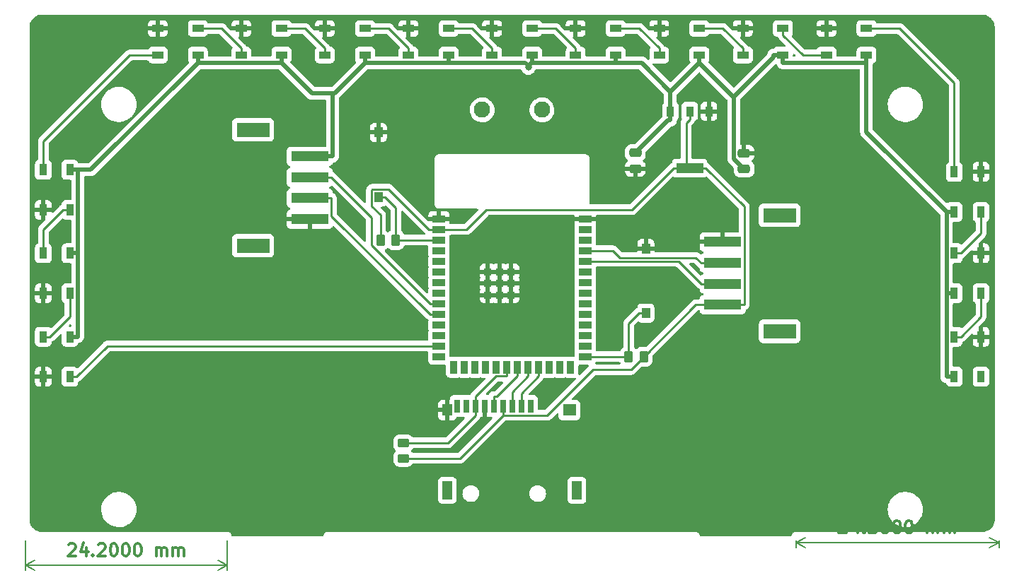
<source format=gbr>
%TF.GenerationSoftware,KiCad,Pcbnew,(6.0.1)*%
%TF.CreationDate,2022-12-13T21:33:40+01:00*%
%TF.ProjectId,SRD_Enhanced,5352445f-456e-4686-916e-6365642e6b69,rev?*%
%TF.SameCoordinates,Original*%
%TF.FileFunction,Copper,L1,Top*%
%TF.FilePolarity,Positive*%
%FSLAX46Y46*%
G04 Gerber Fmt 4.6, Leading zero omitted, Abs format (unit mm)*
G04 Created by KiCad (PCBNEW (6.0.1)) date 2022-12-13 21:33:40*
%MOMM*%
%LPD*%
G01*
G04 APERTURE LIST*
G04 Aperture macros list*
%AMRoundRect*
0 Rectangle with rounded corners*
0 $1 Rounding radius*
0 $2 $3 $4 $5 $6 $7 $8 $9 X,Y pos of 4 corners*
0 Add a 4 corners polygon primitive as box body*
4,1,4,$2,$3,$4,$5,$6,$7,$8,$9,$2,$3,0*
0 Add four circle primitives for the rounded corners*
1,1,$1+$1,$2,$3*
1,1,$1+$1,$4,$5*
1,1,$1+$1,$6,$7*
1,1,$1+$1,$8,$9*
0 Add four rect primitives between the rounded corners*
20,1,$1+$1,$2,$3,$4,$5,0*
20,1,$1+$1,$4,$5,$6,$7,0*
20,1,$1+$1,$6,$7,$8,$9,0*
20,1,$1+$1,$8,$9,$2,$3,0*%
G04 Aperture macros list end*
%ADD10C,0.300000*%
%TA.AperFunction,NonConductor*%
%ADD11C,0.300000*%
%TD*%
%TA.AperFunction,NonConductor*%
%ADD12C,0.200000*%
%TD*%
%TA.AperFunction,SMDPad,CuDef*%
%ADD13R,1.350000X0.950000*%
%TD*%
%TA.AperFunction,SMDPad,CuDef*%
%ADD14R,1.000000X1.250000*%
%TD*%
%TA.AperFunction,SMDPad,CuDef*%
%ADD15R,0.700000X1.600000*%
%TD*%
%TA.AperFunction,SMDPad,CuDef*%
%ADD16R,1.200000X1.400000*%
%TD*%
%TA.AperFunction,SMDPad,CuDef*%
%ADD17R,1.200000X2.200000*%
%TD*%
%TA.AperFunction,SMDPad,CuDef*%
%ADD18R,1.600000X1.400000*%
%TD*%
%TA.AperFunction,SMDPad,CuDef*%
%ADD19R,0.950000X1.350000*%
%TD*%
%TA.AperFunction,SMDPad,CuDef*%
%ADD20RoundRect,0.250000X0.475000X-0.250000X0.475000X0.250000X-0.475000X0.250000X-0.475000X-0.250000X0*%
%TD*%
%TA.AperFunction,SMDPad,CuDef*%
%ADD21RoundRect,0.250000X-0.450000X0.262500X-0.450000X-0.262500X0.450000X-0.262500X0.450000X0.262500X0*%
%TD*%
%TA.AperFunction,SMDPad,CuDef*%
%ADD22RoundRect,0.250000X-0.262500X-0.450000X0.262500X-0.450000X0.262500X0.450000X-0.262500X0.450000X0*%
%TD*%
%TA.AperFunction,SMDPad,CuDef*%
%ADD23R,1.500000X0.900000*%
%TD*%
%TA.AperFunction,SMDPad,CuDef*%
%ADD24R,0.900000X1.500000*%
%TD*%
%TA.AperFunction,SMDPad,CuDef*%
%ADD25R,0.900000X0.900000*%
%TD*%
%TA.AperFunction,SMDPad,CuDef*%
%ADD26R,4.495800X1.295400*%
%TD*%
%TA.AperFunction,SMDPad,CuDef*%
%ADD27R,3.911600X1.803400*%
%TD*%
%TA.AperFunction,SMDPad,CuDef*%
%ADD28RoundRect,0.250000X-0.475000X0.250000X-0.475000X-0.250000X0.475000X-0.250000X0.475000X0.250000X0*%
%TD*%
%TA.AperFunction,SMDPad,CuDef*%
%ADD29RoundRect,0.250000X0.262500X0.450000X-0.262500X0.450000X-0.262500X-0.450000X0.262500X-0.450000X0*%
%TD*%
%TA.AperFunction,SMDPad,CuDef*%
%ADD30R,0.950000X1.250000*%
%TD*%
%TA.AperFunction,SMDPad,CuDef*%
%ADD31R,3.200000X1.250000*%
%TD*%
%TA.AperFunction,ComponentPad*%
%ADD32C,1.946000*%
%TD*%
%TA.AperFunction,ViaPad*%
%ADD33C,0.800000*%
%TD*%
%TA.AperFunction,Conductor*%
%ADD34C,0.250000*%
%TD*%
%TA.AperFunction,Conductor*%
%ADD35C,0.500000*%
%TD*%
G04 APERTURE END LIST*
D10*
D11*
X58671428Y-104021428D02*
X58742857Y-103950000D01*
X58885714Y-103878571D01*
X59242857Y-103878571D01*
X59385714Y-103950000D01*
X59457142Y-104021428D01*
X59528571Y-104164285D01*
X59528571Y-104307142D01*
X59457142Y-104521428D01*
X58600000Y-105378571D01*
X59528571Y-105378571D01*
X60814285Y-104378571D02*
X60814285Y-105378571D01*
X60457142Y-103807142D02*
X60100000Y-104878571D01*
X61028571Y-104878571D01*
X61600000Y-105235714D02*
X61671428Y-105307142D01*
X61600000Y-105378571D01*
X61528571Y-105307142D01*
X61600000Y-105235714D01*
X61600000Y-105378571D01*
X62242857Y-104021428D02*
X62314285Y-103950000D01*
X62457142Y-103878571D01*
X62814285Y-103878571D01*
X62957142Y-103950000D01*
X63028571Y-104021428D01*
X63100000Y-104164285D01*
X63100000Y-104307142D01*
X63028571Y-104521428D01*
X62171428Y-105378571D01*
X63100000Y-105378571D01*
X64028571Y-103878571D02*
X64171428Y-103878571D01*
X64314285Y-103950000D01*
X64385714Y-104021428D01*
X64457142Y-104164285D01*
X64528571Y-104450000D01*
X64528571Y-104807142D01*
X64457142Y-105092857D01*
X64385714Y-105235714D01*
X64314285Y-105307142D01*
X64171428Y-105378571D01*
X64028571Y-105378571D01*
X63885714Y-105307142D01*
X63814285Y-105235714D01*
X63742857Y-105092857D01*
X63671428Y-104807142D01*
X63671428Y-104450000D01*
X63742857Y-104164285D01*
X63814285Y-104021428D01*
X63885714Y-103950000D01*
X64028571Y-103878571D01*
X65457142Y-103878571D02*
X65600000Y-103878571D01*
X65742857Y-103950000D01*
X65814285Y-104021428D01*
X65885714Y-104164285D01*
X65957142Y-104450000D01*
X65957142Y-104807142D01*
X65885714Y-105092857D01*
X65814285Y-105235714D01*
X65742857Y-105307142D01*
X65600000Y-105378571D01*
X65457142Y-105378571D01*
X65314285Y-105307142D01*
X65242857Y-105235714D01*
X65171428Y-105092857D01*
X65100000Y-104807142D01*
X65100000Y-104450000D01*
X65171428Y-104164285D01*
X65242857Y-104021428D01*
X65314285Y-103950000D01*
X65457142Y-103878571D01*
X66885714Y-103878571D02*
X67028571Y-103878571D01*
X67171428Y-103950000D01*
X67242857Y-104021428D01*
X67314285Y-104164285D01*
X67385714Y-104450000D01*
X67385714Y-104807142D01*
X67314285Y-105092857D01*
X67242857Y-105235714D01*
X67171428Y-105307142D01*
X67028571Y-105378571D01*
X66885714Y-105378571D01*
X66742857Y-105307142D01*
X66671428Y-105235714D01*
X66600000Y-105092857D01*
X66528571Y-104807142D01*
X66528571Y-104450000D01*
X66600000Y-104164285D01*
X66671428Y-104021428D01*
X66742857Y-103950000D01*
X66885714Y-103878571D01*
X69171428Y-105378571D02*
X69171428Y-104378571D01*
X69171428Y-104521428D02*
X69242857Y-104450000D01*
X69385714Y-104378571D01*
X69600000Y-104378571D01*
X69742857Y-104450000D01*
X69814285Y-104592857D01*
X69814285Y-105378571D01*
X69814285Y-104592857D02*
X69885714Y-104450000D01*
X70028571Y-104378571D01*
X70242857Y-104378571D01*
X70385714Y-104450000D01*
X70457142Y-104592857D01*
X70457142Y-105378571D01*
X71171428Y-105378571D02*
X71171428Y-104378571D01*
X71171428Y-104521428D02*
X71242857Y-104450000D01*
X71385714Y-104378571D01*
X71600000Y-104378571D01*
X71742857Y-104450000D01*
X71814285Y-104592857D01*
X71814285Y-105378571D01*
X71814285Y-104592857D02*
X71885714Y-104450000D01*
X72028571Y-104378571D01*
X72242857Y-104378571D01*
X72385714Y-104450000D01*
X72457142Y-104592857D01*
X72457142Y-105378571D01*
D12*
X77700000Y-103500000D02*
X77700000Y-107086420D01*
X53500000Y-103500000D02*
X53500000Y-107086420D01*
X77700000Y-106500000D02*
X53500000Y-106500000D01*
X77700000Y-106500000D02*
X53500000Y-106500000D01*
X77700000Y-106500000D02*
X76573496Y-105913579D01*
X77700000Y-106500000D02*
X76573496Y-107086421D01*
X53500000Y-106500000D02*
X54626504Y-107086421D01*
X53500000Y-106500000D02*
X54626504Y-105913579D01*
D10*
D11*
X150921428Y-101271428D02*
X150992857Y-101200000D01*
X151135714Y-101128571D01*
X151492857Y-101128571D01*
X151635714Y-101200000D01*
X151707142Y-101271428D01*
X151778571Y-101414285D01*
X151778571Y-101557142D01*
X151707142Y-101771428D01*
X150850000Y-102628571D01*
X151778571Y-102628571D01*
X153064285Y-101628571D02*
X153064285Y-102628571D01*
X152707142Y-101057142D02*
X152350000Y-102128571D01*
X153278571Y-102128571D01*
X153850000Y-102485714D02*
X153921428Y-102557142D01*
X153850000Y-102628571D01*
X153778571Y-102557142D01*
X153850000Y-102485714D01*
X153850000Y-102628571D01*
X154421428Y-101128571D02*
X155350000Y-101128571D01*
X154850000Y-101700000D01*
X155064285Y-101700000D01*
X155207142Y-101771428D01*
X155278571Y-101842857D01*
X155350000Y-101985714D01*
X155350000Y-102342857D01*
X155278571Y-102485714D01*
X155207142Y-102557142D01*
X155064285Y-102628571D01*
X154635714Y-102628571D01*
X154492857Y-102557142D01*
X154421428Y-102485714D01*
X156278571Y-101128571D02*
X156421428Y-101128571D01*
X156564285Y-101200000D01*
X156635714Y-101271428D01*
X156707142Y-101414285D01*
X156778571Y-101700000D01*
X156778571Y-102057142D01*
X156707142Y-102342857D01*
X156635714Y-102485714D01*
X156564285Y-102557142D01*
X156421428Y-102628571D01*
X156278571Y-102628571D01*
X156135714Y-102557142D01*
X156064285Y-102485714D01*
X155992857Y-102342857D01*
X155921428Y-102057142D01*
X155921428Y-101700000D01*
X155992857Y-101414285D01*
X156064285Y-101271428D01*
X156135714Y-101200000D01*
X156278571Y-101128571D01*
X157707142Y-101128571D02*
X157850000Y-101128571D01*
X157992857Y-101200000D01*
X158064285Y-101271428D01*
X158135714Y-101414285D01*
X158207142Y-101700000D01*
X158207142Y-102057142D01*
X158135714Y-102342857D01*
X158064285Y-102485714D01*
X157992857Y-102557142D01*
X157850000Y-102628571D01*
X157707142Y-102628571D01*
X157564285Y-102557142D01*
X157492857Y-102485714D01*
X157421428Y-102342857D01*
X157350000Y-102057142D01*
X157350000Y-101700000D01*
X157421428Y-101414285D01*
X157492857Y-101271428D01*
X157564285Y-101200000D01*
X157707142Y-101128571D01*
X159135714Y-101128571D02*
X159278571Y-101128571D01*
X159421428Y-101200000D01*
X159492857Y-101271428D01*
X159564285Y-101414285D01*
X159635714Y-101700000D01*
X159635714Y-102057142D01*
X159564285Y-102342857D01*
X159492857Y-102485714D01*
X159421428Y-102557142D01*
X159278571Y-102628571D01*
X159135714Y-102628571D01*
X158992857Y-102557142D01*
X158921428Y-102485714D01*
X158850000Y-102342857D01*
X158778571Y-102057142D01*
X158778571Y-101700000D01*
X158850000Y-101414285D01*
X158921428Y-101271428D01*
X158992857Y-101200000D01*
X159135714Y-101128571D01*
X161421428Y-102628571D02*
X161421428Y-101628571D01*
X161421428Y-101771428D02*
X161492857Y-101700000D01*
X161635714Y-101628571D01*
X161850000Y-101628571D01*
X161992857Y-101700000D01*
X162064285Y-101842857D01*
X162064285Y-102628571D01*
X162064285Y-101842857D02*
X162135714Y-101700000D01*
X162278571Y-101628571D01*
X162492857Y-101628571D01*
X162635714Y-101700000D01*
X162707142Y-101842857D01*
X162707142Y-102628571D01*
X163421428Y-102628571D02*
X163421428Y-101628571D01*
X163421428Y-101771428D02*
X163492857Y-101700000D01*
X163635714Y-101628571D01*
X163850000Y-101628571D01*
X163992857Y-101700000D01*
X164064285Y-101842857D01*
X164064285Y-102628571D01*
X164064285Y-101842857D02*
X164135714Y-101700000D01*
X164278571Y-101628571D01*
X164492857Y-101628571D01*
X164635714Y-101700000D01*
X164707142Y-101842857D01*
X164707142Y-102628571D01*
D12*
X145700000Y-103500000D02*
X145700000Y-104336420D01*
X170000000Y-103500000D02*
X170000000Y-104336420D01*
X145700000Y-103750000D02*
X170000000Y-103750000D01*
X145700000Y-103750000D02*
X170000000Y-103750000D01*
X145700000Y-103750000D02*
X146826504Y-104336421D01*
X145700000Y-103750000D02*
X146826504Y-103163579D01*
X170000000Y-103750000D02*
X168873496Y-103163579D01*
X170000000Y-103750000D02*
X168873496Y-104336421D01*
D13*
%TO.P,IC10,1,VDD*%
%TO.N,+5V*%
X114150000Y-45350000D03*
%TO.P,IC10,2,DOUT*%
%TO.N,Net-(IC10-Pad2)*%
X114150000Y-42150000D03*
%TO.P,IC10,3,VSS*%
%TO.N,GND*%
X109350000Y-42150000D03*
%TO.P,IC10,4,DIN*%
%TO.N,Net-(IC10-Pad4)*%
X109350000Y-45350000D03*
%TD*%
D14*
%TO.P,S2,1,COM*%
%TO.N,GND*%
X127750000Y-68525000D03*
%TO.P,S2,2,NO*%
%TO.N,Boot*%
X127750000Y-76275000D03*
%TD*%
D13*
%TO.P,IC12,1,VDD*%
%TO.N,+5V*%
X134150000Y-45350000D03*
%TO.P,IC12,2,DOUT*%
%TO.N,Net-(IC12-Pad2)*%
X134150000Y-42150000D03*
%TO.P,IC12,3,VSS*%
%TO.N,GND*%
X129350000Y-42150000D03*
%TO.P,IC12,4,DIN*%
%TO.N,Net-(IC11-Pad2)*%
X129350000Y-45350000D03*
%TD*%
D15*
%TO.P,J4,1,DAT2*%
%TO.N,unconnected-(J4-Pad1)*%
X113950000Y-87400000D03*
%TO.P,J4,2,CD/DAT3*%
%TO.N,CS*%
X112850000Y-87400000D03*
%TO.P,J4,3,CMD*%
%TO.N,MOSI*%
X111750000Y-87400000D03*
%TO.P,J4,4,VDD*%
%TO.N,+3V3*%
X110650000Y-87400000D03*
%TO.P,J4,5,CLK*%
%TO.N,CLK*%
X109550000Y-87400000D03*
%TO.P,J4,6,VSS*%
%TO.N,GND*%
X108450000Y-87400000D03*
%TO.P,J4,7,DAT0*%
%TO.N,MISO*%
X107350000Y-87400000D03*
%TO.P,J4,8,DAT1*%
%TO.N,unconnected-(J4-Pad8)*%
X106250000Y-87400000D03*
%TO.P,J4,9,CARD_DETECTION*%
%TO.N,unconnected-(J4-Pad9)*%
X105150000Y-87400000D03*
D16*
%TO.P,J4,10,GND*%
%TO.N,GND*%
X104000000Y-87900000D03*
D17*
%TO.P,J4,11,11*%
%TO.N,unconnected-(J4-Pad11)*%
X104000000Y-97500000D03*
%TO.P,J4,12,12*%
%TO.N,unconnected-(J4-Pad12)*%
X119500000Y-97500000D03*
D18*
%TO.P,J4,13,13*%
%TO.N,unconnected-(J4-Pad13)*%
X118600000Y-87900000D03*
%TD*%
D19*
%TO.P,IC16,1,VDD*%
%TO.N,+5V*%
X164650000Y-73900000D03*
%TO.P,IC16,2,DOUT*%
%TO.N,Net-(IC16-Pad2)*%
X167850000Y-73900000D03*
%TO.P,IC16,3,VSS*%
%TO.N,GND*%
X167850000Y-69100000D03*
%TO.P,IC16,4,DIN*%
%TO.N,Net-(IC15-Pad2)*%
X164650000Y-69100000D03*
%TD*%
%TO.P,IC15,1,VDD*%
%TO.N,+5V*%
X164650000Y-64150000D03*
%TO.P,IC15,2,DOUT*%
%TO.N,Net-(IC15-Pad2)*%
X167850000Y-64150000D03*
%TO.P,IC15,3,VSS*%
%TO.N,GND*%
X167850000Y-59350000D03*
%TO.P,IC15,4,DIN*%
%TO.N,Net-(IC15-Pad4)*%
X164650000Y-59350000D03*
%TD*%
D20*
%TO.P,C2,1*%
%TO.N,+5V*%
X139500000Y-59000000D03*
%TO.P,C2,2*%
%TO.N,GND*%
X139500000Y-57100000D03*
%TD*%
D13*
%TO.P,IC6,1,VDD*%
%TO.N,+5V*%
X74150000Y-45350000D03*
%TO.P,IC6,2,DOUT*%
%TO.N,Net-(IC6-Pad2)*%
X74150000Y-42150000D03*
%TO.P,IC6,3,VSS*%
%TO.N,GND*%
X69350000Y-42150000D03*
%TO.P,IC6,4,DIN*%
%TO.N,Net-(IC5-Pad2)*%
X69350000Y-45350000D03*
%TD*%
D14*
%TO.P,S1,1,COM*%
%TO.N,GND*%
X95750000Y-54625000D03*
%TO.P,S1,2,NO*%
%TO.N,Reset*%
X95750000Y-62375000D03*
%TD*%
D13*
%TO.P,IC9,1,VDD*%
%TO.N,+5V*%
X104150000Y-45350000D03*
%TO.P,IC9,2,DOUT*%
%TO.N,Net-(IC10-Pad4)*%
X104150000Y-42150000D03*
%TO.P,IC9,3,VSS*%
%TO.N,GND*%
X99350000Y-42150000D03*
%TO.P,IC9,4,DIN*%
%TO.N,Net-(IC8-Pad2)*%
X99350000Y-45350000D03*
%TD*%
%TO.P,IC7,1,VDD*%
%TO.N,+5V*%
X84150000Y-45350000D03*
%TO.P,IC7,2,DOUT*%
%TO.N,Net-(IC7-Pad2)*%
X84150000Y-42150000D03*
%TO.P,IC7,3,VSS*%
%TO.N,GND*%
X79350000Y-42150000D03*
%TO.P,IC7,4,DIN*%
%TO.N,Net-(IC6-Pad2)*%
X79350000Y-45350000D03*
%TD*%
D19*
%TO.P,IC3,1,VDD*%
%TO.N,+5V*%
X58850000Y-79100000D03*
%TO.P,IC3,2,DOUT*%
%TO.N,Net-(IC3-Pad2)*%
X55650000Y-79100000D03*
%TO.P,IC3,3,VSS*%
%TO.N,GND*%
X55650000Y-83900000D03*
%TO.P,IC3,4,DIN*%
%TO.N,LED*%
X58850000Y-83900000D03*
%TD*%
D21*
%TO.P,R1,1*%
%TO.N,MISO*%
X98750000Y-91837500D03*
%TO.P,R1,2*%
%TO.N,+3V3*%
X98750000Y-93662500D03*
%TD*%
D22*
%TO.P,R3,1*%
%TO.N,Boot*%
X125675000Y-81500000D03*
%TO.P,R3,2*%
%TO.N,+3V3*%
X127500000Y-81500000D03*
%TD*%
D19*
%TO.P,IC5,1,VDD*%
%TO.N,+5V*%
X58850000Y-59100000D03*
%TO.P,IC5,2,DOUT*%
%TO.N,Net-(IC5-Pad2)*%
X55650000Y-59100000D03*
%TO.P,IC5,3,VSS*%
%TO.N,GND*%
X55650000Y-63900000D03*
%TO.P,IC5,4,DIN*%
%TO.N,Net-(IC4-Pad2)*%
X58850000Y-63900000D03*
%TD*%
D23*
%TO.P,IC2,1,GND_1*%
%TO.N,GND*%
X103000000Y-64990000D03*
%TO.P,IC2,2,3V3*%
%TO.N,+3V3*%
X103000000Y-66260000D03*
%TO.P,IC2,3,EN*%
%TO.N,Reset*%
X103000000Y-67530000D03*
%TO.P,IC2,4,IO4*%
%TO.N,unconnected-(IC2-Pad4)*%
X103000000Y-68800000D03*
%TO.P,IC2,5,IO5*%
%TO.N,unconnected-(IC2-Pad5)*%
X103000000Y-70070000D03*
%TO.P,IC2,6,IO6*%
%TO.N,unconnected-(IC2-Pad6)*%
X103000000Y-71340000D03*
%TO.P,IC2,7,IO7*%
%TO.N,unconnected-(IC2-Pad7)*%
X103000000Y-72610000D03*
%TO.P,IC2,8,IO15*%
%TO.N,unconnected-(IC2-Pad8)*%
X103000000Y-73880000D03*
%TO.P,IC2,9,IO16*%
%TO.N,RX2 ESP*%
X103000000Y-75150000D03*
%TO.P,IC2,10,IO17*%
%TO.N,TX2 ESP*%
X103000000Y-76420000D03*
%TO.P,IC2,11,IO18*%
%TO.N,unconnected-(IC2-Pad11)*%
X103000000Y-77690000D03*
%TO.P,IC2,12,IO8*%
%TO.N,unconnected-(IC2-Pad12)*%
X103000000Y-78960000D03*
%TO.P,IC2,13,IO19*%
%TO.N,LED*%
X103000000Y-80230000D03*
%TO.P,IC2,14,IO20*%
%TO.N,unconnected-(IC2-Pad14)*%
X103000000Y-81500000D03*
D24*
%TO.P,IC2,15,IO3*%
%TO.N,unconnected-(IC2-Pad15)*%
X104765000Y-82750000D03*
%TO.P,IC2,16,IO46*%
%TO.N,unconnected-(IC2-Pad16)*%
X106035000Y-82750000D03*
%TO.P,IC2,17,IO9*%
%TO.N,unconnected-(IC2-Pad17)*%
X107305000Y-82750000D03*
%TO.P,IC2,18,IO10*%
%TO.N,unconnected-(IC2-Pad18)*%
X108575000Y-82750000D03*
%TO.P,IC2,19,IO11*%
%TO.N,unconnected-(IC2-Pad19)*%
X109845000Y-82750000D03*
%TO.P,IC2,20,IO12*%
%TO.N,MISO*%
X111115000Y-82750000D03*
%TO.P,IC2,21,IO13*%
%TO.N,CLK*%
X112385000Y-82750000D03*
%TO.P,IC2,22,IO14*%
%TO.N,MOSI*%
X113655000Y-82750000D03*
%TO.P,IC2,23,IO21*%
%TO.N,CS*%
X114925000Y-82750000D03*
%TO.P,IC2,24,IO47*%
%TO.N,unconnected-(IC2-Pad24)*%
X116195000Y-82750000D03*
%TO.P,IC2,25,IO48*%
%TO.N,unconnected-(IC2-Pad25)*%
X117465000Y-82750000D03*
%TO.P,IC2,26,IO45*%
%TO.N,unconnected-(IC2-Pad26)*%
X118735000Y-82750000D03*
D23*
%TO.P,IC2,27,IO0*%
%TO.N,Boot*%
X120500000Y-81500000D03*
%TO.P,IC2,28,IO35*%
%TO.N,unconnected-(IC2-Pad28)*%
X120500000Y-80230000D03*
%TO.P,IC2,29,IO36*%
%TO.N,unconnected-(IC2-Pad29)*%
X120500000Y-78960000D03*
%TO.P,IC2,30,IO37*%
%TO.N,unconnected-(IC2-Pad30)*%
X120500000Y-77690000D03*
%TO.P,IC2,31,IO38*%
%TO.N,unconnected-(IC2-Pad31)*%
X120500000Y-76420000D03*
%TO.P,IC2,32,IO39*%
%TO.N,unconnected-(IC2-Pad32)*%
X120500000Y-75150000D03*
%TO.P,IC2,33,IO40*%
%TO.N,unconnected-(IC2-Pad33)*%
X120500000Y-73880000D03*
%TO.P,IC2,34,IO41*%
%TO.N,unconnected-(IC2-Pad34)*%
X120500000Y-72610000D03*
%TO.P,IC2,35,IO42*%
%TO.N,unconnected-(IC2-Pad35)*%
X120500000Y-71340000D03*
%TO.P,IC2,36,RXD0*%
%TO.N,RX0 ESP*%
X120500000Y-70070000D03*
%TO.P,IC2,37,TXD0*%
%TO.N,TX0 ESP*%
X120500000Y-68800000D03*
%TO.P,IC2,38,IO2*%
%TO.N,unconnected-(IC2-Pad38)*%
X120500000Y-67530000D03*
%TO.P,IC2,39,IO1*%
%TO.N,unconnected-(IC2-Pad39)*%
X120500000Y-66260000D03*
%TO.P,IC2,40,GND_2*%
%TO.N,GND*%
X120500000Y-64990000D03*
D25*
%TO.P,IC2,41,GND_3*%
X110250000Y-72710000D03*
%TO.P,IC2,42,GND_4*%
X108850000Y-71310000D03*
%TO.P,IC2,43,GND_5*%
X108850000Y-72710000D03*
%TO.P,IC2,44,GND_6*%
X108850000Y-74110000D03*
%TO.P,IC2,45,GND_7*%
X110250000Y-74110000D03*
%TO.P,IC2,46,GND_8*%
X111650000Y-74110000D03*
%TO.P,IC2,47,GND_9*%
X111650000Y-72710000D03*
%TO.P,IC2,48,GND_10*%
X111650000Y-71310000D03*
%TO.P,IC2,49,GND_11*%
X110250000Y-71310000D03*
%TD*%
D26*
%TO.P,J1,1,1*%
%TO.N,+3V3*%
X136947912Y-75250000D03*
%TO.P,J1,2,2*%
%TO.N,RX0 ESP*%
X136947912Y-72750000D03*
%TO.P,J1,3,3*%
%TO.N,TX0 ESP*%
X136947912Y-70250000D03*
%TO.P,J1,4,4*%
%TO.N,GND*%
X136947912Y-67750000D03*
D27*
%TO.P,J1,5*%
%TO.N,N/C*%
X143747911Y-78449999D03*
%TO.P,J1,6*%
X143747911Y-64550001D03*
%TD*%
D13*
%TO.P,IC11,1,VDD*%
%TO.N,+5V*%
X124150000Y-45350000D03*
%TO.P,IC11,2,DOUT*%
%TO.N,Net-(IC11-Pad2)*%
X124150000Y-42150000D03*
%TO.P,IC11,3,VSS*%
%TO.N,GND*%
X119350000Y-42150000D03*
%TO.P,IC11,4,DIN*%
%TO.N,Net-(IC10-Pad2)*%
X119350000Y-45350000D03*
%TD*%
D28*
%TO.P,C1,1*%
%TO.N,+5V*%
X126500000Y-57050000D03*
%TO.P,C1,2*%
%TO.N,GND*%
X126500000Y-58950000D03*
%TD*%
D26*
%TO.P,J2,1,1*%
%TO.N,+5V*%
X87552088Y-57500000D03*
%TO.P,J2,2,2*%
%TO.N,RX2 ESP*%
X87552088Y-60000000D03*
%TO.P,J2,3,3*%
%TO.N,TX2 ESP*%
X87552088Y-62500000D03*
%TO.P,J2,4,4*%
%TO.N,GND*%
X87552088Y-65000000D03*
D27*
%TO.P,J2,5*%
%TO.N,N/C*%
X80752089Y-54300001D03*
%TO.P,J2,6*%
X80752089Y-68199999D03*
%TD*%
D19*
%TO.P,IC17,1,VDD*%
%TO.N,+5V*%
X164650000Y-83900000D03*
%TO.P,IC17,2,DOUT*%
%TO.N,unconnected-(IC17-Pad2)*%
X167850000Y-83900000D03*
%TO.P,IC17,3,VSS*%
%TO.N,GND*%
X167850000Y-79100000D03*
%TO.P,IC17,4,DIN*%
%TO.N,Net-(IC16-Pad2)*%
X164650000Y-79100000D03*
%TD*%
D29*
%TO.P,R2,1*%
%TO.N,Reset*%
X97825000Y-67525000D03*
%TO.P,R2,2*%
%TO.N,+3V3*%
X96000000Y-67525000D03*
%TD*%
D13*
%TO.P,IC13,1,VDD*%
%TO.N,+5V*%
X144150000Y-45350000D03*
%TO.P,IC13,2,DOUT*%
%TO.N,Net-(IC13-Pad2)*%
X144150000Y-42150000D03*
%TO.P,IC13,3,VSS*%
%TO.N,GND*%
X139350000Y-42150000D03*
%TO.P,IC13,4,DIN*%
%TO.N,Net-(IC12-Pad2)*%
X139350000Y-45350000D03*
%TD*%
D30*
%TO.P,IC1,1,ADJUST/GROUND*%
%TO.N,GND*%
X135300000Y-52100000D03*
%TO.P,IC1,2,OUTPUT_1*%
%TO.N,+3V3*%
X133000000Y-52100000D03*
%TO.P,IC1,3,INPUT*%
%TO.N,+5V*%
X130700000Y-52100000D03*
D31*
%TO.P,IC1,4,OUTPUT_2*%
%TO.N,+3V3*%
X133000000Y-58900000D03*
%TD*%
D19*
%TO.P,IC4,1,VDD*%
%TO.N,+5V*%
X58850000Y-69100000D03*
%TO.P,IC4,2,DOUT*%
%TO.N,Net-(IC4-Pad2)*%
X55650000Y-69100000D03*
%TO.P,IC4,3,VSS*%
%TO.N,GND*%
X55650000Y-73900000D03*
%TO.P,IC4,4,DIN*%
%TO.N,Net-(IC3-Pad2)*%
X58850000Y-73900000D03*
%TD*%
D13*
%TO.P,IC8,1,VDD*%
%TO.N,+5V*%
X94150000Y-45350000D03*
%TO.P,IC8,2,DOUT*%
%TO.N,Net-(IC8-Pad2)*%
X94150000Y-42150000D03*
%TO.P,IC8,3,VSS*%
%TO.N,GND*%
X89350000Y-42150000D03*
%TO.P,IC8,4,DIN*%
%TO.N,Net-(IC7-Pad2)*%
X89350000Y-45350000D03*
%TD*%
%TO.P,IC14,1,VDD*%
%TO.N,+5V*%
X154150000Y-45350000D03*
%TO.P,IC14,2,DOUT*%
%TO.N,Net-(IC15-Pad4)*%
X154150000Y-42150000D03*
%TO.P,IC14,3,VSS*%
%TO.N,GND*%
X149350000Y-42150000D03*
%TO.P,IC14,4,DIN*%
%TO.N,Net-(IC13-Pad2)*%
X149350000Y-45350000D03*
%TD*%
D32*
%TO.P,J3,MH1,MH1*%
%TO.N,unconnected-(J3-PadMH1)*%
X115325000Y-51915000D03*
%TO.P,J3,MH2,MH2*%
%TO.N,unconnected-(J3-PadMH2)*%
X108175000Y-51915000D03*
%TD*%
D33*
%TO.N,GND*%
X110450000Y-49166500D03*
X132900000Y-61650000D03*
X107000000Y-90550000D03*
%TO.N,+5V*%
X113695000Y-46798400D03*
%TD*%
D34*
%TO.N,+3V3*%
X95052700Y-61424800D02*
X94924800Y-61552700D01*
X115937600Y-88525100D02*
X110650000Y-88525100D01*
X139520900Y-63495800D02*
X139520900Y-75250000D01*
X126078600Y-63896300D02*
X108644300Y-63896300D01*
X132568800Y-58468800D02*
X133000000Y-58900000D01*
X132137500Y-58900000D02*
X132568700Y-58468800D01*
X110650000Y-87400000D02*
X110650000Y-88525100D01*
X133000000Y-58900000D02*
X134925100Y-58900000D01*
X133000000Y-52100000D02*
X133000000Y-53050100D01*
X132568800Y-58468800D02*
X132568800Y-53481300D01*
X106280600Y-66260000D02*
X103000000Y-66260000D01*
X103000000Y-66260000D02*
X101806800Y-66260000D01*
X108644300Y-63896300D02*
X106280600Y-66260000D01*
X132568700Y-58468800D02*
X132568800Y-58468800D01*
X101806800Y-66260000D02*
X96971600Y-61424800D01*
X127500000Y-81500000D02*
X125963100Y-83036900D01*
X96000000Y-64531300D02*
X96000000Y-67525000D01*
X132568800Y-53481300D02*
X133000000Y-53050100D01*
X131074900Y-58900000D02*
X126078600Y-63896300D01*
X136947900Y-75250000D02*
X139520900Y-75250000D01*
X94924800Y-61552700D02*
X94924800Y-63456100D01*
X96971600Y-61424800D02*
X95052700Y-61424800D01*
X98750000Y-93662500D02*
X105512600Y-93662500D01*
X132137500Y-58900000D02*
X131074900Y-58900000D01*
X133750000Y-75250000D02*
X127500000Y-81500000D01*
X94924800Y-63456100D02*
X96000000Y-64531300D01*
X121425800Y-83036900D02*
X115937600Y-88525100D01*
X125963100Y-83036900D02*
X121425800Y-83036900D01*
X134925100Y-58900000D02*
X139520900Y-63495800D01*
X105512600Y-93662500D02*
X110650000Y-88525100D01*
X136947900Y-75250000D02*
X133750000Y-75250000D01*
%TO.N,Reset*%
X97825000Y-67525000D02*
X97825000Y-63624900D01*
X103000000Y-67530000D02*
X101924900Y-67530000D01*
X95750000Y-62375000D02*
X96575100Y-62375000D01*
X97825000Y-63624900D02*
X96575100Y-62375000D01*
X101919900Y-67525000D02*
X97825000Y-67525000D01*
X101924900Y-67530000D02*
X101919900Y-67525000D01*
%TO.N,LED*%
X103000000Y-80230000D02*
X63320100Y-80230000D01*
X58850000Y-83900000D02*
X59650100Y-83900000D01*
X63320100Y-80230000D02*
X59650100Y-83900000D01*
%TO.N,RX2 ESP*%
X94916600Y-64791500D02*
X94916600Y-68141700D01*
X94916600Y-68141700D02*
X101924900Y-75150000D01*
X87552100Y-60000000D02*
X90125100Y-60000000D01*
X90125100Y-60000000D02*
X94916600Y-64791500D01*
X103000000Y-75150000D02*
X101924900Y-75150000D01*
%TO.N,TX2 ESP*%
X103000000Y-76420000D02*
X101924900Y-76420000D01*
X87552100Y-62500000D02*
X90125100Y-62500000D01*
X90125100Y-62500000D02*
X90125100Y-64620200D01*
X90125100Y-64620200D02*
X101924900Y-76420000D01*
%TO.N,MISO*%
X98750000Y-91837500D02*
X104037600Y-91837500D01*
X107350000Y-87400000D02*
X107350000Y-88525100D01*
X111115000Y-82750000D02*
X111115000Y-83825100D01*
X109799800Y-83825100D02*
X107350000Y-86274900D01*
X111115000Y-83825100D02*
X109799800Y-83825100D01*
X104037600Y-91837500D02*
X107350000Y-88525100D01*
X107350000Y-87400000D02*
X107350000Y-86274900D01*
%TO.N,CLK*%
X112385000Y-83825100D02*
X109935200Y-86274900D01*
X112385000Y-82750000D02*
X112385000Y-83825100D01*
X109935200Y-86274900D02*
X109550000Y-86274900D01*
X109550000Y-87400000D02*
X109550000Y-86274900D01*
%TO.N,MOSI*%
X113655000Y-82750000D02*
X113655000Y-83825100D01*
X113655000Y-83825100D02*
X111750000Y-85730100D01*
X111750000Y-85730100D02*
X111750000Y-87400000D01*
%TO.N,CS*%
X112850000Y-85900100D02*
X112850000Y-87400000D01*
X114925000Y-83825100D02*
X112850000Y-85900100D01*
X114925000Y-82750000D02*
X114925000Y-83825100D01*
%TO.N,Boot*%
X125675000Y-77524900D02*
X126924900Y-76275000D01*
X125675000Y-81500000D02*
X125675000Y-77524900D01*
X120500000Y-81500000D02*
X125675000Y-81500000D01*
X127750000Y-76275000D02*
X126924900Y-76275000D01*
%TO.N,RX0 ESP*%
X136947900Y-72750000D02*
X134374900Y-72750000D01*
X131694900Y-70070000D02*
X120500000Y-70070000D01*
X134374900Y-72750000D02*
X131694900Y-70070000D01*
%TO.N,TX0 ESP*%
X133744700Y-69619800D02*
X124608800Y-69619800D01*
X124608800Y-69619800D02*
X123789000Y-68800000D01*
X123789000Y-68800000D02*
X120500000Y-68800000D01*
X134374900Y-70250000D02*
X133744700Y-69619800D01*
X136947900Y-70250000D02*
X134374900Y-70250000D01*
%TO.N,Net-(IC3-Pad2)*%
X58850000Y-73900000D02*
X58850000Y-76700100D01*
X58850000Y-76700100D02*
X56450100Y-79100000D01*
X55650000Y-79100000D02*
X56450100Y-79100000D01*
%TO.N,Net-(IC4-Pad2)*%
X55650000Y-66299900D02*
X58049900Y-63900000D01*
X55650000Y-69100000D02*
X55650000Y-66299900D01*
X58850000Y-63900000D02*
X58049900Y-63900000D01*
%TO.N,Net-(IC5-Pad2)*%
X69350000Y-45350000D02*
X66000000Y-45350000D01*
X66000000Y-45350000D02*
X55650000Y-55700000D01*
X55650000Y-55700000D02*
X55650000Y-59100000D01*
%TO.N,Net-(IC6-Pad2)*%
X76950100Y-42150000D02*
X79350000Y-44549900D01*
X74150000Y-42150000D02*
X76950100Y-42150000D01*
X79350000Y-45350000D02*
X79350000Y-44549900D01*
%TO.N,Net-(IC7-Pad2)*%
X86950100Y-42150000D02*
X89350000Y-44549900D01*
X84150000Y-42150000D02*
X86950100Y-42150000D01*
X89350000Y-45350000D02*
X89350000Y-44549900D01*
%TO.N,Net-(IC8-Pad2)*%
X99350000Y-45350000D02*
X99350000Y-44549900D01*
X94150000Y-42150000D02*
X96950100Y-42150000D01*
X96950100Y-42150000D02*
X99350000Y-44549900D01*
%TO.N,Net-(IC10-Pad4)*%
X106950100Y-42150000D02*
X109350000Y-44549900D01*
X109350000Y-45350000D02*
X109350000Y-44549900D01*
X104150000Y-42150000D02*
X106950100Y-42150000D01*
%TO.N,Net-(IC10-Pad2)*%
X116950100Y-42150000D02*
X119350000Y-44549900D01*
X119350000Y-45350000D02*
X119350000Y-44549900D01*
X114150000Y-42150000D02*
X116950100Y-42150000D01*
%TO.N,Net-(IC11-Pad2)*%
X129350000Y-45350000D02*
X129350000Y-44549900D01*
X126950100Y-42150000D02*
X129350000Y-44549900D01*
X124150000Y-42150000D02*
X126950100Y-42150000D01*
D35*
%TO.N,+5V*%
X90250100Y-49937600D02*
X90250100Y-57500000D01*
X94150000Y-45350000D02*
X94150000Y-46275100D01*
X59775100Y-59100000D02*
X61325100Y-59100000D01*
X114087400Y-46275100D02*
X114150000Y-46275100D01*
X74150000Y-46275100D02*
X84150000Y-46275100D01*
X163724900Y-64150000D02*
X163724900Y-73900000D01*
X154150000Y-54575100D02*
X154150000Y-46275100D01*
X74150000Y-45350000D02*
X74150000Y-46275100D01*
X84150000Y-45350000D02*
X84150000Y-46275100D01*
X164650000Y-73900000D02*
X163724900Y-73900000D01*
X113302600Y-46275100D02*
X104150000Y-46275100D01*
X124150000Y-46275200D02*
X127250100Y-46275200D01*
X127250100Y-46275200D02*
X130700000Y-49725100D01*
X130700000Y-49725100D02*
X134150000Y-46275100D01*
X124150000Y-45350000D02*
X124150000Y-46275100D01*
X134150000Y-46275100D02*
X138224800Y-50349900D01*
X59775100Y-69100000D02*
X59775100Y-59100000D01*
X87812500Y-49937600D02*
X84150000Y-46275100D01*
X59600100Y-59100000D02*
X59775100Y-59100000D01*
X94150000Y-46275100D02*
X90487500Y-49937600D01*
X138264700Y-50349900D02*
X138264700Y-57764700D01*
X113695000Y-46667500D02*
X113302600Y-46275100D01*
X164650000Y-83900000D02*
X163724900Y-83900000D01*
X58850000Y-69100000D02*
X59775100Y-69100000D01*
X58850000Y-59100000D02*
X59600100Y-59100000D01*
X87552100Y-57500000D02*
X90250100Y-57500000D01*
X113695000Y-46798400D02*
X113695000Y-46667500D01*
X144150000Y-45350000D02*
X144150000Y-46275100D01*
X90250100Y-49937600D02*
X87812500Y-49937600D01*
X90487500Y-49937600D02*
X90250100Y-49937600D01*
X154150000Y-46275100D02*
X144150000Y-46275100D01*
X163724900Y-73900000D02*
X163724900Y-83900000D01*
X130374900Y-53175100D02*
X130700000Y-53175100D01*
X124150000Y-46275100D02*
X114150000Y-46275100D01*
X113695000Y-46667500D02*
X114087400Y-46275100D01*
X144150000Y-45350000D02*
X143024900Y-45350000D01*
X130700000Y-52100000D02*
X130700000Y-53175100D01*
X126500000Y-57050000D02*
X130374900Y-53175100D01*
X61325100Y-59100000D02*
X74150000Y-46275100D01*
X114150000Y-45350000D02*
X114150000Y-46275100D01*
X104150000Y-46275100D02*
X94150000Y-46275100D01*
X138264700Y-50349900D02*
X143024900Y-45589700D01*
X143024900Y-45589700D02*
X143024900Y-45350000D01*
X138264700Y-57764700D02*
X139500000Y-59000000D01*
X59775100Y-79100000D02*
X59775100Y-69100000D01*
X163724900Y-64150000D02*
X154150000Y-54575100D01*
X164650000Y-64150000D02*
X163724900Y-64150000D01*
X104150000Y-45350000D02*
X104150000Y-46275100D01*
X134150000Y-45350000D02*
X134150000Y-46275100D01*
X124150000Y-46275100D02*
X124150000Y-46275200D01*
X58850000Y-79100000D02*
X59775100Y-79100000D01*
X154150000Y-45350000D02*
X154150000Y-46275100D01*
X130700000Y-52100000D02*
X130700000Y-49725100D01*
X138224800Y-50349900D02*
X138264700Y-50349900D01*
D34*
%TO.N,Net-(IC12-Pad2)*%
X134150000Y-42150000D02*
X136950100Y-42150000D01*
X139350000Y-45350000D02*
X139350000Y-44549900D01*
X136950100Y-42150000D02*
X139350000Y-44549900D01*
%TO.N,Net-(IC13-Pad2)*%
X149350000Y-45350000D02*
X146549900Y-45350000D01*
X146549900Y-45350000D02*
X144150000Y-42950100D01*
X144150000Y-42150000D02*
X144150000Y-42950100D01*
%TO.N,Net-(IC15-Pad2)*%
X167850000Y-66700100D02*
X165450100Y-69100000D01*
X167850000Y-64150000D02*
X167850000Y-66700100D01*
X164650000Y-69100000D02*
X165450100Y-69100000D01*
%TO.N,Net-(IC16-Pad2)*%
X167850000Y-73900000D02*
X167850000Y-76700100D01*
X164650000Y-79100000D02*
X165450100Y-79100000D01*
X167850000Y-76700100D02*
X165450100Y-79100000D01*
%TO.N,Net-(IC15-Pad4)*%
X158100000Y-42150000D02*
X164650000Y-48700000D01*
X164650000Y-48700000D02*
X164650000Y-59350000D01*
X154150000Y-42150000D02*
X158100000Y-42150000D01*
%TD*%
%TA.AperFunction,Conductor*%
%TO.N,GND*%
G36*
X167970056Y-40509500D02*
G01*
X167972284Y-40509847D01*
X167984859Y-40511805D01*
X167984861Y-40511805D01*
X167993730Y-40513186D01*
X168002632Y-40512022D01*
X168002634Y-40512022D01*
X168008959Y-40511195D01*
X168034282Y-40510452D01*
X168198126Y-40522170D01*
X168203343Y-40522543D01*
X168221137Y-40525101D01*
X168411540Y-40566521D01*
X168428788Y-40571586D01*
X168611358Y-40639682D01*
X168627710Y-40647149D01*
X168693020Y-40682810D01*
X168798734Y-40740534D01*
X168813848Y-40750248D01*
X168923516Y-40832344D01*
X168969842Y-40867023D01*
X168983428Y-40878796D01*
X169121204Y-41016572D01*
X169132977Y-41030158D01*
X169249752Y-41186152D01*
X169259466Y-41201266D01*
X169316850Y-41306358D01*
X169352851Y-41372290D01*
X169360318Y-41388642D01*
X169428414Y-41571212D01*
X169433479Y-41588460D01*
X169442587Y-41630328D01*
X169474899Y-41778863D01*
X169477457Y-41796658D01*
X169489041Y-41958629D01*
X169488297Y-41976533D01*
X169488195Y-41984858D01*
X169486814Y-41993730D01*
X169487978Y-42002632D01*
X169487978Y-42002635D01*
X169490936Y-42025251D01*
X169492000Y-42041589D01*
X169492000Y-100950672D01*
X169490500Y-100970056D01*
X169486814Y-100993730D01*
X169487978Y-101002632D01*
X169487978Y-101002634D01*
X169488805Y-101008959D01*
X169489548Y-101034282D01*
X169483732Y-101115605D01*
X169477457Y-101203343D01*
X169474899Y-101221137D01*
X169433480Y-101411538D01*
X169428414Y-101428788D01*
X169360318Y-101611358D01*
X169352851Y-101627710D01*
X169259469Y-101798729D01*
X169249752Y-101813848D01*
X169203214Y-101876016D01*
X169132977Y-101969842D01*
X169121204Y-101983428D01*
X168983428Y-102121204D01*
X168969841Y-102132977D01*
X168813848Y-102249752D01*
X168798734Y-102259466D01*
X168693020Y-102317190D01*
X168627710Y-102352851D01*
X168611358Y-102360318D01*
X168428788Y-102428414D01*
X168411540Y-102433479D01*
X168248022Y-102469051D01*
X168221137Y-102474899D01*
X168203342Y-102477457D01*
X168154443Y-102480954D01*
X168041369Y-102489041D01*
X168023467Y-102488297D01*
X168015142Y-102488195D01*
X168006270Y-102486814D01*
X167997368Y-102487978D01*
X167997365Y-102487978D01*
X167974749Y-102490936D01*
X167958411Y-102492000D01*
X145708702Y-102492000D01*
X145707932Y-102491998D01*
X145707078Y-102491993D01*
X145630348Y-102491524D01*
X145621719Y-102493990D01*
X145621714Y-102493991D01*
X145601952Y-102499639D01*
X145585191Y-102503217D01*
X145564848Y-102506130D01*
X145564838Y-102506133D01*
X145555955Y-102507405D01*
X145532605Y-102518021D01*
X145515093Y-102524464D01*
X145507057Y-102526761D01*
X145490435Y-102531512D01*
X145465452Y-102547274D01*
X145450386Y-102555404D01*
X145423490Y-102567633D01*
X145404061Y-102584374D01*
X145389053Y-102595479D01*
X145367369Y-102609160D01*
X145361427Y-102615888D01*
X145347819Y-102631296D01*
X145335627Y-102643340D01*
X145313253Y-102662619D01*
X145308374Y-102670147D01*
X145308371Y-102670150D01*
X145299304Y-102684139D01*
X145288014Y-102699013D01*
X145271044Y-102718228D01*
X145258490Y-102744966D01*
X145250176Y-102759935D01*
X145234107Y-102784727D01*
X145231535Y-102793327D01*
X145226761Y-102809290D01*
X145220099Y-102826736D01*
X145209201Y-102849948D01*
X145204658Y-102879128D01*
X145200873Y-102895854D01*
X145196609Y-102910109D01*
X145157924Y-102969640D01*
X145093195Y-102998807D01*
X145075894Y-103000000D01*
X134323417Y-103000000D01*
X134255296Y-102979998D01*
X134208803Y-102926342D01*
X134202268Y-102908627D01*
X134200361Y-102901955D01*
X134196783Y-102885191D01*
X134193870Y-102864848D01*
X134193867Y-102864838D01*
X134192595Y-102855955D01*
X134181979Y-102832605D01*
X134175536Y-102815093D01*
X134170954Y-102799063D01*
X134168488Y-102790435D01*
X134152726Y-102765452D01*
X134144596Y-102750386D01*
X134132367Y-102723490D01*
X134115626Y-102704061D01*
X134104521Y-102689053D01*
X134095630Y-102674961D01*
X134090840Y-102667369D01*
X134068703Y-102647818D01*
X134056659Y-102635626D01*
X134043239Y-102620051D01*
X134043237Y-102620050D01*
X134037381Y-102613253D01*
X134029853Y-102608374D01*
X134029850Y-102608371D01*
X134015861Y-102599304D01*
X134000987Y-102588014D01*
X133988502Y-102576988D01*
X133981772Y-102571044D01*
X133973646Y-102567229D01*
X133973645Y-102567228D01*
X133967979Y-102564568D01*
X133955034Y-102558490D01*
X133940065Y-102550176D01*
X133915273Y-102534107D01*
X133890709Y-102526761D01*
X133873264Y-102520099D01*
X133868827Y-102518016D01*
X133850052Y-102509201D01*
X133820870Y-102504657D01*
X133804151Y-102500874D01*
X133784464Y-102494986D01*
X133784461Y-102494985D01*
X133775859Y-102492413D01*
X133766884Y-102492358D01*
X133766883Y-102492358D01*
X133760190Y-102492317D01*
X133741444Y-102492203D01*
X133740672Y-102492170D01*
X133739577Y-102492000D01*
X133708702Y-102492000D01*
X133707932Y-102491998D01*
X133634284Y-102491548D01*
X133634283Y-102491548D01*
X133630348Y-102491524D01*
X133629004Y-102491908D01*
X133627659Y-102492000D01*
X89708702Y-102492000D01*
X89707932Y-102491998D01*
X89707078Y-102491993D01*
X89630348Y-102491524D01*
X89621719Y-102493990D01*
X89621714Y-102493991D01*
X89601952Y-102499639D01*
X89585191Y-102503217D01*
X89564848Y-102506130D01*
X89564838Y-102506133D01*
X89555955Y-102507405D01*
X89532605Y-102518021D01*
X89515093Y-102524464D01*
X89507057Y-102526761D01*
X89490435Y-102531512D01*
X89465452Y-102547274D01*
X89450386Y-102555404D01*
X89423490Y-102567633D01*
X89404061Y-102584374D01*
X89389053Y-102595479D01*
X89367369Y-102609160D01*
X89361427Y-102615888D01*
X89347819Y-102631296D01*
X89335627Y-102643340D01*
X89313253Y-102662619D01*
X89308374Y-102670147D01*
X89308371Y-102670150D01*
X89299304Y-102684139D01*
X89288014Y-102699013D01*
X89271044Y-102718228D01*
X89258490Y-102744966D01*
X89250176Y-102759935D01*
X89234107Y-102784727D01*
X89231535Y-102793327D01*
X89226761Y-102809290D01*
X89220099Y-102826736D01*
X89209201Y-102849948D01*
X89204658Y-102879128D01*
X89200873Y-102895854D01*
X89196609Y-102910109D01*
X89157924Y-102969640D01*
X89093195Y-102998807D01*
X89075894Y-103000000D01*
X78323417Y-103000000D01*
X78255296Y-102979998D01*
X78208803Y-102926342D01*
X78202268Y-102908627D01*
X78200361Y-102901955D01*
X78196783Y-102885191D01*
X78193870Y-102864848D01*
X78193867Y-102864838D01*
X78192595Y-102855955D01*
X78181979Y-102832605D01*
X78175536Y-102815093D01*
X78170954Y-102799063D01*
X78168488Y-102790435D01*
X78152726Y-102765452D01*
X78144596Y-102750386D01*
X78132367Y-102723490D01*
X78115626Y-102704061D01*
X78104521Y-102689053D01*
X78095630Y-102674961D01*
X78090840Y-102667369D01*
X78068703Y-102647818D01*
X78056659Y-102635626D01*
X78043239Y-102620051D01*
X78043237Y-102620050D01*
X78037381Y-102613253D01*
X78029853Y-102608374D01*
X78029850Y-102608371D01*
X78015861Y-102599304D01*
X78000987Y-102588014D01*
X77988502Y-102576988D01*
X77981772Y-102571044D01*
X77973646Y-102567229D01*
X77973645Y-102567228D01*
X77967979Y-102564568D01*
X77955034Y-102558490D01*
X77940065Y-102550176D01*
X77915273Y-102534107D01*
X77890709Y-102526761D01*
X77873264Y-102520099D01*
X77868827Y-102518016D01*
X77850052Y-102509201D01*
X77820870Y-102504657D01*
X77804151Y-102500874D01*
X77784464Y-102494986D01*
X77784461Y-102494985D01*
X77775859Y-102492413D01*
X77766884Y-102492358D01*
X77766883Y-102492358D01*
X77760190Y-102492317D01*
X77741444Y-102492203D01*
X77740672Y-102492170D01*
X77739577Y-102492000D01*
X77708702Y-102492000D01*
X77707932Y-102491998D01*
X77634284Y-102491548D01*
X77634283Y-102491548D01*
X77630348Y-102491524D01*
X77629004Y-102491908D01*
X77627659Y-102492000D01*
X55549328Y-102492000D01*
X55529943Y-102490500D01*
X55529661Y-102490456D01*
X55527117Y-102490060D01*
X55515141Y-102488195D01*
X55515139Y-102488195D01*
X55506270Y-102486814D01*
X55497368Y-102487978D01*
X55497366Y-102487978D01*
X55491041Y-102488805D01*
X55465718Y-102489548D01*
X55296657Y-102477457D01*
X55278863Y-102474899D01*
X55251978Y-102469051D01*
X55088460Y-102433479D01*
X55071212Y-102428414D01*
X54888642Y-102360318D01*
X54872290Y-102352851D01*
X54806980Y-102317190D01*
X54701266Y-102259466D01*
X54686152Y-102249752D01*
X54530159Y-102132977D01*
X54516572Y-102121204D01*
X54378796Y-101983428D01*
X54367023Y-101969842D01*
X54296786Y-101876016D01*
X54250248Y-101813848D01*
X54240531Y-101798729D01*
X54147149Y-101627710D01*
X54139682Y-101611358D01*
X54071586Y-101428788D01*
X54066520Y-101411538D01*
X54025101Y-101221137D01*
X54022543Y-101203342D01*
X54010959Y-101041371D01*
X54011703Y-101023467D01*
X54011805Y-101015142D01*
X54013186Y-101006270D01*
X54011547Y-100993730D01*
X54009064Y-100974749D01*
X54008000Y-100958411D01*
X54008000Y-99777874D01*
X62587190Y-99777874D01*
X62603735Y-100064820D01*
X62604560Y-100069025D01*
X62604561Y-100069033D01*
X62638919Y-100244156D01*
X62659070Y-100346865D01*
X62660457Y-100350916D01*
X62736206Y-100572161D01*
X62752171Y-100618792D01*
X62881316Y-100875567D01*
X62883742Y-100879096D01*
X62883745Y-100879102D01*
X62946257Y-100970057D01*
X63044114Y-101112439D01*
X63093653Y-101166882D01*
X63217382Y-101302858D01*
X63237553Y-101325026D01*
X63240841Y-101327775D01*
X63454761Y-101506641D01*
X63454766Y-101506645D01*
X63458053Y-101509393D01*
X63579794Y-101585761D01*
X63697895Y-101659846D01*
X63697899Y-101659848D01*
X63701535Y-101662129D01*
X63963493Y-101780407D01*
X64239079Y-101862040D01*
X64243313Y-101862688D01*
X64243318Y-101862689D01*
X64428169Y-101890975D01*
X64523195Y-101905516D01*
X64669580Y-101907815D01*
X64806291Y-101909963D01*
X64806297Y-101909963D01*
X64810582Y-101910030D01*
X65095923Y-101875500D01*
X65373937Y-101802565D01*
X65377897Y-101800925D01*
X65377902Y-101800923D01*
X65520911Y-101741686D01*
X65639481Y-101692573D01*
X65795675Y-101601301D01*
X65883943Y-101549721D01*
X65883944Y-101549721D01*
X65887641Y-101547560D01*
X66113823Y-101370210D01*
X66313844Y-101163804D01*
X66316377Y-101160356D01*
X66316381Y-101160351D01*
X66481464Y-100935617D01*
X66484002Y-100932162D01*
X66621149Y-100679571D01*
X66671947Y-100545137D01*
X66721227Y-100414721D01*
X66721228Y-100414718D01*
X66722745Y-100410703D01*
X66786912Y-100130534D01*
X66793661Y-100054922D01*
X66812243Y-99846715D01*
X66812463Y-99844250D01*
X66812926Y-99800000D01*
X66812757Y-99797519D01*
X66811418Y-99777874D01*
X156687190Y-99777874D01*
X156703735Y-100064820D01*
X156704560Y-100069025D01*
X156704561Y-100069033D01*
X156738919Y-100244156D01*
X156759070Y-100346865D01*
X156760457Y-100350916D01*
X156836206Y-100572161D01*
X156852171Y-100618792D01*
X156981316Y-100875567D01*
X156983742Y-100879096D01*
X156983745Y-100879102D01*
X157046257Y-100970057D01*
X157144114Y-101112439D01*
X157193653Y-101166882D01*
X157317382Y-101302858D01*
X157337553Y-101325026D01*
X157340841Y-101327775D01*
X157554761Y-101506641D01*
X157554766Y-101506645D01*
X157558053Y-101509393D01*
X157679794Y-101585761D01*
X157797895Y-101659846D01*
X157797899Y-101659848D01*
X157801535Y-101662129D01*
X158063493Y-101780407D01*
X158339079Y-101862040D01*
X158343313Y-101862688D01*
X158343318Y-101862689D01*
X158528169Y-101890975D01*
X158623195Y-101905516D01*
X158769580Y-101907815D01*
X158906291Y-101909963D01*
X158906297Y-101909963D01*
X158910582Y-101910030D01*
X159195923Y-101875500D01*
X159473937Y-101802565D01*
X159477897Y-101800925D01*
X159477902Y-101800923D01*
X159620911Y-101741686D01*
X159739481Y-101692573D01*
X159895675Y-101601301D01*
X159983943Y-101549721D01*
X159983944Y-101549721D01*
X159987641Y-101547560D01*
X160213823Y-101370210D01*
X160413844Y-101163804D01*
X160416377Y-101160356D01*
X160416381Y-101160351D01*
X160581464Y-100935617D01*
X160584002Y-100932162D01*
X160721149Y-100679571D01*
X160771947Y-100545137D01*
X160821227Y-100414721D01*
X160821228Y-100414718D01*
X160822745Y-100410703D01*
X160886912Y-100130534D01*
X160893661Y-100054922D01*
X160912243Y-99846715D01*
X160912463Y-99844250D01*
X160912926Y-99800000D01*
X160912757Y-99797519D01*
X160893669Y-99517520D01*
X160893668Y-99517514D01*
X160893377Y-99513243D01*
X160888841Y-99491337D01*
X160835962Y-99235998D01*
X160835091Y-99231792D01*
X160827556Y-99210512D01*
X160740579Y-98964897D01*
X160739148Y-98960856D01*
X160607321Y-98705447D01*
X160542341Y-98612989D01*
X160444515Y-98473798D01*
X160442052Y-98470293D01*
X160282058Y-98298119D01*
X160249318Y-98262886D01*
X160249315Y-98262883D01*
X160246397Y-98259743D01*
X160023978Y-98077695D01*
X159778910Y-97927517D01*
X159774993Y-97925798D01*
X159774990Y-97925796D01*
X159658678Y-97874739D01*
X159515728Y-97811989D01*
X159511600Y-97810813D01*
X159511597Y-97810812D01*
X159425693Y-97786342D01*
X159239302Y-97733247D01*
X159235060Y-97732643D01*
X159235054Y-97732642D01*
X158958998Y-97693353D01*
X158954747Y-97692748D01*
X158803246Y-97691955D01*
X158671614Y-97691265D01*
X158671608Y-97691265D01*
X158667328Y-97691243D01*
X158663083Y-97691802D01*
X158663081Y-97691802D01*
X158597784Y-97700399D01*
X158382365Y-97728760D01*
X158105129Y-97804603D01*
X157840752Y-97917369D01*
X157837071Y-97919572D01*
X157597806Y-98062768D01*
X157597802Y-98062771D01*
X157594124Y-98064972D01*
X157590781Y-98067650D01*
X157590777Y-98067653D01*
X157538353Y-98109653D01*
X157369811Y-98244681D01*
X157171963Y-98453170D01*
X157004240Y-98686581D01*
X157002231Y-98690376D01*
X157002230Y-98690377D01*
X156994251Y-98705447D01*
X156869746Y-98940596D01*
X156770971Y-99210512D01*
X156709741Y-99491337D01*
X156687698Y-99771415D01*
X156687190Y-99777874D01*
X66811418Y-99777874D01*
X66793669Y-99517520D01*
X66793668Y-99517514D01*
X66793377Y-99513243D01*
X66788841Y-99491337D01*
X66735962Y-99235998D01*
X66735091Y-99231792D01*
X66727556Y-99210512D01*
X66640579Y-98964897D01*
X66639148Y-98960856D01*
X66507321Y-98705447D01*
X66467041Y-98648134D01*
X102891500Y-98648134D01*
X102898255Y-98710316D01*
X102949385Y-98846705D01*
X103036739Y-98963261D01*
X103153295Y-99050615D01*
X103289684Y-99101745D01*
X103351866Y-99108500D01*
X104648134Y-99108500D01*
X104710316Y-99101745D01*
X104846705Y-99050615D01*
X104963261Y-98963261D01*
X105050615Y-98846705D01*
X105101745Y-98710316D01*
X105108500Y-98648134D01*
X105108500Y-97892925D01*
X105806645Y-97892925D01*
X105809793Y-97927517D01*
X105823708Y-98080411D01*
X105824570Y-98089888D01*
X105880410Y-98279619D01*
X105883263Y-98285077D01*
X105883265Y-98285081D01*
X105930720Y-98375853D01*
X105972040Y-98454890D01*
X106095968Y-98609025D01*
X106100692Y-98612989D01*
X106107933Y-98619065D01*
X106247474Y-98736154D01*
X106252872Y-98739121D01*
X106252877Y-98739125D01*
X106389762Y-98814377D01*
X106420787Y-98831433D01*
X106426654Y-98833294D01*
X106426656Y-98833295D01*
X106468930Y-98846705D01*
X106609306Y-98891235D01*
X106763227Y-98908500D01*
X106869769Y-98908500D01*
X106872825Y-98908200D01*
X106872832Y-98908200D01*
X106931340Y-98902463D01*
X107016833Y-98894080D01*
X107022734Y-98892298D01*
X107022736Y-98892298D01*
X107173746Y-98846705D01*
X107206169Y-98836916D01*
X107380796Y-98744066D01*
X107502610Y-98644717D01*
X107529287Y-98622960D01*
X107529290Y-98622957D01*
X107534062Y-98619065D01*
X107546344Y-98604219D01*
X107656201Y-98471425D01*
X107656203Y-98471421D01*
X107660130Y-98466675D01*
X107754198Y-98292701D01*
X107812682Y-98103768D01*
X107816991Y-98062768D01*
X107832711Y-97913204D01*
X107832711Y-97913202D01*
X107833355Y-97907075D01*
X107832067Y-97892925D01*
X113786645Y-97892925D01*
X113789793Y-97927517D01*
X113803708Y-98080411D01*
X113804570Y-98089888D01*
X113860410Y-98279619D01*
X113863263Y-98285077D01*
X113863265Y-98285081D01*
X113910720Y-98375853D01*
X113952040Y-98454890D01*
X114075968Y-98609025D01*
X114080692Y-98612989D01*
X114087933Y-98619065D01*
X114227474Y-98736154D01*
X114232872Y-98739121D01*
X114232877Y-98739125D01*
X114369762Y-98814377D01*
X114400787Y-98831433D01*
X114406654Y-98833294D01*
X114406656Y-98833295D01*
X114448930Y-98846705D01*
X114589306Y-98891235D01*
X114743227Y-98908500D01*
X114849769Y-98908500D01*
X114852825Y-98908200D01*
X114852832Y-98908200D01*
X114911340Y-98902463D01*
X114996833Y-98894080D01*
X115002734Y-98892298D01*
X115002736Y-98892298D01*
X115153746Y-98846705D01*
X115186169Y-98836916D01*
X115360796Y-98744066D01*
X115478420Y-98648134D01*
X118391500Y-98648134D01*
X118398255Y-98710316D01*
X118449385Y-98846705D01*
X118536739Y-98963261D01*
X118653295Y-99050615D01*
X118789684Y-99101745D01*
X118851866Y-99108500D01*
X120148134Y-99108500D01*
X120210316Y-99101745D01*
X120346705Y-99050615D01*
X120463261Y-98963261D01*
X120550615Y-98846705D01*
X120601745Y-98710316D01*
X120608500Y-98648134D01*
X120608500Y-96351866D01*
X120601745Y-96289684D01*
X120550615Y-96153295D01*
X120463261Y-96036739D01*
X120346705Y-95949385D01*
X120210316Y-95898255D01*
X120148134Y-95891500D01*
X118851866Y-95891500D01*
X118789684Y-95898255D01*
X118653295Y-95949385D01*
X118536739Y-96036739D01*
X118449385Y-96153295D01*
X118398255Y-96289684D01*
X118391500Y-96351866D01*
X118391500Y-98648134D01*
X115478420Y-98648134D01*
X115482610Y-98644717D01*
X115509287Y-98622960D01*
X115509290Y-98622957D01*
X115514062Y-98619065D01*
X115526344Y-98604219D01*
X115636201Y-98471425D01*
X115636203Y-98471421D01*
X115640130Y-98466675D01*
X115734198Y-98292701D01*
X115792682Y-98103768D01*
X115796991Y-98062768D01*
X115812711Y-97913204D01*
X115812711Y-97913202D01*
X115813355Y-97907075D01*
X115797643Y-97734424D01*
X115795989Y-97716251D01*
X115795988Y-97716248D01*
X115795430Y-97710112D01*
X115739590Y-97520381D01*
X115729919Y-97501881D01*
X115650813Y-97350568D01*
X115647960Y-97345110D01*
X115524032Y-97190975D01*
X115517727Y-97185684D01*
X115501334Y-97171929D01*
X115372526Y-97063846D01*
X115367128Y-97060879D01*
X115367123Y-97060875D01*
X115204608Y-96971533D01*
X115204609Y-96971533D01*
X115199213Y-96968567D01*
X115193346Y-96966706D01*
X115193344Y-96966705D01*
X115016564Y-96910627D01*
X115016563Y-96910627D01*
X115010694Y-96908765D01*
X114856773Y-96891500D01*
X114750231Y-96891500D01*
X114747175Y-96891800D01*
X114747168Y-96891800D01*
X114688660Y-96897537D01*
X114603167Y-96905920D01*
X114597266Y-96907702D01*
X114597264Y-96907702D01*
X114523947Y-96929838D01*
X114413831Y-96963084D01*
X114239204Y-97055934D01*
X114152938Y-97126291D01*
X114090713Y-97177040D01*
X114090710Y-97177043D01*
X114085938Y-97180935D01*
X114082011Y-97185682D01*
X114082009Y-97185684D01*
X113963799Y-97328575D01*
X113963797Y-97328579D01*
X113959870Y-97333325D01*
X113865802Y-97507299D01*
X113807318Y-97696232D01*
X113806674Y-97702357D01*
X113806674Y-97702358D01*
X113795152Y-97811989D01*
X113786645Y-97892925D01*
X107832067Y-97892925D01*
X107817643Y-97734424D01*
X107815989Y-97716251D01*
X107815988Y-97716248D01*
X107815430Y-97710112D01*
X107759590Y-97520381D01*
X107749919Y-97501881D01*
X107670813Y-97350568D01*
X107667960Y-97345110D01*
X107544032Y-97190975D01*
X107537727Y-97185684D01*
X107521334Y-97171929D01*
X107392526Y-97063846D01*
X107387128Y-97060879D01*
X107387123Y-97060875D01*
X107224608Y-96971533D01*
X107224609Y-96971533D01*
X107219213Y-96968567D01*
X107213346Y-96966706D01*
X107213344Y-96966705D01*
X107036564Y-96910627D01*
X107036563Y-96910627D01*
X107030694Y-96908765D01*
X106876773Y-96891500D01*
X106770231Y-96891500D01*
X106767175Y-96891800D01*
X106767168Y-96891800D01*
X106708660Y-96897537D01*
X106623167Y-96905920D01*
X106617266Y-96907702D01*
X106617264Y-96907702D01*
X106543947Y-96929838D01*
X106433831Y-96963084D01*
X106259204Y-97055934D01*
X106172938Y-97126291D01*
X106110713Y-97177040D01*
X106110710Y-97177043D01*
X106105938Y-97180935D01*
X106102011Y-97185682D01*
X106102009Y-97185684D01*
X105983799Y-97328575D01*
X105983797Y-97328579D01*
X105979870Y-97333325D01*
X105885802Y-97507299D01*
X105827318Y-97696232D01*
X105826674Y-97702357D01*
X105826674Y-97702358D01*
X105815152Y-97811989D01*
X105806645Y-97892925D01*
X105108500Y-97892925D01*
X105108500Y-96351866D01*
X105101745Y-96289684D01*
X105050615Y-96153295D01*
X104963261Y-96036739D01*
X104846705Y-95949385D01*
X104710316Y-95898255D01*
X104648134Y-95891500D01*
X103351866Y-95891500D01*
X103289684Y-95898255D01*
X103153295Y-95949385D01*
X103036739Y-96036739D01*
X102949385Y-96153295D01*
X102898255Y-96289684D01*
X102891500Y-96351866D01*
X102891500Y-98648134D01*
X66467041Y-98648134D01*
X66442341Y-98612989D01*
X66344515Y-98473798D01*
X66342052Y-98470293D01*
X66182058Y-98298119D01*
X66149318Y-98262886D01*
X66149315Y-98262883D01*
X66146397Y-98259743D01*
X65923978Y-98077695D01*
X65678910Y-97927517D01*
X65674993Y-97925798D01*
X65674990Y-97925796D01*
X65558678Y-97874739D01*
X65415728Y-97811989D01*
X65411600Y-97810813D01*
X65411597Y-97810812D01*
X65325693Y-97786342D01*
X65139302Y-97733247D01*
X65135060Y-97732643D01*
X65135054Y-97732642D01*
X64858998Y-97693353D01*
X64854747Y-97692748D01*
X64703246Y-97691955D01*
X64571614Y-97691265D01*
X64571608Y-97691265D01*
X64567328Y-97691243D01*
X64563083Y-97691802D01*
X64563081Y-97691802D01*
X64497784Y-97700399D01*
X64282365Y-97728760D01*
X64005129Y-97804603D01*
X63740752Y-97917369D01*
X63737071Y-97919572D01*
X63497806Y-98062768D01*
X63497802Y-98062771D01*
X63494124Y-98064972D01*
X63490781Y-98067650D01*
X63490777Y-98067653D01*
X63438353Y-98109653D01*
X63269811Y-98244681D01*
X63071963Y-98453170D01*
X62904240Y-98686581D01*
X62902231Y-98690376D01*
X62902230Y-98690377D01*
X62894251Y-98705447D01*
X62769746Y-98940596D01*
X62670971Y-99210512D01*
X62609741Y-99491337D01*
X62587698Y-99771415D01*
X62587190Y-99777874D01*
X54008000Y-99777874D01*
X54008000Y-88644669D01*
X102892001Y-88644669D01*
X102892371Y-88651490D01*
X102897895Y-88702352D01*
X102901521Y-88717604D01*
X102946676Y-88838054D01*
X102955214Y-88853649D01*
X103031715Y-88955724D01*
X103044276Y-88968285D01*
X103146351Y-89044786D01*
X103161946Y-89053324D01*
X103282394Y-89098478D01*
X103297649Y-89102105D01*
X103348514Y-89107631D01*
X103355328Y-89108000D01*
X103727885Y-89108000D01*
X103743124Y-89103525D01*
X103744329Y-89102135D01*
X103746000Y-89094452D01*
X103746000Y-88172115D01*
X103741525Y-88156876D01*
X103740135Y-88155671D01*
X103732452Y-88154000D01*
X102910116Y-88154000D01*
X102894877Y-88158475D01*
X102893672Y-88159865D01*
X102892001Y-88167548D01*
X102892001Y-88644669D01*
X54008000Y-88644669D01*
X54008000Y-87627885D01*
X102892000Y-87627885D01*
X102896475Y-87643124D01*
X102897865Y-87644329D01*
X102905548Y-87646000D01*
X103727885Y-87646000D01*
X103743124Y-87641525D01*
X103744329Y-87640135D01*
X103746000Y-87632452D01*
X103746000Y-86710116D01*
X103741525Y-86694877D01*
X103740135Y-86693672D01*
X103732452Y-86692001D01*
X103355331Y-86692001D01*
X103348510Y-86692371D01*
X103297648Y-86697895D01*
X103282396Y-86701521D01*
X103161946Y-86746676D01*
X103146351Y-86755214D01*
X103044276Y-86831715D01*
X103031715Y-86844276D01*
X102955214Y-86946351D01*
X102946676Y-86961946D01*
X102901522Y-87082394D01*
X102897895Y-87097649D01*
X102892369Y-87148514D01*
X102892000Y-87155328D01*
X102892000Y-87627885D01*
X54008000Y-87627885D01*
X54008000Y-84619669D01*
X54667001Y-84619669D01*
X54667371Y-84626490D01*
X54672895Y-84677352D01*
X54676521Y-84692604D01*
X54721676Y-84813054D01*
X54730214Y-84828649D01*
X54806715Y-84930724D01*
X54819276Y-84943285D01*
X54921351Y-85019786D01*
X54936946Y-85028324D01*
X55057394Y-85073478D01*
X55072649Y-85077105D01*
X55123514Y-85082631D01*
X55130328Y-85083000D01*
X55377885Y-85083000D01*
X55393124Y-85078525D01*
X55394329Y-85077135D01*
X55396000Y-85069452D01*
X55396000Y-85064884D01*
X55904000Y-85064884D01*
X55908475Y-85080123D01*
X55909865Y-85081328D01*
X55917548Y-85082999D01*
X56169669Y-85082999D01*
X56176490Y-85082629D01*
X56227352Y-85077105D01*
X56242604Y-85073479D01*
X56363054Y-85028324D01*
X56378649Y-85019786D01*
X56480724Y-84943285D01*
X56493285Y-84930724D01*
X56569786Y-84828649D01*
X56578324Y-84813054D01*
X56623478Y-84692606D01*
X56627105Y-84677351D01*
X56632631Y-84626486D01*
X56633000Y-84619672D01*
X56633000Y-84172115D01*
X56628525Y-84156876D01*
X56627135Y-84155671D01*
X56619452Y-84154000D01*
X55922115Y-84154000D01*
X55906876Y-84158475D01*
X55905671Y-84159865D01*
X55904000Y-84167548D01*
X55904000Y-85064884D01*
X55396000Y-85064884D01*
X55396000Y-84172115D01*
X55391525Y-84156876D01*
X55390135Y-84155671D01*
X55382452Y-84154000D01*
X54685116Y-84154000D01*
X54669877Y-84158475D01*
X54668672Y-84159865D01*
X54667001Y-84167548D01*
X54667001Y-84619669D01*
X54008000Y-84619669D01*
X54008000Y-83627885D01*
X54667000Y-83627885D01*
X54671475Y-83643124D01*
X54672865Y-83644329D01*
X54680548Y-83646000D01*
X55377885Y-83646000D01*
X55393124Y-83641525D01*
X55394329Y-83640135D01*
X55396000Y-83632452D01*
X55396000Y-83627885D01*
X55904000Y-83627885D01*
X55908475Y-83643124D01*
X55909865Y-83644329D01*
X55917548Y-83646000D01*
X56614884Y-83646000D01*
X56630123Y-83641525D01*
X56631328Y-83640135D01*
X56632999Y-83632452D01*
X56632999Y-83180331D01*
X56632629Y-83173510D01*
X56627105Y-83122648D01*
X56623479Y-83107396D01*
X56578324Y-82986946D01*
X56569786Y-82971351D01*
X56493285Y-82869276D01*
X56480724Y-82856715D01*
X56378649Y-82780214D01*
X56363054Y-82771676D01*
X56242606Y-82726522D01*
X56227351Y-82722895D01*
X56176486Y-82717369D01*
X56169672Y-82717000D01*
X55922115Y-82717000D01*
X55906876Y-82721475D01*
X55905671Y-82722865D01*
X55904000Y-82730548D01*
X55904000Y-83627885D01*
X55396000Y-83627885D01*
X55396000Y-82735116D01*
X55391525Y-82719877D01*
X55390135Y-82718672D01*
X55382452Y-82717001D01*
X55130331Y-82717001D01*
X55123510Y-82717371D01*
X55072648Y-82722895D01*
X55057396Y-82726521D01*
X54936946Y-82771676D01*
X54921351Y-82780214D01*
X54819276Y-82856715D01*
X54806715Y-82869276D01*
X54730214Y-82971351D01*
X54721676Y-82986946D01*
X54676522Y-83107394D01*
X54672895Y-83122649D01*
X54667369Y-83173514D01*
X54667000Y-83180328D01*
X54667000Y-83627885D01*
X54008000Y-83627885D01*
X54008000Y-79823134D01*
X54666500Y-79823134D01*
X54673255Y-79885316D01*
X54724385Y-80021705D01*
X54811739Y-80138261D01*
X54928295Y-80225615D01*
X55064684Y-80276745D01*
X55126866Y-80283500D01*
X56173134Y-80283500D01*
X56235316Y-80276745D01*
X56371705Y-80225615D01*
X56488261Y-80138261D01*
X56575615Y-80021705D01*
X56626745Y-79885316D01*
X56633500Y-79823134D01*
X56633500Y-79798077D01*
X56653502Y-79729956D01*
X56704211Y-79686896D01*
X56703692Y-79686019D01*
X56708806Y-79682994D01*
X56712957Y-79680539D01*
X56721128Y-79675707D01*
X56738876Y-79667012D01*
X56757717Y-79659552D01*
X56793487Y-79633564D01*
X56803407Y-79627048D01*
X56834635Y-79608580D01*
X56834638Y-79608578D01*
X56841462Y-79604542D01*
X56855783Y-79590221D01*
X56870817Y-79577380D01*
X56880794Y-79570131D01*
X56887207Y-79565472D01*
X56915398Y-79531395D01*
X56923388Y-79522616D01*
X57651405Y-78794599D01*
X57713717Y-78760573D01*
X57784532Y-78765638D01*
X57841368Y-78808185D01*
X57866179Y-78874705D01*
X57866500Y-78883694D01*
X57866500Y-79823134D01*
X57873255Y-79885316D01*
X57924385Y-80021705D01*
X58011739Y-80138261D01*
X58128295Y-80225615D01*
X58264684Y-80276745D01*
X58326866Y-80283500D01*
X59373134Y-80283500D01*
X59435316Y-80276745D01*
X59571705Y-80225615D01*
X59688261Y-80138261D01*
X59775615Y-80021705D01*
X59810596Y-79928394D01*
X59853238Y-79871630D01*
X59913986Y-79847472D01*
X59943511Y-79844030D01*
X59943514Y-79844029D01*
X59950781Y-79843182D01*
X59959707Y-79839942D01*
X59981358Y-79834201D01*
X59990714Y-79832594D01*
X60050096Y-79807327D01*
X60056389Y-79804848D01*
X60117037Y-79782833D01*
X60123839Y-79778374D01*
X60124978Y-79777627D01*
X60144715Y-79767067D01*
X60146723Y-79766213D01*
X60146735Y-79766206D01*
X60153464Y-79763343D01*
X60159356Y-79759007D01*
X60159361Y-79759004D01*
X60205432Y-79725100D01*
X60211028Y-79721210D01*
X60220561Y-79714960D01*
X60264952Y-79685856D01*
X60271484Y-79678961D01*
X60288266Y-79664139D01*
X60295918Y-79658508D01*
X60300653Y-79652935D01*
X60300660Y-79652928D01*
X60337681Y-79609351D01*
X60342233Y-79604277D01*
X60381557Y-79562766D01*
X60381558Y-79562765D01*
X60386590Y-79557453D01*
X60390265Y-79551126D01*
X60390272Y-79551117D01*
X60391367Y-79549232D01*
X60404285Y-79530953D01*
X60405694Y-79529294D01*
X60405696Y-79529291D01*
X60410433Y-79523715D01*
X60413759Y-79517201D01*
X60413762Y-79517197D01*
X60439770Y-79466264D01*
X60443032Y-79460281D01*
X60471749Y-79410841D01*
X60471750Y-79410839D01*
X60475426Y-79404510D01*
X60477547Y-79397506D01*
X60477549Y-79397502D01*
X60478178Y-79395425D01*
X60486551Y-79374649D01*
X60490869Y-79366192D01*
X60506208Y-79303505D01*
X60507991Y-79296988D01*
X60526695Y-79235233D01*
X60527283Y-79225754D01*
X60530651Y-79203617D01*
X60531574Y-79199846D01*
X60531576Y-79199834D01*
X60532908Y-79194390D01*
X60533600Y-79183236D01*
X60533600Y-79127835D01*
X60533842Y-79120033D01*
X60537193Y-79066013D01*
X60537647Y-79058702D01*
X60535420Y-79045740D01*
X60533600Y-79024404D01*
X60533600Y-69149833D01*
X78287789Y-69149833D01*
X78294544Y-69212015D01*
X78345674Y-69348404D01*
X78433028Y-69464960D01*
X78549584Y-69552314D01*
X78685973Y-69603444D01*
X78748155Y-69610199D01*
X82756023Y-69610199D01*
X82818205Y-69603444D01*
X82954594Y-69552314D01*
X83071150Y-69464960D01*
X83158504Y-69348404D01*
X83209634Y-69212015D01*
X83216389Y-69149833D01*
X83216389Y-67250165D01*
X83209634Y-67187983D01*
X83158504Y-67051594D01*
X83071150Y-66935038D01*
X82954594Y-66847684D01*
X82818205Y-66796554D01*
X82756023Y-66789799D01*
X78748155Y-66789799D01*
X78685973Y-66796554D01*
X78549584Y-66847684D01*
X78433028Y-66935038D01*
X78345674Y-67051594D01*
X78294544Y-67187983D01*
X78287789Y-67250165D01*
X78287789Y-69149833D01*
X60533600Y-69149833D01*
X60533600Y-69127835D01*
X60533842Y-69120033D01*
X60535050Y-69100555D01*
X60537647Y-69058702D01*
X60535420Y-69045740D01*
X60533600Y-69024404D01*
X60533600Y-65692369D01*
X84796189Y-65692369D01*
X84796559Y-65699190D01*
X84802083Y-65750052D01*
X84805709Y-65765304D01*
X84850864Y-65885754D01*
X84859402Y-65901349D01*
X84935903Y-66003424D01*
X84948464Y-66015985D01*
X85050539Y-66092486D01*
X85066134Y-66101024D01*
X85186582Y-66146178D01*
X85201837Y-66149805D01*
X85252702Y-66155331D01*
X85259516Y-66155700D01*
X87279973Y-66155700D01*
X87295212Y-66151225D01*
X87296417Y-66149835D01*
X87298088Y-66142152D01*
X87298088Y-65272115D01*
X87293613Y-65256876D01*
X87292223Y-65255671D01*
X87284540Y-65254000D01*
X84814304Y-65254000D01*
X84799065Y-65258475D01*
X84797860Y-65259865D01*
X84796189Y-65267548D01*
X84796189Y-65692369D01*
X60533600Y-65692369D01*
X60533600Y-59984500D01*
X60553602Y-59916379D01*
X60607258Y-59869886D01*
X60659600Y-59858500D01*
X61258030Y-59858500D01*
X61276980Y-59859933D01*
X61291215Y-59862099D01*
X61291219Y-59862099D01*
X61298449Y-59863199D01*
X61305741Y-59862606D01*
X61305744Y-59862606D01*
X61351118Y-59858915D01*
X61361333Y-59858500D01*
X61369393Y-59858500D01*
X61382683Y-59856951D01*
X61397607Y-59855211D01*
X61401982Y-59854778D01*
X61467439Y-59849454D01*
X61467442Y-59849453D01*
X61474737Y-59848860D01*
X61481701Y-59846604D01*
X61487660Y-59845413D01*
X61493515Y-59844029D01*
X61500781Y-59843182D01*
X61569427Y-59818265D01*
X61573555Y-59816848D01*
X61636036Y-59796607D01*
X61636038Y-59796606D01*
X61642999Y-59794351D01*
X61649254Y-59790555D01*
X61654728Y-59788049D01*
X61660158Y-59785330D01*
X61667037Y-59782833D01*
X61728076Y-59742814D01*
X61731780Y-59740477D01*
X61794207Y-59702595D01*
X61802584Y-59695197D01*
X61802608Y-59695224D01*
X61805600Y-59692571D01*
X61808833Y-59689868D01*
X61814952Y-59685856D01*
X61868228Y-59629617D01*
X61870606Y-59627175D01*
X66247946Y-55249835D01*
X78287789Y-55249835D01*
X78294544Y-55312017D01*
X78345674Y-55448406D01*
X78433028Y-55564962D01*
X78549584Y-55652316D01*
X78685973Y-55703446D01*
X78748155Y-55710201D01*
X82756023Y-55710201D01*
X82818205Y-55703446D01*
X82954594Y-55652316D01*
X83071150Y-55564962D01*
X83158504Y-55448406D01*
X83209634Y-55312017D01*
X83216389Y-55249835D01*
X83216389Y-53350167D01*
X83209634Y-53287985D01*
X83158504Y-53151596D01*
X83071150Y-53035040D01*
X82954594Y-52947686D01*
X82818205Y-52896556D01*
X82756023Y-52889801D01*
X78748155Y-52889801D01*
X78685973Y-52896556D01*
X78549584Y-52947686D01*
X78433028Y-53035040D01*
X78345674Y-53151596D01*
X78294544Y-53287985D01*
X78287789Y-53350167D01*
X78287789Y-55249835D01*
X66247946Y-55249835D01*
X74427276Y-47070505D01*
X74489588Y-47036479D01*
X74516371Y-47033600D01*
X83783629Y-47033600D01*
X83851750Y-47053602D01*
X83872724Y-47070505D01*
X87228730Y-50426511D01*
X87241116Y-50440923D01*
X87249649Y-50452518D01*
X87249654Y-50452523D01*
X87253992Y-50458418D01*
X87259570Y-50463157D01*
X87259573Y-50463160D01*
X87294268Y-50492635D01*
X87301784Y-50499565D01*
X87307479Y-50505260D01*
X87310361Y-50507540D01*
X87329751Y-50522881D01*
X87333155Y-50525672D01*
X87383203Y-50568191D01*
X87388785Y-50572933D01*
X87395301Y-50576261D01*
X87400350Y-50579628D01*
X87405479Y-50582795D01*
X87411216Y-50587334D01*
X87477375Y-50618255D01*
X87481269Y-50620158D01*
X87546308Y-50653369D01*
X87553416Y-50655108D01*
X87559059Y-50657207D01*
X87564822Y-50659124D01*
X87571450Y-50662222D01*
X87578612Y-50663712D01*
X87578613Y-50663712D01*
X87642912Y-50677086D01*
X87647196Y-50678056D01*
X87718110Y-50695408D01*
X87723712Y-50695756D01*
X87723715Y-50695756D01*
X87729264Y-50696100D01*
X87729262Y-50696136D01*
X87733255Y-50696375D01*
X87737447Y-50696749D01*
X87744615Y-50698240D01*
X87822020Y-50696146D01*
X87825428Y-50696100D01*
X89365600Y-50696100D01*
X89433721Y-50716102D01*
X89480214Y-50769758D01*
X89491600Y-50822100D01*
X89491600Y-56217800D01*
X89471598Y-56285921D01*
X89417942Y-56332414D01*
X89365600Y-56343800D01*
X85256054Y-56343800D01*
X85193872Y-56350555D01*
X85057483Y-56401685D01*
X84940927Y-56489039D01*
X84853573Y-56605595D01*
X84802443Y-56741984D01*
X84795688Y-56804166D01*
X84795688Y-58195834D01*
X84802443Y-58258016D01*
X84853573Y-58394405D01*
X84940927Y-58510961D01*
X85057483Y-58598315D01*
X85065892Y-58601467D01*
X85065893Y-58601468D01*
X85147385Y-58632018D01*
X85204150Y-58674659D01*
X85228850Y-58741221D01*
X85213643Y-58810570D01*
X85163357Y-58860688D01*
X85147385Y-58867982D01*
X85065893Y-58898532D01*
X85065892Y-58898533D01*
X85057483Y-58901685D01*
X84940927Y-58989039D01*
X84853573Y-59105595D01*
X84802443Y-59241984D01*
X84795688Y-59304166D01*
X84795688Y-60695834D01*
X84802443Y-60758016D01*
X84853573Y-60894405D01*
X84940927Y-61010961D01*
X85057483Y-61098315D01*
X85065892Y-61101467D01*
X85065893Y-61101468D01*
X85147385Y-61132018D01*
X85204150Y-61174659D01*
X85228850Y-61241221D01*
X85213643Y-61310570D01*
X85163357Y-61360688D01*
X85147385Y-61367982D01*
X85065893Y-61398532D01*
X85065892Y-61398533D01*
X85057483Y-61401685D01*
X84940927Y-61489039D01*
X84853573Y-61605595D01*
X84802443Y-61741984D01*
X84795688Y-61804166D01*
X84795688Y-63195834D01*
X84802443Y-63258016D01*
X84853573Y-63394405D01*
X84940927Y-63510961D01*
X85057483Y-63598315D01*
X85065892Y-63601467D01*
X85065893Y-63601468D01*
X85148097Y-63632285D01*
X85204862Y-63674926D01*
X85229562Y-63741488D01*
X85214355Y-63810837D01*
X85164069Y-63860955D01*
X85148098Y-63868249D01*
X85066134Y-63898976D01*
X85050539Y-63907514D01*
X84948464Y-63984015D01*
X84935903Y-63996576D01*
X84859402Y-64098651D01*
X84850864Y-64114246D01*
X84805710Y-64234694D01*
X84802083Y-64249949D01*
X84796557Y-64300814D01*
X84796188Y-64307628D01*
X84796188Y-64727885D01*
X84800663Y-64743124D01*
X84802053Y-64744329D01*
X84809736Y-64746000D01*
X87680088Y-64746000D01*
X87748209Y-64766002D01*
X87794702Y-64819658D01*
X87806088Y-64872000D01*
X87806088Y-66137584D01*
X87810563Y-66152823D01*
X87811953Y-66154028D01*
X87819636Y-66155699D01*
X89844657Y-66155699D01*
X89851478Y-66155329D01*
X89902340Y-66149805D01*
X89917592Y-66146179D01*
X90038042Y-66101024D01*
X90053637Y-66092486D01*
X90155712Y-66015985D01*
X90168273Y-66003424D01*
X90244774Y-65901349D01*
X90257622Y-65877882D01*
X90260794Y-65879619D01*
X90293100Y-65836622D01*
X90359664Y-65811929D01*
X90429011Y-65827144D01*
X90457525Y-65848529D01*
X101421243Y-76812247D01*
X101428787Y-76820537D01*
X101432900Y-76827018D01*
X101438677Y-76832443D01*
X101482567Y-76873658D01*
X101485409Y-76876413D01*
X101505130Y-76896134D01*
X101508325Y-76898612D01*
X101517347Y-76906318D01*
X101549579Y-76936586D01*
X101556528Y-76940406D01*
X101567332Y-76946346D01*
X101583856Y-76957199D01*
X101599859Y-76969613D01*
X101640443Y-76987176D01*
X101651073Y-76992383D01*
X101683217Y-77010054D01*
X101733274Y-77060399D01*
X101747778Y-77134076D01*
X101741500Y-77191866D01*
X101741500Y-78188134D01*
X101748255Y-78250316D01*
X101759672Y-78280771D01*
X101764855Y-78351577D01*
X101759674Y-78369224D01*
X101748255Y-78399684D01*
X101741500Y-78461866D01*
X101741500Y-79458134D01*
X101741868Y-79461520D01*
X101741985Y-79463683D01*
X101725698Y-79532786D01*
X101674636Y-79582114D01*
X101616170Y-79596500D01*
X63398868Y-79596500D01*
X63387685Y-79595973D01*
X63380192Y-79594298D01*
X63372266Y-79594547D01*
X63372265Y-79594547D01*
X63312102Y-79596438D01*
X63308144Y-79596500D01*
X63280244Y-79596500D01*
X63276254Y-79597004D01*
X63264420Y-79597936D01*
X63220211Y-79599326D01*
X63212597Y-79601538D01*
X63212592Y-79601539D01*
X63200759Y-79604977D01*
X63181396Y-79608988D01*
X63161303Y-79611526D01*
X63153936Y-79614443D01*
X63153931Y-79614444D01*
X63120192Y-79627802D01*
X63108965Y-79631646D01*
X63066507Y-79643982D01*
X63059681Y-79648019D01*
X63049072Y-79654293D01*
X63031324Y-79662988D01*
X63012483Y-79670448D01*
X63006067Y-79675110D01*
X63006066Y-79675110D01*
X62976713Y-79696436D01*
X62966793Y-79702952D01*
X62935565Y-79721420D01*
X62935562Y-79721422D01*
X62928738Y-79725458D01*
X62914417Y-79739779D01*
X62899384Y-79752619D01*
X62882993Y-79764528D01*
X62867850Y-79782833D01*
X62854802Y-79798605D01*
X62846812Y-79807384D01*
X59825064Y-82829131D01*
X59762752Y-82863157D01*
X59691936Y-82858092D01*
X59660410Y-82840866D01*
X59571705Y-82774385D01*
X59435316Y-82723255D01*
X59373134Y-82716500D01*
X58326866Y-82716500D01*
X58264684Y-82723255D01*
X58128295Y-82774385D01*
X58011739Y-82861739D01*
X57924385Y-82978295D01*
X57873255Y-83114684D01*
X57866500Y-83176866D01*
X57866500Y-84623134D01*
X57873255Y-84685316D01*
X57924385Y-84821705D01*
X58011739Y-84938261D01*
X58128295Y-85025615D01*
X58264684Y-85076745D01*
X58326866Y-85083500D01*
X59373134Y-85083500D01*
X59435316Y-85076745D01*
X59571705Y-85025615D01*
X59688261Y-84938261D01*
X59775615Y-84821705D01*
X59826745Y-84685316D01*
X59833500Y-84623134D01*
X59833500Y-84598077D01*
X59853502Y-84529956D01*
X59904211Y-84486896D01*
X59903692Y-84486019D01*
X59908806Y-84482994D01*
X59911000Y-84481697D01*
X59921128Y-84475707D01*
X59938876Y-84467012D01*
X59957717Y-84459552D01*
X59993487Y-84433564D01*
X60003407Y-84427048D01*
X60034635Y-84408580D01*
X60034638Y-84408578D01*
X60041462Y-84404542D01*
X60055783Y-84390221D01*
X60070817Y-84377380D01*
X60080794Y-84370131D01*
X60087207Y-84365472D01*
X60115398Y-84331395D01*
X60123388Y-84322616D01*
X63545600Y-80900405D01*
X63607912Y-80866379D01*
X63634695Y-80863500D01*
X101616170Y-80863500D01*
X101684291Y-80883502D01*
X101730784Y-80937158D01*
X101741985Y-80996317D01*
X101741868Y-80998480D01*
X101741500Y-81001866D01*
X101741500Y-81998134D01*
X101748255Y-82060316D01*
X101799385Y-82196705D01*
X101886739Y-82313261D01*
X102003295Y-82400615D01*
X102139684Y-82451745D01*
X102201866Y-82458500D01*
X103680500Y-82458500D01*
X103748621Y-82478502D01*
X103795114Y-82532158D01*
X103806500Y-82584500D01*
X103806500Y-83548134D01*
X103813255Y-83610316D01*
X103864385Y-83746705D01*
X103951739Y-83863261D01*
X104068295Y-83950615D01*
X104204684Y-84001745D01*
X104266866Y-84008500D01*
X105263134Y-84008500D01*
X105325316Y-84001745D01*
X105355771Y-83990328D01*
X105426577Y-83985145D01*
X105444224Y-83990326D01*
X105474684Y-84001745D01*
X105536866Y-84008500D01*
X106533134Y-84008500D01*
X106595316Y-84001745D01*
X106625771Y-83990328D01*
X106696577Y-83985145D01*
X106714224Y-83990326D01*
X106744684Y-84001745D01*
X106806866Y-84008500D01*
X107803134Y-84008500D01*
X107865316Y-84001745D01*
X107895771Y-83990328D01*
X107966577Y-83985145D01*
X107984224Y-83990326D01*
X108014684Y-84001745D01*
X108076866Y-84008500D01*
X108416305Y-84008500D01*
X108484426Y-84028502D01*
X108530919Y-84082158D01*
X108541023Y-84152432D01*
X108511529Y-84217012D01*
X108505400Y-84223595D01*
X106957747Y-85771248D01*
X106949461Y-85778788D01*
X106942982Y-85782900D01*
X106937557Y-85788677D01*
X106896357Y-85832551D01*
X106893602Y-85835393D01*
X106873865Y-85855130D01*
X106871385Y-85858327D01*
X106863682Y-85867347D01*
X106833414Y-85899579D01*
X106829595Y-85906525D01*
X106829593Y-85906528D01*
X106823652Y-85917334D01*
X106812801Y-85933853D01*
X106800386Y-85949859D01*
X106797241Y-85957128D01*
X106797238Y-85957132D01*
X106782826Y-85990437D01*
X106777605Y-86001095D01*
X106768124Y-86018342D01*
X106763652Y-86026476D01*
X106713307Y-86076535D01*
X106648134Y-86091209D01*
X106648134Y-86091500D01*
X105851866Y-86091500D01*
X105848469Y-86091869D01*
X105797534Y-86097402D01*
X105797532Y-86097402D01*
X105789684Y-86098255D01*
X105782291Y-86101027D01*
X105782289Y-86101027D01*
X105744229Y-86115295D01*
X105673422Y-86120478D01*
X105655771Y-86115295D01*
X105617711Y-86101027D01*
X105617709Y-86101027D01*
X105610316Y-86098255D01*
X105602468Y-86097402D01*
X105602466Y-86097402D01*
X105551531Y-86091869D01*
X105548134Y-86091500D01*
X104751866Y-86091500D01*
X104689684Y-86098255D01*
X104553295Y-86149385D01*
X104436739Y-86236739D01*
X104349385Y-86353295D01*
X104298255Y-86489684D01*
X104291500Y-86551866D01*
X104291500Y-86609521D01*
X104271498Y-86677642D01*
X104260724Y-86692034D01*
X104255671Y-86697865D01*
X104254000Y-86705548D01*
X104254000Y-89089884D01*
X104258475Y-89105123D01*
X104259865Y-89106328D01*
X104267548Y-89107999D01*
X104644669Y-89107999D01*
X104651490Y-89107629D01*
X104702352Y-89102105D01*
X104717604Y-89098479D01*
X104838054Y-89053324D01*
X104853649Y-89044786D01*
X104955724Y-88968285D01*
X104968285Y-88955724D01*
X105044786Y-88853649D01*
X105053323Y-88838056D01*
X105071238Y-88790269D01*
X105113880Y-88733505D01*
X105180442Y-88708806D01*
X105189220Y-88708500D01*
X105548134Y-88708500D01*
X105556152Y-88707629D01*
X105602466Y-88702598D01*
X105602468Y-88702598D01*
X105610316Y-88701745D01*
X105617709Y-88698973D01*
X105617711Y-88698973D01*
X105655771Y-88684705D01*
X105726578Y-88679522D01*
X105744229Y-88684705D01*
X105782289Y-88698973D01*
X105782291Y-88698973D01*
X105789684Y-88701745D01*
X105797532Y-88702598D01*
X105797534Y-88702598D01*
X105843848Y-88707629D01*
X105851866Y-88708500D01*
X105966506Y-88708500D01*
X106034627Y-88728502D01*
X106081120Y-88782158D01*
X106091224Y-88852432D01*
X106061730Y-88917012D01*
X106055601Y-88923595D01*
X103812100Y-91167095D01*
X103749788Y-91201121D01*
X103723005Y-91204000D01*
X99932634Y-91204000D01*
X99864513Y-91183998D01*
X99825490Y-91144303D01*
X99802332Y-91106880D01*
X99798478Y-91100652D01*
X99673303Y-90975695D01*
X99667072Y-90971854D01*
X99528968Y-90886725D01*
X99528966Y-90886724D01*
X99522738Y-90882885D01*
X99362254Y-90829655D01*
X99361389Y-90829368D01*
X99361387Y-90829368D01*
X99354861Y-90827203D01*
X99348025Y-90826503D01*
X99348022Y-90826502D01*
X99304969Y-90822091D01*
X99250400Y-90816500D01*
X98249600Y-90816500D01*
X98246354Y-90816837D01*
X98246350Y-90816837D01*
X98150692Y-90826762D01*
X98150688Y-90826763D01*
X98143834Y-90827474D01*
X98137298Y-90829655D01*
X98137296Y-90829655D01*
X98005194Y-90873728D01*
X97976054Y-90883450D01*
X97825652Y-90976522D01*
X97700695Y-91101697D01*
X97607885Y-91252262D01*
X97552203Y-91420139D01*
X97541500Y-91524600D01*
X97541500Y-92150400D01*
X97552474Y-92256166D01*
X97554655Y-92262702D01*
X97554655Y-92262704D01*
X97582472Y-92346080D01*
X97608450Y-92423946D01*
X97701522Y-92574348D01*
X97706704Y-92579521D01*
X97788109Y-92660784D01*
X97822188Y-92723066D01*
X97817185Y-92793886D01*
X97788264Y-92838975D01*
X97712940Y-92914431D01*
X97700695Y-92926697D01*
X97607885Y-93077262D01*
X97552203Y-93245139D01*
X97541500Y-93349600D01*
X97541500Y-93975400D01*
X97552474Y-94081166D01*
X97554655Y-94087702D01*
X97554655Y-94087704D01*
X97582472Y-94171080D01*
X97608450Y-94248946D01*
X97701522Y-94399348D01*
X97826697Y-94524305D01*
X97832927Y-94528145D01*
X97832928Y-94528146D01*
X97970090Y-94612694D01*
X97977262Y-94617115D01*
X98057005Y-94643564D01*
X98138611Y-94670632D01*
X98138613Y-94670632D01*
X98145139Y-94672797D01*
X98151975Y-94673497D01*
X98151978Y-94673498D01*
X98195031Y-94677909D01*
X98249600Y-94683500D01*
X99250400Y-94683500D01*
X99253646Y-94683163D01*
X99253650Y-94683163D01*
X99349308Y-94673238D01*
X99349312Y-94673237D01*
X99356166Y-94672526D01*
X99362702Y-94670345D01*
X99362704Y-94670345D01*
X99494806Y-94626272D01*
X99523946Y-94616550D01*
X99674348Y-94523478D01*
X99799305Y-94398303D01*
X99803148Y-94392069D01*
X99825454Y-94355883D01*
X99878226Y-94308390D01*
X99932713Y-94296000D01*
X105433833Y-94296000D01*
X105445016Y-94296527D01*
X105452509Y-94298202D01*
X105460435Y-94297953D01*
X105460436Y-94297953D01*
X105520586Y-94296062D01*
X105524545Y-94296000D01*
X105552456Y-94296000D01*
X105556391Y-94295503D01*
X105556456Y-94295495D01*
X105568293Y-94294562D01*
X105600551Y-94293548D01*
X105604570Y-94293422D01*
X105612489Y-94293173D01*
X105631943Y-94287521D01*
X105651300Y-94283513D01*
X105663530Y-94281968D01*
X105663531Y-94281968D01*
X105671397Y-94280974D01*
X105678768Y-94278055D01*
X105678770Y-94278055D01*
X105712512Y-94264696D01*
X105723742Y-94260851D01*
X105758583Y-94250729D01*
X105758584Y-94250729D01*
X105766193Y-94248518D01*
X105773012Y-94244485D01*
X105773017Y-94244483D01*
X105783628Y-94238207D01*
X105801376Y-94229512D01*
X105820217Y-94222052D01*
X105855987Y-94196064D01*
X105865907Y-94189548D01*
X105897135Y-94171080D01*
X105897138Y-94171078D01*
X105903962Y-94167042D01*
X105918283Y-94152721D01*
X105933317Y-94139880D01*
X105943294Y-94132631D01*
X105949707Y-94127972D01*
X105977898Y-94093895D01*
X105985888Y-94085116D01*
X110875500Y-89195505D01*
X110937812Y-89161479D01*
X110964595Y-89158600D01*
X115858833Y-89158600D01*
X115870016Y-89159127D01*
X115877509Y-89160802D01*
X115885435Y-89160553D01*
X115885436Y-89160553D01*
X115945586Y-89158662D01*
X115949545Y-89158600D01*
X115977456Y-89158600D01*
X115981391Y-89158103D01*
X115981456Y-89158095D01*
X115993293Y-89157162D01*
X116025551Y-89156148D01*
X116029570Y-89156022D01*
X116037489Y-89155773D01*
X116056943Y-89150121D01*
X116076300Y-89146113D01*
X116088530Y-89144568D01*
X116088531Y-89144568D01*
X116096397Y-89143574D01*
X116103768Y-89140655D01*
X116103770Y-89140655D01*
X116137512Y-89127296D01*
X116148742Y-89123451D01*
X116183583Y-89113329D01*
X116183584Y-89113329D01*
X116191193Y-89111118D01*
X116198012Y-89107085D01*
X116198017Y-89107083D01*
X116208628Y-89100807D01*
X116226376Y-89092112D01*
X116245217Y-89084652D01*
X116280987Y-89058664D01*
X116290907Y-89052148D01*
X116322135Y-89033680D01*
X116322138Y-89033678D01*
X116328962Y-89029642D01*
X116343283Y-89015321D01*
X116358317Y-89002480D01*
X116368294Y-88995231D01*
X116374707Y-88990572D01*
X116402898Y-88956495D01*
X116410888Y-88947716D01*
X117076405Y-88282199D01*
X117138717Y-88248173D01*
X117209532Y-88253238D01*
X117266368Y-88295785D01*
X117291179Y-88362305D01*
X117291500Y-88371294D01*
X117291500Y-88648134D01*
X117298255Y-88710316D01*
X117349385Y-88846705D01*
X117436739Y-88963261D01*
X117553295Y-89050615D01*
X117689684Y-89101745D01*
X117751866Y-89108500D01*
X119448134Y-89108500D01*
X119510316Y-89101745D01*
X119646705Y-89050615D01*
X119763261Y-88963261D01*
X119850615Y-88846705D01*
X119901745Y-88710316D01*
X119908500Y-88648134D01*
X119908500Y-87151866D01*
X119901745Y-87089684D01*
X119850615Y-86953295D01*
X119763261Y-86836739D01*
X119646705Y-86749385D01*
X119510316Y-86698255D01*
X119448134Y-86691500D01*
X118971294Y-86691500D01*
X118903173Y-86671498D01*
X118856680Y-86617842D01*
X118846576Y-86547568D01*
X118876070Y-86482988D01*
X118882199Y-86476405D01*
X121651300Y-83707305D01*
X121713612Y-83673279D01*
X121740395Y-83670400D01*
X125884333Y-83670400D01*
X125895516Y-83670927D01*
X125903009Y-83672602D01*
X125910935Y-83672353D01*
X125910936Y-83672353D01*
X125971086Y-83670462D01*
X125975045Y-83670400D01*
X126002956Y-83670400D01*
X126006891Y-83669903D01*
X126006956Y-83669895D01*
X126018793Y-83668962D01*
X126051051Y-83667948D01*
X126055070Y-83667822D01*
X126062989Y-83667573D01*
X126082443Y-83661921D01*
X126101800Y-83657913D01*
X126114030Y-83656368D01*
X126114031Y-83656368D01*
X126121897Y-83655374D01*
X126129268Y-83652455D01*
X126129270Y-83652455D01*
X126163012Y-83639096D01*
X126174242Y-83635251D01*
X126209083Y-83625129D01*
X126209084Y-83625129D01*
X126216693Y-83622918D01*
X126223512Y-83618885D01*
X126223517Y-83618883D01*
X126234128Y-83612607D01*
X126251876Y-83603912D01*
X126270717Y-83596452D01*
X126306487Y-83570464D01*
X126316407Y-83563948D01*
X126347635Y-83545480D01*
X126347638Y-83545478D01*
X126354462Y-83541442D01*
X126368783Y-83527121D01*
X126383817Y-83514280D01*
X126393794Y-83507031D01*
X126400207Y-83502372D01*
X126405257Y-83496268D01*
X126405262Y-83496263D01*
X126428393Y-83468302D01*
X126436383Y-83459521D01*
X127150501Y-82745404D01*
X127212813Y-82711379D01*
X127239596Y-82708500D01*
X127812900Y-82708500D01*
X127816146Y-82708163D01*
X127816150Y-82708163D01*
X127911808Y-82698238D01*
X127911812Y-82698237D01*
X127918666Y-82697526D01*
X127925202Y-82695345D01*
X127925204Y-82695345D01*
X128079498Y-82643868D01*
X128086446Y-82641550D01*
X128236848Y-82548478D01*
X128361805Y-82423303D01*
X128373847Y-82403767D01*
X128450775Y-82278968D01*
X128450776Y-82278966D01*
X128454615Y-82272738D01*
X128510297Y-82104861D01*
X128521000Y-82000400D01*
X128521000Y-81427094D01*
X128541002Y-81358973D01*
X128557905Y-81337999D01*
X130496071Y-79399833D01*
X141283611Y-79399833D01*
X141290366Y-79462015D01*
X141341496Y-79598404D01*
X141428850Y-79714960D01*
X141545406Y-79802314D01*
X141681795Y-79853444D01*
X141743977Y-79860199D01*
X145751845Y-79860199D01*
X145814027Y-79853444D01*
X145950416Y-79802314D01*
X146066972Y-79714960D01*
X146154326Y-79598404D01*
X146205456Y-79462015D01*
X146212211Y-79399833D01*
X146212211Y-77500165D01*
X146205456Y-77437983D01*
X146154326Y-77301594D01*
X146066972Y-77185038D01*
X145950416Y-77097684D01*
X145814027Y-77046554D01*
X145751845Y-77039799D01*
X141743977Y-77039799D01*
X141681795Y-77046554D01*
X141545406Y-77097684D01*
X141428850Y-77185038D01*
X141341496Y-77301594D01*
X141290366Y-77437983D01*
X141283611Y-77500165D01*
X141283611Y-79399833D01*
X130496071Y-79399833D01*
X133975500Y-75920405D01*
X134037812Y-75886379D01*
X134064595Y-75883500D01*
X134071687Y-75883500D01*
X134139808Y-75903502D01*
X134186301Y-75957158D01*
X134196950Y-75995893D01*
X134197413Y-76000160D01*
X134197414Y-76000164D01*
X134198267Y-76008016D01*
X134249397Y-76144405D01*
X134336751Y-76260961D01*
X134453307Y-76348315D01*
X134589696Y-76399445D01*
X134651878Y-76406200D01*
X139243946Y-76406200D01*
X139306128Y-76399445D01*
X139442517Y-76348315D01*
X139559073Y-76260961D01*
X139646427Y-76144405D01*
X139697557Y-76008016D01*
X139704312Y-75945834D01*
X139704312Y-75942437D01*
X139704375Y-75941274D01*
X139728033Y-75874335D01*
X139778728Y-75835000D01*
X139778064Y-75833588D01*
X139785233Y-75830215D01*
X139792775Y-75827764D01*
X139799472Y-75823514D01*
X139799731Y-75823350D01*
X139820858Y-75812585D01*
X139821146Y-75812471D01*
X139821151Y-75812468D01*
X139828517Y-75809552D01*
X139834925Y-75804896D01*
X139834931Y-75804893D01*
X139873952Y-75776542D01*
X139880489Y-75772099D01*
X139927918Y-75742000D01*
X139933559Y-75735993D01*
X139951346Y-75720312D01*
X139951591Y-75720134D01*
X139951593Y-75720132D01*
X139958007Y-75715472D01*
X139977700Y-75691668D01*
X139993803Y-75672204D01*
X139999034Y-75666270D01*
X140032058Y-75631102D01*
X140032060Y-75631099D01*
X140037486Y-75625321D01*
X140041458Y-75618097D01*
X140054781Y-75598494D01*
X140054980Y-75598254D01*
X140054984Y-75598247D01*
X140060033Y-75592144D01*
X140083947Y-75541324D01*
X140087529Y-75534292D01*
X140114595Y-75485060D01*
X140116565Y-75477385D01*
X140116568Y-75477379D01*
X140116644Y-75477081D01*
X140124676Y-75454772D01*
X140124806Y-75454497D01*
X140124809Y-75454489D01*
X140128183Y-75447318D01*
X140138706Y-75392151D01*
X140140432Y-75384429D01*
X140152429Y-75337707D01*
X140152429Y-75337706D01*
X140154400Y-75330030D01*
X140154400Y-75321793D01*
X140156632Y-75298184D01*
X140156690Y-75297881D01*
X140156690Y-75297877D01*
X140158175Y-75290094D01*
X140154649Y-75234049D01*
X140154400Y-75226138D01*
X140154400Y-65499835D01*
X141283611Y-65499835D01*
X141290366Y-65562017D01*
X141341496Y-65698406D01*
X141428850Y-65814962D01*
X141545406Y-65902316D01*
X141681795Y-65953446D01*
X141743977Y-65960201D01*
X145751845Y-65960201D01*
X145814027Y-65953446D01*
X145950416Y-65902316D01*
X146066972Y-65814962D01*
X146154326Y-65698406D01*
X146205456Y-65562017D01*
X146212211Y-65499835D01*
X146212211Y-63600167D01*
X146205456Y-63537985D01*
X146154326Y-63401596D01*
X146066972Y-63285040D01*
X145950416Y-63197686D01*
X145814027Y-63146556D01*
X145751845Y-63139801D01*
X141743977Y-63139801D01*
X141681795Y-63146556D01*
X141545406Y-63197686D01*
X141428850Y-63285040D01*
X141341496Y-63401596D01*
X141290366Y-63537985D01*
X141283611Y-63600167D01*
X141283611Y-65499835D01*
X140154400Y-65499835D01*
X140154400Y-63574568D01*
X140154927Y-63563385D01*
X140156602Y-63555892D01*
X140154834Y-63499622D01*
X140154462Y-63487802D01*
X140154400Y-63483844D01*
X140154400Y-63455944D01*
X140153896Y-63451953D01*
X140152963Y-63440111D01*
X140152800Y-63434907D01*
X140151574Y-63395911D01*
X140149362Y-63388297D01*
X140149361Y-63388292D01*
X140145923Y-63376459D01*
X140141912Y-63357095D01*
X140140367Y-63344864D01*
X140139374Y-63337003D01*
X140136457Y-63329636D01*
X140136456Y-63329631D01*
X140123098Y-63295892D01*
X140119254Y-63284665D01*
X140112901Y-63262800D01*
X140106918Y-63242207D01*
X140096607Y-63224772D01*
X140087912Y-63207024D01*
X140080452Y-63188183D01*
X140074713Y-63180283D01*
X140054464Y-63152413D01*
X140047948Y-63142493D01*
X140029480Y-63111265D01*
X140029478Y-63111262D01*
X140025442Y-63104438D01*
X140011121Y-63090117D01*
X139998280Y-63075083D01*
X139986372Y-63058693D01*
X139952295Y-63030502D01*
X139943516Y-63022512D01*
X135428752Y-58507747D01*
X135421212Y-58499461D01*
X135417100Y-58492982D01*
X135367448Y-58446356D01*
X135364607Y-58443602D01*
X135344870Y-58423865D01*
X135341673Y-58421385D01*
X135332651Y-58413680D01*
X135328500Y-58409782D01*
X135300421Y-58383414D01*
X135293475Y-58379595D01*
X135293472Y-58379593D01*
X135282666Y-58373652D01*
X135266147Y-58362801D01*
X135265683Y-58362441D01*
X135250141Y-58350386D01*
X135242872Y-58347241D01*
X135242868Y-58347238D01*
X135209563Y-58332826D01*
X135198903Y-58327604D01*
X135192882Y-58324294D01*
X135171876Y-58312746D01*
X135121817Y-58262401D01*
X135107313Y-58215939D01*
X135105129Y-58195834D01*
X135101745Y-58164684D01*
X135050615Y-58028295D01*
X134963261Y-57911739D01*
X134846705Y-57824385D01*
X134710316Y-57773255D01*
X134654440Y-57767185D01*
X134651531Y-57766869D01*
X134648134Y-57766500D01*
X133328300Y-57766500D01*
X133260179Y-57746498D01*
X133213686Y-57692842D01*
X133202300Y-57640500D01*
X133202300Y-53795895D01*
X133222302Y-53727774D01*
X133239205Y-53706799D01*
X133301729Y-53644276D01*
X133392259Y-53553746D01*
X133400537Y-53546213D01*
X133407018Y-53542100D01*
X133413328Y-53535381D01*
X133453627Y-53492465D01*
X133456385Y-53489619D01*
X133473334Y-53472671D01*
X133476135Y-53469870D01*
X133478615Y-53466673D01*
X133486320Y-53457651D01*
X133493746Y-53449743D01*
X133516586Y-53425421D01*
X133520405Y-53418475D01*
X133520407Y-53418472D01*
X133526348Y-53407666D01*
X133537199Y-53391147D01*
X133544758Y-53381401D01*
X133549614Y-53375141D01*
X133552759Y-53367872D01*
X133552762Y-53367868D01*
X133567174Y-53334563D01*
X133572391Y-53323913D01*
X133593695Y-53285160D01*
X133595666Y-53277484D01*
X133598584Y-53270113D01*
X133600638Y-53270926D01*
X133631173Y-53219636D01*
X133672664Y-53194001D01*
X133713293Y-53178769D01*
X133713296Y-53178768D01*
X133721705Y-53175615D01*
X133838261Y-53088261D01*
X133925615Y-52971705D01*
X133976745Y-52835316D01*
X133983500Y-52773134D01*
X133983500Y-52769669D01*
X134317001Y-52769669D01*
X134317371Y-52776490D01*
X134322895Y-52827352D01*
X134326521Y-52842604D01*
X134371676Y-52963054D01*
X134380214Y-52978649D01*
X134456715Y-53080724D01*
X134469276Y-53093285D01*
X134571351Y-53169786D01*
X134586946Y-53178324D01*
X134707394Y-53223478D01*
X134722649Y-53227105D01*
X134773514Y-53232631D01*
X134780328Y-53233000D01*
X135027885Y-53233000D01*
X135043124Y-53228525D01*
X135044329Y-53227135D01*
X135046000Y-53219452D01*
X135046000Y-53214884D01*
X135554000Y-53214884D01*
X135558475Y-53230123D01*
X135559865Y-53231328D01*
X135567548Y-53232999D01*
X135819669Y-53232999D01*
X135826490Y-53232629D01*
X135877352Y-53227105D01*
X135892604Y-53223479D01*
X136013054Y-53178324D01*
X136028649Y-53169786D01*
X136130724Y-53093285D01*
X136143285Y-53080724D01*
X136219786Y-52978649D01*
X136228324Y-52963054D01*
X136273478Y-52842606D01*
X136277105Y-52827351D01*
X136282631Y-52776486D01*
X136283000Y-52769672D01*
X136283000Y-52372115D01*
X136278525Y-52356876D01*
X136277135Y-52355671D01*
X136269452Y-52354000D01*
X135572115Y-52354000D01*
X135556876Y-52358475D01*
X135555671Y-52359865D01*
X135554000Y-52367548D01*
X135554000Y-53214884D01*
X135046000Y-53214884D01*
X135046000Y-52372115D01*
X135041525Y-52356876D01*
X135040135Y-52355671D01*
X135032452Y-52354000D01*
X134335116Y-52354000D01*
X134319877Y-52358475D01*
X134318672Y-52359865D01*
X134317001Y-52367548D01*
X134317001Y-52769669D01*
X133983500Y-52769669D01*
X133983500Y-51827885D01*
X134317000Y-51827885D01*
X134321475Y-51843124D01*
X134322865Y-51844329D01*
X134330548Y-51846000D01*
X135027885Y-51846000D01*
X135043124Y-51841525D01*
X135044329Y-51840135D01*
X135046000Y-51832452D01*
X135046000Y-51827885D01*
X135554000Y-51827885D01*
X135558475Y-51843124D01*
X135559865Y-51844329D01*
X135567548Y-51846000D01*
X136264884Y-51846000D01*
X136280123Y-51841525D01*
X136281328Y-51840135D01*
X136282999Y-51832452D01*
X136282999Y-51430331D01*
X136282629Y-51423510D01*
X136277105Y-51372648D01*
X136273479Y-51357396D01*
X136228324Y-51236946D01*
X136219786Y-51221351D01*
X136143285Y-51119276D01*
X136130724Y-51106715D01*
X136028649Y-51030214D01*
X136013054Y-51021676D01*
X135892606Y-50976522D01*
X135877351Y-50972895D01*
X135826486Y-50967369D01*
X135819672Y-50967000D01*
X135572115Y-50967000D01*
X135556876Y-50971475D01*
X135555671Y-50972865D01*
X135554000Y-50980548D01*
X135554000Y-51827885D01*
X135046000Y-51827885D01*
X135046000Y-50985116D01*
X135041525Y-50969877D01*
X135040135Y-50968672D01*
X135032452Y-50967001D01*
X134780331Y-50967001D01*
X134773510Y-50967371D01*
X134722648Y-50972895D01*
X134707396Y-50976521D01*
X134586946Y-51021676D01*
X134571351Y-51030214D01*
X134469276Y-51106715D01*
X134456715Y-51119276D01*
X134380214Y-51221351D01*
X134371676Y-51236946D01*
X134326522Y-51357394D01*
X134322895Y-51372649D01*
X134317369Y-51423514D01*
X134317000Y-51430328D01*
X134317000Y-51827885D01*
X133983500Y-51827885D01*
X133983500Y-51426866D01*
X133976745Y-51364684D01*
X133925615Y-51228295D01*
X133838261Y-51111739D01*
X133721705Y-51024385D01*
X133585316Y-50973255D01*
X133523134Y-50966500D01*
X132476866Y-50966500D01*
X132414684Y-50973255D01*
X132278295Y-51024385D01*
X132161739Y-51111739D01*
X132074385Y-51228295D01*
X132023255Y-51364684D01*
X132016500Y-51426866D01*
X132016500Y-52773134D01*
X132023255Y-52835316D01*
X132043681Y-52889801D01*
X132074385Y-52971705D01*
X132072381Y-52972456D01*
X132084978Y-53030051D01*
X132061223Y-53095270D01*
X132057642Y-53100199D01*
X132052214Y-53105979D01*
X132048395Y-53112926D01*
X132048394Y-53112927D01*
X132042452Y-53123734D01*
X132031601Y-53140253D01*
X132019186Y-53156259D01*
X132016041Y-53163528D01*
X132016038Y-53163532D01*
X132001626Y-53196837D01*
X131996409Y-53207487D01*
X131975105Y-53246240D01*
X131973134Y-53253915D01*
X131973134Y-53253916D01*
X131971999Y-53258336D01*
X131970574Y-53263889D01*
X131970067Y-53265862D01*
X131963663Y-53284566D01*
X131962184Y-53287985D01*
X131955619Y-53303155D01*
X131954380Y-53310978D01*
X131954377Y-53310988D01*
X131948701Y-53346824D01*
X131946295Y-53358444D01*
X131941961Y-53375326D01*
X131935300Y-53401270D01*
X131935300Y-53421524D01*
X131933749Y-53441234D01*
X131930580Y-53461243D01*
X131933523Y-53492371D01*
X131934741Y-53505261D01*
X131935300Y-53517119D01*
X131935300Y-57640500D01*
X131915298Y-57708621D01*
X131861642Y-57755114D01*
X131809300Y-57766500D01*
X131351866Y-57766500D01*
X131348469Y-57766869D01*
X131345560Y-57767185D01*
X131289684Y-57773255D01*
X131153295Y-57824385D01*
X131036739Y-57911739D01*
X130949385Y-58028295D01*
X130898255Y-58164684D01*
X130897402Y-58172537D01*
X130897401Y-58172541D01*
X130892829Y-58214635D01*
X130865588Y-58280198D01*
X130821252Y-58313894D01*
X130821304Y-58313983D01*
X130820543Y-58314433D01*
X130820538Y-58314437D01*
X130814480Y-58318019D01*
X130814474Y-58318022D01*
X130803868Y-58324294D01*
X130786118Y-58332990D01*
X130774656Y-58337528D01*
X130774651Y-58337531D01*
X130767283Y-58340448D01*
X130749870Y-58353099D01*
X130731525Y-58366427D01*
X130721607Y-58372943D01*
X130704237Y-58383216D01*
X130683537Y-58395458D01*
X130669213Y-58409782D01*
X130654181Y-58422621D01*
X130637793Y-58434528D01*
X130609612Y-58468593D01*
X130601622Y-58477373D01*
X125853100Y-63225895D01*
X125790788Y-63259921D01*
X125764005Y-63262800D01*
X121134000Y-63262800D01*
X121065879Y-63242798D01*
X121019386Y-63189142D01*
X121008000Y-63136800D01*
X121008000Y-59247095D01*
X125267001Y-59247095D01*
X125267338Y-59253614D01*
X125277257Y-59349206D01*
X125280149Y-59362600D01*
X125331588Y-59516784D01*
X125337761Y-59529962D01*
X125423063Y-59667807D01*
X125432099Y-59679208D01*
X125546829Y-59793739D01*
X125558240Y-59802751D01*
X125696243Y-59887816D01*
X125709424Y-59893963D01*
X125863710Y-59945138D01*
X125877086Y-59948005D01*
X125971438Y-59957672D01*
X125977854Y-59958000D01*
X126227885Y-59958000D01*
X126243124Y-59953525D01*
X126244329Y-59952135D01*
X126246000Y-59944452D01*
X126246000Y-59939884D01*
X126754000Y-59939884D01*
X126758475Y-59955123D01*
X126759865Y-59956328D01*
X126767548Y-59957999D01*
X127022095Y-59957999D01*
X127028614Y-59957662D01*
X127124206Y-59947743D01*
X127137600Y-59944851D01*
X127291784Y-59893412D01*
X127304962Y-59887239D01*
X127442807Y-59801937D01*
X127454208Y-59792901D01*
X127568739Y-59678171D01*
X127577751Y-59666760D01*
X127662816Y-59528757D01*
X127668963Y-59515576D01*
X127720138Y-59361290D01*
X127723005Y-59347914D01*
X127732672Y-59253562D01*
X127733000Y-59247146D01*
X127733000Y-59222115D01*
X127728525Y-59206876D01*
X127727135Y-59205671D01*
X127719452Y-59204000D01*
X126772115Y-59204000D01*
X126756876Y-59208475D01*
X126755671Y-59209865D01*
X126754000Y-59217548D01*
X126754000Y-59939884D01*
X126246000Y-59939884D01*
X126246000Y-59222115D01*
X126241525Y-59206876D01*
X126240135Y-59205671D01*
X126232452Y-59204000D01*
X125285116Y-59204000D01*
X125269877Y-59208475D01*
X125268672Y-59209865D01*
X125267001Y-59217548D01*
X125267001Y-59247095D01*
X121008000Y-59247095D01*
X121008000Y-57758702D01*
X121008002Y-57757932D01*
X121008334Y-57703544D01*
X121008476Y-57680348D01*
X121006010Y-57671719D01*
X121006009Y-57671714D01*
X121000361Y-57651952D01*
X120996783Y-57635191D01*
X120993870Y-57614848D01*
X120993867Y-57614838D01*
X120992595Y-57605955D01*
X120981979Y-57582605D01*
X120975536Y-57565093D01*
X120970954Y-57549063D01*
X120968488Y-57540435D01*
X120952726Y-57515452D01*
X120944596Y-57500386D01*
X120932367Y-57473490D01*
X120915626Y-57454061D01*
X120904521Y-57439053D01*
X120902059Y-57435150D01*
X120890840Y-57417369D01*
X120868703Y-57397818D01*
X120856659Y-57385626D01*
X120843239Y-57370051D01*
X120843237Y-57370050D01*
X120837381Y-57363253D01*
X120829853Y-57358374D01*
X120829850Y-57358371D01*
X120815861Y-57349304D01*
X120800987Y-57338014D01*
X120788502Y-57326988D01*
X120781772Y-57321044D01*
X120773646Y-57317229D01*
X120773645Y-57317228D01*
X120767979Y-57314568D01*
X120755034Y-57308490D01*
X120740065Y-57300176D01*
X120715273Y-57284107D01*
X120690709Y-57276761D01*
X120673264Y-57270099D01*
X120668827Y-57268016D01*
X120650052Y-57259201D01*
X120620870Y-57254657D01*
X120604151Y-57250874D01*
X120584464Y-57244986D01*
X120584461Y-57244985D01*
X120575859Y-57242413D01*
X120566884Y-57242358D01*
X120566883Y-57242358D01*
X120560190Y-57242317D01*
X120541444Y-57242203D01*
X120540672Y-57242170D01*
X120539577Y-57242000D01*
X120508702Y-57242000D01*
X120507932Y-57241998D01*
X120434284Y-57241548D01*
X120434283Y-57241548D01*
X120430348Y-57241524D01*
X120429004Y-57241908D01*
X120427659Y-57242000D01*
X103008702Y-57242000D01*
X103007932Y-57241998D01*
X103007078Y-57241993D01*
X102930348Y-57241524D01*
X102921719Y-57243990D01*
X102921714Y-57243991D01*
X102901952Y-57249639D01*
X102885191Y-57253217D01*
X102864848Y-57256130D01*
X102864838Y-57256133D01*
X102855955Y-57257405D01*
X102832605Y-57268021D01*
X102815093Y-57274464D01*
X102807057Y-57276761D01*
X102790435Y-57281512D01*
X102765452Y-57297274D01*
X102750386Y-57305404D01*
X102723490Y-57317633D01*
X102704061Y-57334374D01*
X102689053Y-57345479D01*
X102667369Y-57359160D01*
X102661427Y-57365888D01*
X102647819Y-57381296D01*
X102635627Y-57393340D01*
X102613253Y-57412619D01*
X102608374Y-57420147D01*
X102608371Y-57420150D01*
X102599304Y-57434139D01*
X102588014Y-57449013D01*
X102586684Y-57450519D01*
X102571044Y-57468228D01*
X102558490Y-57494966D01*
X102550176Y-57509935D01*
X102534107Y-57534727D01*
X102531535Y-57543327D01*
X102526761Y-57559290D01*
X102520099Y-57576736D01*
X102509201Y-57599948D01*
X102505653Y-57622738D01*
X102504658Y-57629128D01*
X102500874Y-57645849D01*
X102494986Y-57665536D01*
X102494985Y-57665539D01*
X102492413Y-57674141D01*
X102492270Y-57697630D01*
X102492203Y-57708546D01*
X102492170Y-57709328D01*
X102492000Y-57710423D01*
X102492000Y-57741298D01*
X102491998Y-57742068D01*
X102491612Y-57805330D01*
X102491524Y-57819652D01*
X102491908Y-57820996D01*
X102492000Y-57822341D01*
X102492000Y-63241298D01*
X102491998Y-63242068D01*
X102491524Y-63319652D01*
X102493990Y-63328281D01*
X102493991Y-63328286D01*
X102499639Y-63348048D01*
X102503217Y-63364809D01*
X102506130Y-63385152D01*
X102506133Y-63385162D01*
X102507405Y-63394045D01*
X102518021Y-63417395D01*
X102524464Y-63434907D01*
X102531512Y-63459565D01*
X102536298Y-63467150D01*
X102536298Y-63467151D01*
X102538179Y-63470133D01*
X102547274Y-63484548D01*
X102555404Y-63499614D01*
X102567633Y-63526510D01*
X102584374Y-63545939D01*
X102595479Y-63560947D01*
X102609160Y-63582631D01*
X102615888Y-63588573D01*
X102631296Y-63602181D01*
X102643340Y-63614373D01*
X102662619Y-63636747D01*
X102670147Y-63641626D01*
X102670150Y-63641629D01*
X102684139Y-63650696D01*
X102699013Y-63661986D01*
X102718228Y-63678956D01*
X102726354Y-63682771D01*
X102726355Y-63682772D01*
X102732021Y-63685432D01*
X102744966Y-63691510D01*
X102759935Y-63699824D01*
X102784727Y-63715893D01*
X102793327Y-63718465D01*
X102809290Y-63723239D01*
X102826736Y-63729901D01*
X102849948Y-63740799D01*
X102879130Y-63745343D01*
X102895849Y-63749126D01*
X102915536Y-63755014D01*
X102915539Y-63755015D01*
X102924141Y-63757587D01*
X102933116Y-63757642D01*
X102933117Y-63757642D01*
X102939810Y-63757683D01*
X102958556Y-63757797D01*
X102959328Y-63757830D01*
X102960423Y-63758000D01*
X102991298Y-63758000D01*
X102992068Y-63758002D01*
X103065716Y-63758452D01*
X103065717Y-63758452D01*
X103069652Y-63758476D01*
X103070996Y-63758092D01*
X103072341Y-63758000D01*
X107582506Y-63758000D01*
X107650627Y-63778002D01*
X107697120Y-63831658D01*
X107707224Y-63901932D01*
X107677730Y-63966512D01*
X107671603Y-63973093D01*
X106831641Y-64813054D01*
X106055100Y-65589595D01*
X105992788Y-65623621D01*
X105966005Y-65626500D01*
X104383328Y-65626500D01*
X104315207Y-65606498D01*
X104268714Y-65552842D01*
X104257512Y-65493688D01*
X104258000Y-65484675D01*
X104258000Y-65262115D01*
X104253525Y-65246876D01*
X104252135Y-65245671D01*
X104244452Y-65244000D01*
X101742001Y-65244000D01*
X101742001Y-65239601D01*
X101704102Y-65239601D01*
X101650505Y-65207800D01*
X101160590Y-64717885D01*
X101742000Y-64717885D01*
X101746475Y-64733124D01*
X101747865Y-64734329D01*
X101755548Y-64736000D01*
X102727885Y-64736000D01*
X102743124Y-64731525D01*
X102744329Y-64730135D01*
X102746000Y-64722452D01*
X102746000Y-64717885D01*
X103254000Y-64717885D01*
X103258475Y-64733124D01*
X103259865Y-64734329D01*
X103267548Y-64736000D01*
X104239884Y-64736000D01*
X104255123Y-64731525D01*
X104256328Y-64730135D01*
X104257999Y-64722452D01*
X104257999Y-64495331D01*
X104257629Y-64488510D01*
X104252105Y-64437648D01*
X104248479Y-64422396D01*
X104203324Y-64301946D01*
X104194786Y-64286351D01*
X104118285Y-64184276D01*
X104105724Y-64171715D01*
X104003649Y-64095214D01*
X103988054Y-64086676D01*
X103867606Y-64041522D01*
X103852351Y-64037895D01*
X103801486Y-64032369D01*
X103794672Y-64032000D01*
X103272115Y-64032000D01*
X103256876Y-64036475D01*
X103255671Y-64037865D01*
X103254000Y-64045548D01*
X103254000Y-64717885D01*
X102746000Y-64717885D01*
X102746000Y-64050116D01*
X102741525Y-64034877D01*
X102740135Y-64033672D01*
X102732452Y-64032001D01*
X102205331Y-64032001D01*
X102198510Y-64032371D01*
X102147648Y-64037895D01*
X102132396Y-64041521D01*
X102011946Y-64086676D01*
X101996351Y-64095214D01*
X101894276Y-64171715D01*
X101881715Y-64184276D01*
X101805214Y-64286351D01*
X101796676Y-64301946D01*
X101751522Y-64422394D01*
X101747895Y-64437649D01*
X101742369Y-64488514D01*
X101742000Y-64495328D01*
X101742000Y-64717885D01*
X101160590Y-64717885D01*
X97475252Y-61032547D01*
X97467712Y-61024261D01*
X97463600Y-61017782D01*
X97437634Y-60993398D01*
X97413949Y-60971157D01*
X97411107Y-60968402D01*
X97391370Y-60948665D01*
X97388173Y-60946185D01*
X97379151Y-60938480D01*
X97365722Y-60925869D01*
X97346921Y-60908214D01*
X97339975Y-60904395D01*
X97339972Y-60904393D01*
X97329166Y-60898452D01*
X97312647Y-60887601D01*
X97310579Y-60885997D01*
X97296641Y-60875186D01*
X97289372Y-60872041D01*
X97289368Y-60872038D01*
X97256063Y-60857626D01*
X97245413Y-60852409D01*
X97206660Y-60831105D01*
X97187037Y-60826067D01*
X97168334Y-60819663D01*
X97157020Y-60814767D01*
X97157019Y-60814767D01*
X97149745Y-60811619D01*
X97141922Y-60810380D01*
X97141912Y-60810377D01*
X97106076Y-60804701D01*
X97094456Y-60802295D01*
X97059311Y-60793272D01*
X97059310Y-60793272D01*
X97051630Y-60791300D01*
X97031376Y-60791300D01*
X97011665Y-60789749D01*
X96999486Y-60787820D01*
X96991657Y-60786580D01*
X96962386Y-60789347D01*
X96947639Y-60790741D01*
X96935781Y-60791300D01*
X95131467Y-60791300D01*
X95120284Y-60790773D01*
X95112791Y-60789098D01*
X95104865Y-60789347D01*
X95104864Y-60789347D01*
X95044701Y-60791238D01*
X95040743Y-60791300D01*
X95012844Y-60791300D01*
X95008854Y-60791804D01*
X94997020Y-60792736D01*
X94952811Y-60794126D01*
X94945197Y-60796338D01*
X94945192Y-60796339D01*
X94933359Y-60799777D01*
X94913996Y-60803788D01*
X94893903Y-60806326D01*
X94886536Y-60809243D01*
X94886531Y-60809244D01*
X94852792Y-60822602D01*
X94841565Y-60826446D01*
X94799107Y-60838782D01*
X94792281Y-60842819D01*
X94781672Y-60849093D01*
X94763924Y-60857788D01*
X94745083Y-60865248D01*
X94738667Y-60869910D01*
X94738666Y-60869910D01*
X94709313Y-60891236D01*
X94699393Y-60897752D01*
X94668165Y-60916220D01*
X94668162Y-60916222D01*
X94661338Y-60920258D01*
X94647014Y-60934582D01*
X94631987Y-60947417D01*
X94615593Y-60959328D01*
X94610540Y-60965436D01*
X94610538Y-60965438D01*
X94587408Y-60993398D01*
X94579418Y-61002178D01*
X94532549Y-61049047D01*
X94524263Y-61056587D01*
X94517782Y-61060700D01*
X94512355Y-61066479D01*
X94512354Y-61066480D01*
X94471156Y-61110352D01*
X94468401Y-61113194D01*
X94448665Y-61132930D01*
X94446185Y-61136127D01*
X94438482Y-61145147D01*
X94408214Y-61177379D01*
X94404395Y-61184325D01*
X94404393Y-61184328D01*
X94398452Y-61195134D01*
X94387601Y-61211653D01*
X94375186Y-61227659D01*
X94372041Y-61234928D01*
X94372038Y-61234932D01*
X94357626Y-61268237D01*
X94352409Y-61278887D01*
X94331105Y-61317640D01*
X94329134Y-61325315D01*
X94329134Y-61325316D01*
X94326067Y-61337262D01*
X94319663Y-61355966D01*
X94311619Y-61374555D01*
X94310380Y-61382378D01*
X94310377Y-61382388D01*
X94304701Y-61418224D01*
X94302295Y-61429844D01*
X94291300Y-61472670D01*
X94291300Y-61492924D01*
X94289749Y-61512634D01*
X94286580Y-61532643D01*
X94287326Y-61540535D01*
X94290741Y-61576661D01*
X94291300Y-61588519D01*
X94291300Y-62966105D01*
X94271298Y-63034226D01*
X94217642Y-63080719D01*
X94147368Y-63090823D01*
X94082788Y-63061329D01*
X94076205Y-63055200D01*
X90628752Y-59607747D01*
X90621212Y-59599461D01*
X90617100Y-59592982D01*
X90602177Y-59578968D01*
X90567449Y-59546357D01*
X90564607Y-59543602D01*
X90544870Y-59523865D01*
X90541673Y-59521385D01*
X90532651Y-59513680D01*
X90506200Y-59488841D01*
X90500421Y-59483414D01*
X90493475Y-59479595D01*
X90493472Y-59479593D01*
X90482666Y-59473652D01*
X90466147Y-59462801D01*
X90465683Y-59462441D01*
X90450141Y-59450386D01*
X90442872Y-59447241D01*
X90442868Y-59447238D01*
X90409563Y-59432826D01*
X90398903Y-59427604D01*
X90373744Y-59413773D01*
X90323685Y-59363428D01*
X90308628Y-59310170D01*
X90308488Y-59307583D01*
X90308488Y-59304166D01*
X90301733Y-59241984D01*
X90250603Y-59105595D01*
X90163249Y-58989039D01*
X90046693Y-58901685D01*
X90038284Y-58898533D01*
X90038283Y-58898532D01*
X89956791Y-58867982D01*
X89900026Y-58825341D01*
X89875326Y-58758779D01*
X89890533Y-58689430D01*
X89940819Y-58639312D01*
X89956791Y-58632018D01*
X90038283Y-58601468D01*
X90038284Y-58601467D01*
X90046693Y-58598315D01*
X90163249Y-58510961D01*
X90250603Y-58394405D01*
X90254724Y-58383414D01*
X90274881Y-58329644D01*
X90317522Y-58272879D01*
X90378271Y-58248721D01*
X90390226Y-58247327D01*
X90418511Y-58244030D01*
X90418514Y-58244029D01*
X90425781Y-58243182D01*
X90434707Y-58239942D01*
X90456358Y-58234201D01*
X90465714Y-58232594D01*
X90525096Y-58207327D01*
X90531389Y-58204848D01*
X90592037Y-58182833D01*
X90598959Y-58178295D01*
X90599978Y-58177627D01*
X90619715Y-58167067D01*
X90621723Y-58166213D01*
X90621735Y-58166206D01*
X90628464Y-58163343D01*
X90634356Y-58159007D01*
X90634361Y-58159004D01*
X90680432Y-58125100D01*
X90686028Y-58121210D01*
X90707552Y-58107098D01*
X90739952Y-58085856D01*
X90746484Y-58078961D01*
X90763266Y-58064139D01*
X90770918Y-58058508D01*
X90775653Y-58052935D01*
X90775660Y-58052928D01*
X90812681Y-58009351D01*
X90817233Y-58004277D01*
X90856557Y-57962766D01*
X90856558Y-57962765D01*
X90861590Y-57957453D01*
X90865265Y-57951126D01*
X90865272Y-57951117D01*
X90866367Y-57949232D01*
X90879285Y-57930953D01*
X90880694Y-57929294D01*
X90880696Y-57929291D01*
X90885433Y-57923715D01*
X90888759Y-57917201D01*
X90888762Y-57917197D01*
X90914770Y-57866264D01*
X90918032Y-57860281D01*
X90946749Y-57810841D01*
X90946750Y-57810839D01*
X90950426Y-57804510D01*
X90952547Y-57797506D01*
X90952549Y-57797502D01*
X90953178Y-57795425D01*
X90961551Y-57774649D01*
X90965869Y-57766192D01*
X90981208Y-57703505D01*
X90982991Y-57696988D01*
X91001695Y-57635233D01*
X91002283Y-57625754D01*
X91005651Y-57603617D01*
X91006574Y-57599846D01*
X91006576Y-57599834D01*
X91007908Y-57594390D01*
X91008600Y-57583236D01*
X91008600Y-57527835D01*
X91008842Y-57520033D01*
X91010214Y-57497914D01*
X91012647Y-57458702D01*
X91010420Y-57445740D01*
X91008600Y-57424404D01*
X91008600Y-55294669D01*
X94742001Y-55294669D01*
X94742371Y-55301490D01*
X94747895Y-55352352D01*
X94751521Y-55367604D01*
X94796676Y-55488054D01*
X94805214Y-55503649D01*
X94881715Y-55605724D01*
X94894276Y-55618285D01*
X94996351Y-55694786D01*
X95011946Y-55703324D01*
X95132394Y-55748478D01*
X95147649Y-55752105D01*
X95198514Y-55757631D01*
X95205328Y-55758000D01*
X95477885Y-55758000D01*
X95493124Y-55753525D01*
X95494329Y-55752135D01*
X95496000Y-55744452D01*
X95496000Y-55739884D01*
X96004000Y-55739884D01*
X96008475Y-55755123D01*
X96009865Y-55756328D01*
X96017548Y-55757999D01*
X96294669Y-55757999D01*
X96301490Y-55757629D01*
X96352352Y-55752105D01*
X96367604Y-55748479D01*
X96488054Y-55703324D01*
X96503649Y-55694786D01*
X96605724Y-55618285D01*
X96618285Y-55605724D01*
X96694786Y-55503649D01*
X96703324Y-55488054D01*
X96748478Y-55367606D01*
X96752105Y-55352351D01*
X96757631Y-55301486D01*
X96758000Y-55294672D01*
X96758000Y-54897115D01*
X96753525Y-54881876D01*
X96752135Y-54880671D01*
X96744452Y-54879000D01*
X96022115Y-54879000D01*
X96006876Y-54883475D01*
X96005671Y-54884865D01*
X96004000Y-54892548D01*
X96004000Y-55739884D01*
X95496000Y-55739884D01*
X95496000Y-54897115D01*
X95491525Y-54881876D01*
X95490135Y-54880671D01*
X95482452Y-54879000D01*
X94760116Y-54879000D01*
X94744877Y-54883475D01*
X94743672Y-54884865D01*
X94742001Y-54892548D01*
X94742001Y-55294669D01*
X91008600Y-55294669D01*
X91008600Y-54352885D01*
X94742000Y-54352885D01*
X94746475Y-54368124D01*
X94747865Y-54369329D01*
X94755548Y-54371000D01*
X95477885Y-54371000D01*
X95493124Y-54366525D01*
X95494329Y-54365135D01*
X95496000Y-54357452D01*
X95496000Y-54352885D01*
X96004000Y-54352885D01*
X96008475Y-54368124D01*
X96009865Y-54369329D01*
X96017548Y-54371000D01*
X96739884Y-54371000D01*
X96755123Y-54366525D01*
X96756328Y-54365135D01*
X96757999Y-54357452D01*
X96757999Y-53955331D01*
X96757629Y-53948510D01*
X96752105Y-53897648D01*
X96748479Y-53882396D01*
X96703324Y-53761946D01*
X96694786Y-53746351D01*
X96618285Y-53644276D01*
X96605724Y-53631715D01*
X96503649Y-53555214D01*
X96488054Y-53546676D01*
X96367606Y-53501522D01*
X96352351Y-53497895D01*
X96301486Y-53492369D01*
X96294672Y-53492000D01*
X96022115Y-53492000D01*
X96006876Y-53496475D01*
X96005671Y-53497865D01*
X96004000Y-53505548D01*
X96004000Y-54352885D01*
X95496000Y-54352885D01*
X95496000Y-53510116D01*
X95491525Y-53494877D01*
X95490135Y-53493672D01*
X95482452Y-53492001D01*
X95205331Y-53492001D01*
X95198510Y-53492371D01*
X95147648Y-53497895D01*
X95132396Y-53501521D01*
X95011946Y-53546676D01*
X94996351Y-53555214D01*
X94894276Y-53631715D01*
X94881715Y-53644276D01*
X94805214Y-53746351D01*
X94796676Y-53761946D01*
X94751522Y-53882394D01*
X94747895Y-53897649D01*
X94742369Y-53948514D01*
X94742000Y-53955328D01*
X94742000Y-54352885D01*
X91008600Y-54352885D01*
X91008600Y-51878680D01*
X106688867Y-51878680D01*
X106702890Y-52121892D01*
X106704027Y-52126938D01*
X106704028Y-52126944D01*
X106724925Y-52219668D01*
X106756448Y-52359547D01*
X106758390Y-52364329D01*
X106758391Y-52364333D01*
X106841460Y-52568907D01*
X106848102Y-52585264D01*
X106975391Y-52792981D01*
X107134897Y-52977119D01*
X107322334Y-53132733D01*
X107532671Y-53255643D01*
X107537496Y-53257485D01*
X107537497Y-53257486D01*
X107614479Y-53286883D01*
X107760258Y-53342551D01*
X107765324Y-53343582D01*
X107765325Y-53343582D01*
X107797692Y-53350167D01*
X107998983Y-53391120D01*
X108136350Y-53396157D01*
X108237272Y-53399858D01*
X108237276Y-53399858D01*
X108242436Y-53400047D01*
X108247556Y-53399391D01*
X108247558Y-53399391D01*
X108478949Y-53369749D01*
X108478950Y-53369749D01*
X108484077Y-53369092D01*
X108495997Y-53365516D01*
X108712464Y-53300572D01*
X108717417Y-53299086D01*
X108722056Y-53296813D01*
X108722062Y-53296811D01*
X108931556Y-53194181D01*
X108931559Y-53194179D01*
X108936191Y-53191910D01*
X108991340Y-53152573D01*
X109130315Y-53053444D01*
X109130319Y-53053441D01*
X109134523Y-53050442D01*
X109180204Y-53004920D01*
X109303424Y-52882129D01*
X109303428Y-52882124D01*
X109307085Y-52878480D01*
X109343825Y-52827352D01*
X109393553Y-52758147D01*
X109449245Y-52680644D01*
X109557184Y-52462245D01*
X109584568Y-52372115D01*
X109626500Y-52234103D01*
X109626501Y-52234097D01*
X109628004Y-52229151D01*
X109659802Y-51987619D01*
X109661577Y-51915000D01*
X109658591Y-51878680D01*
X113838867Y-51878680D01*
X113852890Y-52121892D01*
X113854027Y-52126938D01*
X113854028Y-52126944D01*
X113874925Y-52219668D01*
X113906448Y-52359547D01*
X113908390Y-52364329D01*
X113908391Y-52364333D01*
X113991460Y-52568907D01*
X113998102Y-52585264D01*
X114125391Y-52792981D01*
X114284897Y-52977119D01*
X114472334Y-53132733D01*
X114682671Y-53255643D01*
X114687496Y-53257485D01*
X114687497Y-53257486D01*
X114764479Y-53286883D01*
X114910258Y-53342551D01*
X114915324Y-53343582D01*
X114915325Y-53343582D01*
X114947692Y-53350167D01*
X115148983Y-53391120D01*
X115286350Y-53396157D01*
X115387272Y-53399858D01*
X115387276Y-53399858D01*
X115392436Y-53400047D01*
X115397556Y-53399391D01*
X115397558Y-53399391D01*
X115628949Y-53369749D01*
X115628950Y-53369749D01*
X115634077Y-53369092D01*
X115645997Y-53365516D01*
X115862464Y-53300572D01*
X115867417Y-53299086D01*
X115872056Y-53296813D01*
X115872062Y-53296811D01*
X116081556Y-53194181D01*
X116081559Y-53194179D01*
X116086191Y-53191910D01*
X116141340Y-53152573D01*
X116280315Y-53053444D01*
X116280319Y-53053441D01*
X116284523Y-53050442D01*
X116330204Y-53004920D01*
X116453424Y-52882129D01*
X116453428Y-52882124D01*
X116457085Y-52878480D01*
X116493825Y-52827352D01*
X116543553Y-52758147D01*
X116599245Y-52680644D01*
X116707184Y-52462245D01*
X116734568Y-52372115D01*
X116776500Y-52234103D01*
X116776501Y-52234097D01*
X116778004Y-52229151D01*
X116809802Y-51987619D01*
X116811577Y-51915000D01*
X116803020Y-51810916D01*
X116792039Y-51677354D01*
X116792038Y-51677348D01*
X116791615Y-51672203D01*
X116732267Y-51435927D01*
X116635125Y-51212517D01*
X116502800Y-51007972D01*
X116476863Y-50979467D01*
X116342321Y-50831608D01*
X116342319Y-50831607D01*
X116338843Y-50827786D01*
X116334792Y-50824587D01*
X116334788Y-50824583D01*
X116151714Y-50680000D01*
X116151710Y-50679998D01*
X116147659Y-50676798D01*
X115934382Y-50559063D01*
X115704740Y-50477743D01*
X115674374Y-50472334D01*
X115469987Y-50435926D01*
X115469983Y-50435926D01*
X115464899Y-50435020D01*
X115385150Y-50434046D01*
X115226472Y-50432107D01*
X115226470Y-50432107D01*
X115221302Y-50432044D01*
X114980489Y-50468894D01*
X114869226Y-50505260D01*
X114753846Y-50542971D01*
X114753840Y-50542974D01*
X114748928Y-50544579D01*
X114744342Y-50546966D01*
X114744338Y-50546968D01*
X114539946Y-50653369D01*
X114532838Y-50657069D01*
X114519510Y-50667076D01*
X114436519Y-50729388D01*
X114338023Y-50803341D01*
X114275601Y-50868662D01*
X114179672Y-50969046D01*
X114169713Y-50979467D01*
X114166799Y-50983739D01*
X114166798Y-50983740D01*
X114141222Y-51021233D01*
X114032429Y-51180717D01*
X114005898Y-51237874D01*
X113947035Y-51364684D01*
X113929858Y-51401688D01*
X113864754Y-51636443D01*
X113838867Y-51878680D01*
X109658591Y-51878680D01*
X109653020Y-51810916D01*
X109642039Y-51677354D01*
X109642038Y-51677348D01*
X109641615Y-51672203D01*
X109582267Y-51435927D01*
X109485125Y-51212517D01*
X109352800Y-51007972D01*
X109326863Y-50979467D01*
X109192321Y-50831608D01*
X109192319Y-50831607D01*
X109188843Y-50827786D01*
X109184792Y-50824587D01*
X109184788Y-50824583D01*
X109001714Y-50680000D01*
X109001710Y-50679998D01*
X108997659Y-50676798D01*
X108784382Y-50559063D01*
X108554740Y-50477743D01*
X108524374Y-50472334D01*
X108319987Y-50435926D01*
X108319983Y-50435926D01*
X108314899Y-50435020D01*
X108235150Y-50434046D01*
X108076472Y-50432107D01*
X108076470Y-50432107D01*
X108071302Y-50432044D01*
X107830489Y-50468894D01*
X107719226Y-50505260D01*
X107603846Y-50542971D01*
X107603840Y-50542974D01*
X107598928Y-50544579D01*
X107594342Y-50546966D01*
X107594338Y-50546968D01*
X107389946Y-50653369D01*
X107382838Y-50657069D01*
X107369510Y-50667076D01*
X107286519Y-50729388D01*
X107188023Y-50803341D01*
X107125601Y-50868662D01*
X107029672Y-50969046D01*
X107019713Y-50979467D01*
X107016799Y-50983739D01*
X107016798Y-50983740D01*
X106991222Y-51021233D01*
X106882429Y-51180717D01*
X106855898Y-51237874D01*
X106797035Y-51364684D01*
X106779858Y-51401688D01*
X106714754Y-51636443D01*
X106688867Y-51878680D01*
X91008600Y-51878680D01*
X91008600Y-50541371D01*
X91028602Y-50473250D01*
X91045505Y-50452276D01*
X94427276Y-47070505D01*
X94489588Y-47036479D01*
X94516371Y-47033600D01*
X104122165Y-47033600D01*
X104129966Y-47033842D01*
X104191298Y-47037647D01*
X104204260Y-47035420D01*
X104225596Y-47033600D01*
X112724624Y-47033600D01*
X112792745Y-47053602D01*
X112839238Y-47107258D01*
X112844457Y-47120664D01*
X112860473Y-47169956D01*
X112955960Y-47335344D01*
X112960378Y-47340251D01*
X112960379Y-47340252D01*
X113021303Y-47407915D01*
X113083747Y-47477266D01*
X113238248Y-47589518D01*
X113244276Y-47592202D01*
X113244278Y-47592203D01*
X113406681Y-47664509D01*
X113412712Y-47667194D01*
X113506113Y-47687047D01*
X113593056Y-47705528D01*
X113593061Y-47705528D01*
X113599513Y-47706900D01*
X113790487Y-47706900D01*
X113796939Y-47705528D01*
X113796944Y-47705528D01*
X113883887Y-47687047D01*
X113977288Y-47667194D01*
X113983319Y-47664509D01*
X114145722Y-47592203D01*
X114145724Y-47592202D01*
X114151752Y-47589518D01*
X114306253Y-47477266D01*
X114368697Y-47407915D01*
X114429621Y-47340252D01*
X114429622Y-47340251D01*
X114434040Y-47335344D01*
X114529527Y-47169956D01*
X114545543Y-47120664D01*
X114585617Y-47062058D01*
X114651013Y-47034421D01*
X114665376Y-47033600D01*
X124063540Y-47033600D01*
X124065694Y-47033634D01*
X124066764Y-47033700D01*
X124122165Y-47033700D01*
X124129966Y-47033942D01*
X124191298Y-47037747D01*
X124204260Y-47035520D01*
X124225596Y-47033700D01*
X126883729Y-47033700D01*
X126951850Y-47053702D01*
X126972824Y-47070605D01*
X129904595Y-50002376D01*
X129938621Y-50064688D01*
X129941500Y-50091471D01*
X129941500Y-50988934D01*
X129921498Y-51057055D01*
X129891068Y-51089758D01*
X129861739Y-51111739D01*
X129774385Y-51228295D01*
X129723255Y-51364684D01*
X129716500Y-51426866D01*
X129716500Y-52708629D01*
X129696498Y-52776750D01*
X129679595Y-52797724D01*
X126472724Y-56004595D01*
X126410412Y-56038621D01*
X126383629Y-56041500D01*
X125974600Y-56041500D01*
X125971354Y-56041837D01*
X125971350Y-56041837D01*
X125875692Y-56051762D01*
X125875688Y-56051763D01*
X125868834Y-56052474D01*
X125862298Y-56054655D01*
X125862296Y-56054655D01*
X125749377Y-56092328D01*
X125701054Y-56108450D01*
X125550652Y-56201522D01*
X125425695Y-56326697D01*
X125421855Y-56332927D01*
X125421854Y-56332928D01*
X125376152Y-56407071D01*
X125332885Y-56477262D01*
X125330581Y-56484209D01*
X125292703Y-56598409D01*
X125277203Y-56645139D01*
X125266500Y-56749600D01*
X125266500Y-57350400D01*
X125266837Y-57353646D01*
X125266837Y-57353650D01*
X125276732Y-57449013D01*
X125277474Y-57456166D01*
X125279655Y-57462702D01*
X125279655Y-57462704D01*
X125303684Y-57534727D01*
X125333450Y-57623946D01*
X125426522Y-57774348D01*
X125551697Y-57899305D01*
X125556235Y-57902102D01*
X125596824Y-57959353D01*
X125600054Y-58030276D01*
X125564428Y-58091687D01*
X125555932Y-58099062D01*
X125545793Y-58107098D01*
X125431261Y-58221829D01*
X125422249Y-58233240D01*
X125337184Y-58371243D01*
X125331037Y-58384424D01*
X125279862Y-58538710D01*
X125276995Y-58552086D01*
X125267328Y-58646438D01*
X125267000Y-58652855D01*
X125267000Y-58677885D01*
X125271475Y-58693124D01*
X125272865Y-58694329D01*
X125280548Y-58696000D01*
X127714884Y-58696000D01*
X127730123Y-58691525D01*
X127731328Y-58690135D01*
X127732999Y-58682452D01*
X127732999Y-58652905D01*
X127732662Y-58646386D01*
X127722743Y-58550794D01*
X127719851Y-58537400D01*
X127668412Y-58383216D01*
X127662239Y-58370038D01*
X127576937Y-58232193D01*
X127567901Y-58220792D01*
X127453172Y-58106262D01*
X127444238Y-58099206D01*
X127403177Y-58041288D01*
X127399947Y-57970365D01*
X127435574Y-57908954D01*
X127443407Y-57902154D01*
X127449348Y-57898478D01*
X127574305Y-57773303D01*
X127578271Y-57766869D01*
X127663275Y-57628968D01*
X127663276Y-57628966D01*
X127667115Y-57622738D01*
X127702697Y-57515462D01*
X127720632Y-57461389D01*
X127720632Y-57461387D01*
X127722797Y-57454861D01*
X127724116Y-57441993D01*
X127731275Y-57372115D01*
X127733500Y-57350400D01*
X127733500Y-56941371D01*
X127753502Y-56873250D01*
X127770405Y-56852276D01*
X130648598Y-53974083D01*
X130710910Y-53940057D01*
X130730878Y-53937362D01*
X130733989Y-53937194D01*
X130741298Y-53937647D01*
X130804889Y-53926720D01*
X130811610Y-53925752D01*
X130832535Y-53923312D01*
X130868411Y-53919130D01*
X130868414Y-53919129D01*
X130875681Y-53918282D01*
X130884607Y-53915042D01*
X130906258Y-53909301D01*
X130915614Y-53907694D01*
X130974996Y-53882427D01*
X130981289Y-53879948D01*
X131041937Y-53857933D01*
X131048739Y-53853474D01*
X131049878Y-53852727D01*
X131069615Y-53842167D01*
X131071623Y-53841313D01*
X131071635Y-53841306D01*
X131078364Y-53838443D01*
X131084256Y-53834107D01*
X131084261Y-53834104D01*
X131130332Y-53800200D01*
X131135928Y-53796310D01*
X131140986Y-53792994D01*
X131189852Y-53760956D01*
X131196384Y-53754061D01*
X131213166Y-53739239D01*
X131220818Y-53733608D01*
X131225553Y-53728035D01*
X131225560Y-53728028D01*
X131262581Y-53684451D01*
X131267133Y-53679377D01*
X131306457Y-53637866D01*
X131306458Y-53637865D01*
X131311490Y-53632553D01*
X131315165Y-53626226D01*
X131315172Y-53626217D01*
X131316267Y-53624332D01*
X131329185Y-53606053D01*
X131330594Y-53604394D01*
X131330596Y-53604391D01*
X131335333Y-53598815D01*
X131338659Y-53592301D01*
X131338662Y-53592297D01*
X131364670Y-53541364D01*
X131367932Y-53535381D01*
X131396649Y-53485941D01*
X131396650Y-53485939D01*
X131400326Y-53479610D01*
X131402447Y-53472606D01*
X131402449Y-53472602D01*
X131403078Y-53470525D01*
X131411451Y-53449749D01*
X131415769Y-53441292D01*
X131431108Y-53378605D01*
X131432891Y-53372088D01*
X131451595Y-53310333D01*
X131452183Y-53300854D01*
X131455551Y-53278717D01*
X131456474Y-53274946D01*
X131456476Y-53274934D01*
X131457808Y-53269490D01*
X131458500Y-53258336D01*
X131458500Y-53211066D01*
X131478502Y-53142945D01*
X131508933Y-53110241D01*
X131538261Y-53088261D01*
X131625615Y-52971705D01*
X131676745Y-52835316D01*
X131683500Y-52773134D01*
X131683500Y-51426866D01*
X131676745Y-51364684D01*
X131625615Y-51228295D01*
X131538261Y-51111739D01*
X131508933Y-51089759D01*
X131466420Y-51032900D01*
X131458500Y-50988934D01*
X131458500Y-50091471D01*
X131478502Y-50023350D01*
X131495405Y-50002376D01*
X134060905Y-47436876D01*
X134123217Y-47402850D01*
X134194032Y-47407915D01*
X134239095Y-47436876D01*
X137469295Y-50667076D01*
X137503321Y-50729388D01*
X137506200Y-50756171D01*
X137506200Y-57697630D01*
X137504767Y-57716580D01*
X137501501Y-57738049D01*
X137502094Y-57745341D01*
X137502094Y-57745344D01*
X137505785Y-57790718D01*
X137506200Y-57800933D01*
X137506200Y-57808993D01*
X137507443Y-57819652D01*
X137509489Y-57837207D01*
X137509922Y-57841582D01*
X137514791Y-57901435D01*
X137515840Y-57914337D01*
X137518096Y-57921301D01*
X137519287Y-57927260D01*
X137520671Y-57933115D01*
X137521518Y-57940381D01*
X137546435Y-58009027D01*
X137547852Y-58013155D01*
X137562545Y-58058508D01*
X137570349Y-58082599D01*
X137574145Y-58088854D01*
X137576651Y-58094328D01*
X137579370Y-58099758D01*
X137581867Y-58106637D01*
X137585880Y-58112757D01*
X137585880Y-58112758D01*
X137621886Y-58167676D01*
X137624223Y-58171380D01*
X137662105Y-58233807D01*
X137665821Y-58238015D01*
X137665822Y-58238016D01*
X137669503Y-58242184D01*
X137669476Y-58242208D01*
X137672129Y-58245200D01*
X137674832Y-58248433D01*
X137678844Y-58254552D01*
X137705916Y-58280198D01*
X137735083Y-58307828D01*
X137737525Y-58310206D01*
X138229595Y-58802276D01*
X138263621Y-58864588D01*
X138266500Y-58891371D01*
X138266500Y-59300400D01*
X138266837Y-59303646D01*
X138266837Y-59303650D01*
X138276710Y-59398801D01*
X138277474Y-59406166D01*
X138279655Y-59412702D01*
X138279655Y-59412704D01*
X138291177Y-59447238D01*
X138333450Y-59573946D01*
X138426522Y-59724348D01*
X138551697Y-59849305D01*
X138557927Y-59853145D01*
X138557928Y-59853146D01*
X138695090Y-59937694D01*
X138702262Y-59942115D01*
X138741480Y-59955123D01*
X138863611Y-59995632D01*
X138863613Y-59995632D01*
X138870139Y-59997797D01*
X138876975Y-59998497D01*
X138876978Y-59998498D01*
X138920031Y-60002909D01*
X138974600Y-60008500D01*
X140025400Y-60008500D01*
X140028646Y-60008163D01*
X140028650Y-60008163D01*
X140124308Y-59998238D01*
X140124312Y-59998237D01*
X140131166Y-59997526D01*
X140137702Y-59995345D01*
X140137704Y-59995345D01*
X140290248Y-59944452D01*
X140298946Y-59941550D01*
X140449348Y-59848478D01*
X140574305Y-59723303D01*
X140593249Y-59692571D01*
X140663275Y-59578968D01*
X140663276Y-59578966D01*
X140667115Y-59572738D01*
X140703579Y-59462801D01*
X140720632Y-59411389D01*
X140720632Y-59411387D01*
X140722797Y-59404861D01*
X140733500Y-59300400D01*
X140733500Y-58699600D01*
X140733163Y-58696350D01*
X140723238Y-58600692D01*
X140723237Y-58600688D01*
X140722526Y-58593834D01*
X140666550Y-58426054D01*
X140573478Y-58275652D01*
X140448303Y-58150695D01*
X140443765Y-58147898D01*
X140403176Y-58090647D01*
X140399946Y-58019724D01*
X140435572Y-57958313D01*
X140444068Y-57950938D01*
X140454207Y-57942902D01*
X140568739Y-57828171D01*
X140577751Y-57816760D01*
X140662816Y-57678757D01*
X140668963Y-57665576D01*
X140720138Y-57511290D01*
X140723005Y-57497914D01*
X140732672Y-57403562D01*
X140733000Y-57397146D01*
X140733000Y-57372115D01*
X140728525Y-57356876D01*
X140727135Y-57355671D01*
X140719452Y-57354000D01*
X139372000Y-57354000D01*
X139303879Y-57333998D01*
X139257386Y-57280342D01*
X139246000Y-57228000D01*
X139246000Y-56827885D01*
X139754000Y-56827885D01*
X139758475Y-56843124D01*
X139759865Y-56844329D01*
X139767548Y-56846000D01*
X140714884Y-56846000D01*
X140730123Y-56841525D01*
X140731328Y-56840135D01*
X140732999Y-56832452D01*
X140732999Y-56802905D01*
X140732662Y-56796386D01*
X140722743Y-56700794D01*
X140719851Y-56687400D01*
X140668412Y-56533216D01*
X140662239Y-56520038D01*
X140576937Y-56382193D01*
X140567901Y-56370792D01*
X140453171Y-56256261D01*
X140441760Y-56247249D01*
X140303757Y-56162184D01*
X140290576Y-56156037D01*
X140136290Y-56104862D01*
X140122914Y-56101995D01*
X140028562Y-56092328D01*
X140022145Y-56092000D01*
X139772115Y-56092000D01*
X139756876Y-56096475D01*
X139755671Y-56097865D01*
X139754000Y-56105548D01*
X139754000Y-56827885D01*
X139246000Y-56827885D01*
X139246000Y-56110116D01*
X139241525Y-56094877D01*
X139240135Y-56093672D01*
X139232452Y-56092001D01*
X139149200Y-56092001D01*
X139081079Y-56071999D01*
X139034586Y-56018343D01*
X139023200Y-55966001D01*
X139023200Y-50716271D01*
X139043202Y-50648150D01*
X139060105Y-50627176D01*
X143219522Y-46467759D01*
X143281834Y-46433733D01*
X143352649Y-46438798D01*
X143409485Y-46481345D01*
X143424558Y-46507522D01*
X143442670Y-46550089D01*
X143445152Y-46556389D01*
X143467167Y-46617037D01*
X143471181Y-46623159D01*
X143472373Y-46624978D01*
X143482933Y-46644715D01*
X143483787Y-46646723D01*
X143483794Y-46646735D01*
X143486657Y-46653464D01*
X143490993Y-46659356D01*
X143490996Y-46659361D01*
X143524900Y-46705432D01*
X143528790Y-46711028D01*
X143564144Y-46764952D01*
X143569461Y-46769989D01*
X143571039Y-46771484D01*
X143585861Y-46788266D01*
X143591492Y-46795918D01*
X143597065Y-46800653D01*
X143597072Y-46800660D01*
X143640649Y-46837681D01*
X143645723Y-46842233D01*
X143687234Y-46881557D01*
X143692547Y-46886590D01*
X143698874Y-46890265D01*
X143698883Y-46890272D01*
X143700768Y-46891367D01*
X143719047Y-46904285D01*
X143720706Y-46905694D01*
X143720709Y-46905696D01*
X143726285Y-46910433D01*
X143732799Y-46913759D01*
X143732803Y-46913762D01*
X143783736Y-46939770D01*
X143789719Y-46943032D01*
X143839159Y-46971749D01*
X143839161Y-46971750D01*
X143845490Y-46975426D01*
X143852494Y-46977547D01*
X143852498Y-46977549D01*
X143854575Y-46978178D01*
X143875351Y-46986551D01*
X143883808Y-46990869D01*
X143946495Y-47006208D01*
X143953012Y-47007991D01*
X144014767Y-47026695D01*
X144024017Y-47027269D01*
X144024246Y-47027283D01*
X144046383Y-47030651D01*
X144050154Y-47031574D01*
X144050166Y-47031576D01*
X144055610Y-47032908D01*
X144063461Y-47033395D01*
X144064825Y-47033480D01*
X144064835Y-47033480D01*
X144066764Y-47033600D01*
X144122165Y-47033600D01*
X144129966Y-47033842D01*
X144191298Y-47037647D01*
X144204260Y-47035420D01*
X144225596Y-47033600D01*
X153265500Y-47033600D01*
X153333621Y-47053602D01*
X153380114Y-47107258D01*
X153391500Y-47159600D01*
X153391500Y-54508030D01*
X153390067Y-54526980D01*
X153386801Y-54548449D01*
X153387394Y-54555741D01*
X153387394Y-54555744D01*
X153391085Y-54601118D01*
X153391500Y-54611333D01*
X153391500Y-54619393D01*
X153391925Y-54623037D01*
X153394789Y-54647607D01*
X153395222Y-54651982D01*
X153401140Y-54724737D01*
X153403396Y-54731701D01*
X153404587Y-54737660D01*
X153405971Y-54743515D01*
X153406818Y-54750781D01*
X153431735Y-54819427D01*
X153433152Y-54823555D01*
X153452564Y-54883475D01*
X153455649Y-54892999D01*
X153459445Y-54899254D01*
X153461951Y-54904728D01*
X153464670Y-54910158D01*
X153467167Y-54917037D01*
X153471180Y-54923157D01*
X153471180Y-54923158D01*
X153507186Y-54978076D01*
X153509523Y-54981780D01*
X153547405Y-55044207D01*
X153551121Y-55048415D01*
X153551122Y-55048416D01*
X153554803Y-55052584D01*
X153554776Y-55052608D01*
X153557429Y-55055600D01*
X153560132Y-55058833D01*
X153564144Y-55064952D01*
X153569456Y-55069984D01*
X153620383Y-55118228D01*
X153622825Y-55120606D01*
X162929495Y-64427276D01*
X162963521Y-64489588D01*
X162966400Y-64516371D01*
X162966400Y-73872165D01*
X162966158Y-73879966D01*
X162962353Y-73941298D01*
X162963593Y-73948514D01*
X162964580Y-73954257D01*
X162966400Y-73975596D01*
X162966400Y-83872165D01*
X162966158Y-83879966D01*
X162962353Y-83941298D01*
X162973280Y-84004889D01*
X162974249Y-84011618D01*
X162980681Y-84066784D01*
X162981718Y-84075681D01*
X162984958Y-84084607D01*
X162990699Y-84106258D01*
X162992306Y-84115614D01*
X163016348Y-84172115D01*
X163017570Y-84174988D01*
X163020052Y-84181289D01*
X163042067Y-84241937D01*
X163046081Y-84248059D01*
X163047273Y-84249878D01*
X163057833Y-84269615D01*
X163058687Y-84271623D01*
X163058694Y-84271635D01*
X163061557Y-84278364D01*
X163065893Y-84284256D01*
X163065896Y-84284261D01*
X163099800Y-84330332D01*
X163103690Y-84335928D01*
X163139044Y-84389852D01*
X163144361Y-84394889D01*
X163145939Y-84396384D01*
X163160761Y-84413166D01*
X163166392Y-84420818D01*
X163171965Y-84425553D01*
X163171972Y-84425560D01*
X163215549Y-84462581D01*
X163220623Y-84467133D01*
X163262134Y-84506457D01*
X163267447Y-84511490D01*
X163273774Y-84515165D01*
X163273783Y-84515172D01*
X163275668Y-84516267D01*
X163293947Y-84529185D01*
X163295606Y-84530594D01*
X163295609Y-84530596D01*
X163301185Y-84535333D01*
X163307699Y-84538659D01*
X163307703Y-84538662D01*
X163358636Y-84564670D01*
X163364619Y-84567932D01*
X163414059Y-84596649D01*
X163414061Y-84596650D01*
X163420390Y-84600326D01*
X163427394Y-84602447D01*
X163427398Y-84602449D01*
X163429475Y-84603078D01*
X163450251Y-84611451D01*
X163458708Y-84615769D01*
X163521395Y-84631108D01*
X163527912Y-84632891D01*
X163589667Y-84651595D01*
X163595445Y-84651953D01*
X163658382Y-84683420D01*
X163690550Y-84731451D01*
X163724385Y-84821705D01*
X163811739Y-84938261D01*
X163928295Y-85025615D01*
X164064684Y-85076745D01*
X164126866Y-85083500D01*
X165173134Y-85083500D01*
X165235316Y-85076745D01*
X165371705Y-85025615D01*
X165488261Y-84938261D01*
X165575615Y-84821705D01*
X165626745Y-84685316D01*
X165633500Y-84623134D01*
X166866500Y-84623134D01*
X166873255Y-84685316D01*
X166924385Y-84821705D01*
X167011739Y-84938261D01*
X167128295Y-85025615D01*
X167264684Y-85076745D01*
X167326866Y-85083500D01*
X168373134Y-85083500D01*
X168435316Y-85076745D01*
X168571705Y-85025615D01*
X168688261Y-84938261D01*
X168775615Y-84821705D01*
X168826745Y-84685316D01*
X168833500Y-84623134D01*
X168833500Y-83176866D01*
X168826745Y-83114684D01*
X168775615Y-82978295D01*
X168688261Y-82861739D01*
X168571705Y-82774385D01*
X168435316Y-82723255D01*
X168373134Y-82716500D01*
X167326866Y-82716500D01*
X167264684Y-82723255D01*
X167128295Y-82774385D01*
X167011739Y-82861739D01*
X166924385Y-82978295D01*
X166873255Y-83114684D01*
X166866500Y-83176866D01*
X166866500Y-84623134D01*
X165633500Y-84623134D01*
X165633500Y-83176866D01*
X165626745Y-83114684D01*
X165575615Y-82978295D01*
X165488261Y-82861739D01*
X165371705Y-82774385D01*
X165235316Y-82723255D01*
X165173134Y-82716500D01*
X164609400Y-82716500D01*
X164541279Y-82696498D01*
X164494786Y-82642842D01*
X164483400Y-82590500D01*
X164483400Y-80409500D01*
X164503402Y-80341379D01*
X164557058Y-80294886D01*
X164609400Y-80283500D01*
X165173134Y-80283500D01*
X165235316Y-80276745D01*
X165371705Y-80225615D01*
X165488261Y-80138261D01*
X165575615Y-80021705D01*
X165626745Y-79885316D01*
X165633500Y-79823134D01*
X165633500Y-79819669D01*
X166867001Y-79819669D01*
X166867371Y-79826490D01*
X166872895Y-79877352D01*
X166876521Y-79892604D01*
X166921676Y-80013054D01*
X166930214Y-80028649D01*
X167006715Y-80130724D01*
X167019276Y-80143285D01*
X167121351Y-80219786D01*
X167136946Y-80228324D01*
X167257394Y-80273478D01*
X167272649Y-80277105D01*
X167323514Y-80282631D01*
X167330328Y-80283000D01*
X167577885Y-80283000D01*
X167593124Y-80278525D01*
X167594329Y-80277135D01*
X167596000Y-80269452D01*
X167596000Y-80264884D01*
X168104000Y-80264884D01*
X168108475Y-80280123D01*
X168109865Y-80281328D01*
X168117548Y-80282999D01*
X168369669Y-80282999D01*
X168376490Y-80282629D01*
X168427352Y-80277105D01*
X168442604Y-80273479D01*
X168563054Y-80228324D01*
X168578649Y-80219786D01*
X168680724Y-80143285D01*
X168693285Y-80130724D01*
X168769786Y-80028649D01*
X168778324Y-80013054D01*
X168823478Y-79892606D01*
X168827105Y-79877351D01*
X168832631Y-79826486D01*
X168833000Y-79819672D01*
X168833000Y-79372115D01*
X168828525Y-79356876D01*
X168827135Y-79355671D01*
X168819452Y-79354000D01*
X168122115Y-79354000D01*
X168106876Y-79358475D01*
X168105671Y-79359865D01*
X168104000Y-79367548D01*
X168104000Y-80264884D01*
X167596000Y-80264884D01*
X167596000Y-79372115D01*
X167591525Y-79356876D01*
X167590135Y-79355671D01*
X167582452Y-79354000D01*
X166885116Y-79354000D01*
X166869877Y-79358475D01*
X166868672Y-79359865D01*
X166867001Y-79367548D01*
X166867001Y-79819669D01*
X165633500Y-79819669D01*
X165633500Y-79798077D01*
X165653502Y-79729956D01*
X165704211Y-79686896D01*
X165703692Y-79686019D01*
X165708806Y-79682994D01*
X165712957Y-79680539D01*
X165721128Y-79675707D01*
X165738876Y-79667012D01*
X165757717Y-79659552D01*
X165793487Y-79633564D01*
X165803407Y-79627048D01*
X165834635Y-79608580D01*
X165834638Y-79608578D01*
X165841462Y-79604542D01*
X165855783Y-79590221D01*
X165870817Y-79577380D01*
X165880794Y-79570131D01*
X165887207Y-79565472D01*
X165915398Y-79531395D01*
X165923388Y-79522616D01*
X166660347Y-78785657D01*
X166722659Y-78751631D01*
X166793474Y-78756696D01*
X166850310Y-78799243D01*
X166870338Y-78839253D01*
X166871475Y-78843124D01*
X166872865Y-78844329D01*
X166880548Y-78846000D01*
X167577885Y-78846000D01*
X167593124Y-78841525D01*
X167594329Y-78840135D01*
X167596000Y-78832452D01*
X167596000Y-78827885D01*
X168104000Y-78827885D01*
X168108475Y-78843124D01*
X168109865Y-78844329D01*
X168117548Y-78846000D01*
X168814884Y-78846000D01*
X168830123Y-78841525D01*
X168831328Y-78840135D01*
X168832999Y-78832452D01*
X168832999Y-78380331D01*
X168832629Y-78373510D01*
X168827105Y-78322648D01*
X168823479Y-78307396D01*
X168778324Y-78186946D01*
X168769786Y-78171351D01*
X168693285Y-78069276D01*
X168680724Y-78056715D01*
X168578649Y-77980214D01*
X168563054Y-77971676D01*
X168442606Y-77926522D01*
X168427351Y-77922895D01*
X168376486Y-77917369D01*
X168369672Y-77917000D01*
X168122115Y-77917000D01*
X168106876Y-77921475D01*
X168105671Y-77922865D01*
X168104000Y-77930548D01*
X168104000Y-78827885D01*
X167596000Y-78827885D01*
X167596000Y-77917001D01*
X167597743Y-77917001D01*
X167597742Y-77870062D01*
X167629544Y-77816461D01*
X168242253Y-77203752D01*
X168250539Y-77196212D01*
X168257018Y-77192100D01*
X168303644Y-77142448D01*
X168306398Y-77139607D01*
X168326135Y-77119870D01*
X168328615Y-77116673D01*
X168336320Y-77107651D01*
X168366586Y-77075421D01*
X168370405Y-77068475D01*
X168370407Y-77068472D01*
X168376348Y-77057666D01*
X168387199Y-77041147D01*
X168390593Y-77036771D01*
X168399614Y-77025141D01*
X168402759Y-77017872D01*
X168402762Y-77017868D01*
X168417174Y-76984563D01*
X168422391Y-76973913D01*
X168443695Y-76935160D01*
X168448733Y-76915537D01*
X168455137Y-76896834D01*
X168460033Y-76885520D01*
X168460033Y-76885519D01*
X168463181Y-76878245D01*
X168464420Y-76870422D01*
X168464423Y-76870412D01*
X168470099Y-76834576D01*
X168472505Y-76822956D01*
X168481528Y-76787811D01*
X168481528Y-76787810D01*
X168483500Y-76780130D01*
X168483500Y-76759876D01*
X168485051Y-76740165D01*
X168486980Y-76727986D01*
X168488220Y-76720157D01*
X168484059Y-76676138D01*
X168483500Y-76664281D01*
X168483500Y-75146009D01*
X168503502Y-75077888D01*
X168557158Y-75031395D01*
X168562694Y-75029097D01*
X168563297Y-75028767D01*
X168571705Y-75025615D01*
X168688261Y-74938261D01*
X168775615Y-74821705D01*
X168826745Y-74685316D01*
X168833500Y-74623134D01*
X168833500Y-73176866D01*
X168826745Y-73114684D01*
X168775615Y-72978295D01*
X168688261Y-72861739D01*
X168571705Y-72774385D01*
X168435316Y-72723255D01*
X168373134Y-72716500D01*
X167326866Y-72716500D01*
X167264684Y-72723255D01*
X167128295Y-72774385D01*
X167011739Y-72861739D01*
X166924385Y-72978295D01*
X166873255Y-73114684D01*
X166866500Y-73176866D01*
X166866500Y-74623134D01*
X166873255Y-74685316D01*
X166924385Y-74821705D01*
X167011739Y-74938261D01*
X167128295Y-75025615D01*
X167136704Y-75028767D01*
X167144575Y-75033077D01*
X167143664Y-75034741D01*
X167191490Y-75070663D01*
X167216193Y-75137224D01*
X167216500Y-75146009D01*
X167216500Y-76385506D01*
X167196498Y-76453627D01*
X167179595Y-76474601D01*
X165625065Y-78029131D01*
X165562753Y-78063157D01*
X165491938Y-78058092D01*
X165460405Y-78040862D01*
X165444752Y-78029131D01*
X165371705Y-77974385D01*
X165235316Y-77923255D01*
X165173134Y-77916500D01*
X164609400Y-77916500D01*
X164541279Y-77896498D01*
X164494786Y-77842842D01*
X164483400Y-77790500D01*
X164483400Y-75209500D01*
X164503402Y-75141379D01*
X164557058Y-75094886D01*
X164609400Y-75083500D01*
X165173134Y-75083500D01*
X165235316Y-75076745D01*
X165371705Y-75025615D01*
X165488261Y-74938261D01*
X165575615Y-74821705D01*
X165626745Y-74685316D01*
X165633500Y-74623134D01*
X165633500Y-73176866D01*
X165626745Y-73114684D01*
X165575615Y-72978295D01*
X165488261Y-72861739D01*
X165371705Y-72774385D01*
X165235316Y-72723255D01*
X165173134Y-72716500D01*
X164609400Y-72716500D01*
X164541279Y-72696498D01*
X164494786Y-72642842D01*
X164483400Y-72590500D01*
X164483400Y-70409500D01*
X164503402Y-70341379D01*
X164557058Y-70294886D01*
X164609400Y-70283500D01*
X165173134Y-70283500D01*
X165235316Y-70276745D01*
X165371705Y-70225615D01*
X165488261Y-70138261D01*
X165575615Y-70021705D01*
X165626745Y-69885316D01*
X165633500Y-69823134D01*
X165633500Y-69819669D01*
X166867001Y-69819669D01*
X166867371Y-69826490D01*
X166872895Y-69877352D01*
X166876521Y-69892604D01*
X166921676Y-70013054D01*
X166930214Y-70028649D01*
X167006715Y-70130724D01*
X167019276Y-70143285D01*
X167121351Y-70219786D01*
X167136946Y-70228324D01*
X167257394Y-70273478D01*
X167272649Y-70277105D01*
X167323514Y-70282631D01*
X167330328Y-70283000D01*
X167577885Y-70283000D01*
X167593124Y-70278525D01*
X167594329Y-70277135D01*
X167596000Y-70269452D01*
X167596000Y-70264884D01*
X168104000Y-70264884D01*
X168108475Y-70280123D01*
X168109865Y-70281328D01*
X168117548Y-70282999D01*
X168369669Y-70282999D01*
X168376490Y-70282629D01*
X168427352Y-70277105D01*
X168442604Y-70273479D01*
X168563054Y-70228324D01*
X168578649Y-70219786D01*
X168680724Y-70143285D01*
X168693285Y-70130724D01*
X168769786Y-70028649D01*
X168778324Y-70013054D01*
X168823478Y-69892606D01*
X168827105Y-69877351D01*
X168832631Y-69826486D01*
X168833000Y-69819672D01*
X168833000Y-69372115D01*
X168828525Y-69356876D01*
X168827135Y-69355671D01*
X168819452Y-69354000D01*
X168122115Y-69354000D01*
X168106876Y-69358475D01*
X168105671Y-69359865D01*
X168104000Y-69367548D01*
X168104000Y-70264884D01*
X167596000Y-70264884D01*
X167596000Y-69372115D01*
X167591525Y-69356876D01*
X167590135Y-69355671D01*
X167582452Y-69354000D01*
X166885116Y-69354000D01*
X166869877Y-69358475D01*
X166868672Y-69359865D01*
X166867001Y-69367548D01*
X166867001Y-69819669D01*
X165633500Y-69819669D01*
X165633500Y-69798077D01*
X165653502Y-69729956D01*
X165704211Y-69686896D01*
X165703692Y-69686019D01*
X165708806Y-69682994D01*
X165721128Y-69675707D01*
X165738876Y-69667012D01*
X165757717Y-69659552D01*
X165793487Y-69633564D01*
X165803407Y-69627048D01*
X165834635Y-69608580D01*
X165834638Y-69608578D01*
X165841462Y-69604542D01*
X165855783Y-69590221D01*
X165870817Y-69577380D01*
X165880794Y-69570131D01*
X165887207Y-69565472D01*
X165915398Y-69531395D01*
X165923388Y-69522616D01*
X166660347Y-68785657D01*
X166722659Y-68751631D01*
X166793474Y-68756696D01*
X166850310Y-68799243D01*
X166870338Y-68839253D01*
X166871475Y-68843124D01*
X166872865Y-68844329D01*
X166880548Y-68846000D01*
X167577885Y-68846000D01*
X167593124Y-68841525D01*
X167594329Y-68840135D01*
X167596000Y-68832452D01*
X167596000Y-68827885D01*
X168104000Y-68827885D01*
X168108475Y-68843124D01*
X168109865Y-68844329D01*
X168117548Y-68846000D01*
X168814884Y-68846000D01*
X168830123Y-68841525D01*
X168831328Y-68840135D01*
X168832999Y-68832452D01*
X168832999Y-68380331D01*
X168832629Y-68373510D01*
X168827105Y-68322648D01*
X168823479Y-68307396D01*
X168778324Y-68186946D01*
X168769786Y-68171351D01*
X168693285Y-68069276D01*
X168680724Y-68056715D01*
X168578649Y-67980214D01*
X168563054Y-67971676D01*
X168442606Y-67926522D01*
X168427351Y-67922895D01*
X168376486Y-67917369D01*
X168369672Y-67917000D01*
X168122115Y-67917000D01*
X168106876Y-67921475D01*
X168105671Y-67922865D01*
X168104000Y-67930548D01*
X168104000Y-68827885D01*
X167596000Y-68827885D01*
X167596000Y-67917001D01*
X167597743Y-67917001D01*
X167597742Y-67870062D01*
X167629544Y-67816461D01*
X168242253Y-67203752D01*
X168250539Y-67196212D01*
X168257018Y-67192100D01*
X168303644Y-67142448D01*
X168306398Y-67139607D01*
X168326135Y-67119870D01*
X168328615Y-67116673D01*
X168336320Y-67107651D01*
X168361159Y-67081200D01*
X168366586Y-67075421D01*
X168370405Y-67068475D01*
X168370407Y-67068472D01*
X168376348Y-67057666D01*
X168387199Y-67041147D01*
X168391758Y-67035269D01*
X168399614Y-67025141D01*
X168402759Y-67017872D01*
X168402762Y-67017868D01*
X168417174Y-66984563D01*
X168422391Y-66973913D01*
X168443695Y-66935160D01*
X168448733Y-66915537D01*
X168455137Y-66896834D01*
X168460033Y-66885520D01*
X168460033Y-66885519D01*
X168463181Y-66878245D01*
X168464420Y-66870422D01*
X168464423Y-66870412D01*
X168470099Y-66834576D01*
X168472505Y-66822956D01*
X168481528Y-66787811D01*
X168481528Y-66787810D01*
X168483500Y-66780130D01*
X168483500Y-66759876D01*
X168485051Y-66740165D01*
X168486980Y-66727986D01*
X168488220Y-66720157D01*
X168484059Y-66676138D01*
X168483500Y-66664281D01*
X168483500Y-65396009D01*
X168503502Y-65327888D01*
X168557158Y-65281395D01*
X168562694Y-65279097D01*
X168563297Y-65278767D01*
X168571705Y-65275615D01*
X168688261Y-65188261D01*
X168775615Y-65071705D01*
X168826745Y-64935316D01*
X168833500Y-64873134D01*
X168833500Y-63426866D01*
X168826745Y-63364684D01*
X168775615Y-63228295D01*
X168688261Y-63111739D01*
X168571705Y-63024385D01*
X168435316Y-62973255D01*
X168373134Y-62966500D01*
X167326866Y-62966500D01*
X167264684Y-62973255D01*
X167128295Y-63024385D01*
X167011739Y-63111739D01*
X166924385Y-63228295D01*
X166873255Y-63364684D01*
X166866500Y-63426866D01*
X166866500Y-64873134D01*
X166873255Y-64935316D01*
X166924385Y-65071705D01*
X167011739Y-65188261D01*
X167128295Y-65275615D01*
X167136704Y-65278767D01*
X167144575Y-65283077D01*
X167143664Y-65284741D01*
X167191490Y-65320663D01*
X167216193Y-65387224D01*
X167216500Y-65396009D01*
X167216500Y-66385506D01*
X167196498Y-66453627D01*
X167179595Y-66474601D01*
X165625065Y-68029131D01*
X165562753Y-68063157D01*
X165491938Y-68058092D01*
X165460405Y-68040862D01*
X165411220Y-68004000D01*
X165371705Y-67974385D01*
X165235316Y-67923255D01*
X165173134Y-67916500D01*
X164609400Y-67916500D01*
X164541279Y-67896498D01*
X164494786Y-67842842D01*
X164483400Y-67790500D01*
X164483400Y-65459500D01*
X164503402Y-65391379D01*
X164557058Y-65344886D01*
X164609400Y-65333500D01*
X165173134Y-65333500D01*
X165235316Y-65326745D01*
X165371705Y-65275615D01*
X165488261Y-65188261D01*
X165575615Y-65071705D01*
X165626745Y-64935316D01*
X165633500Y-64873134D01*
X165633500Y-63426866D01*
X165626745Y-63364684D01*
X165575615Y-63228295D01*
X165488261Y-63111739D01*
X165371705Y-63024385D01*
X165235316Y-62973255D01*
X165173134Y-62966500D01*
X164126866Y-62966500D01*
X164064684Y-62973255D01*
X163928295Y-63024385D01*
X163889258Y-63053642D01*
X163869191Y-63068681D01*
X163802685Y-63093529D01*
X163733302Y-63078476D01*
X163704531Y-63056950D01*
X154945405Y-54297824D01*
X154911379Y-54235512D01*
X154908500Y-54208729D01*
X154908500Y-51237874D01*
X156687190Y-51237874D01*
X156703735Y-51524820D01*
X156704560Y-51529025D01*
X156704561Y-51529033D01*
X156726642Y-51641579D01*
X156759070Y-51806865D01*
X156760457Y-51810916D01*
X156836206Y-52032161D01*
X156852171Y-52078792D01*
X156981316Y-52335567D01*
X156983742Y-52339096D01*
X156983745Y-52339102D01*
X157022587Y-52395617D01*
X157144114Y-52572439D01*
X157337553Y-52785026D01*
X157340841Y-52787775D01*
X157554761Y-52966641D01*
X157554766Y-52966645D01*
X157558053Y-52969393D01*
X157654125Y-53029659D01*
X157797895Y-53119846D01*
X157797899Y-53119848D01*
X157801535Y-53122129D01*
X157805445Y-53123894D01*
X157805446Y-53123895D01*
X157825020Y-53132733D01*
X158063493Y-53240407D01*
X158138297Y-53262565D01*
X158323216Y-53317341D01*
X158339079Y-53322040D01*
X158343313Y-53322688D01*
X158343318Y-53322689D01*
X158522889Y-53350167D01*
X158623195Y-53365516D01*
X158769580Y-53367815D01*
X158906291Y-53369963D01*
X158906297Y-53369963D01*
X158910582Y-53370030D01*
X159195923Y-53335500D01*
X159473937Y-53262565D01*
X159477897Y-53260925D01*
X159477902Y-53260923D01*
X159676238Y-53178769D01*
X159739481Y-53152573D01*
X159753451Y-53144410D01*
X159983943Y-53009721D01*
X159983944Y-53009721D01*
X159987641Y-53007560D01*
X160024513Y-52978649D01*
X160210451Y-52832854D01*
X160213823Y-52830210D01*
X160249901Y-52792981D01*
X160410861Y-52626882D01*
X160413844Y-52623804D01*
X160416377Y-52620356D01*
X160416381Y-52620351D01*
X160581464Y-52395617D01*
X160584002Y-52392162D01*
X160721149Y-52139571D01*
X160779833Y-51984266D01*
X160821227Y-51874721D01*
X160821228Y-51874718D01*
X160822745Y-51870703D01*
X160867028Y-51677354D01*
X160885954Y-51594718D01*
X160885955Y-51594714D01*
X160886912Y-51590534D01*
X160893661Y-51514922D01*
X160912243Y-51306715D01*
X160912463Y-51304250D01*
X160912926Y-51260000D01*
X160912757Y-51257519D01*
X160893669Y-50977520D01*
X160893668Y-50977514D01*
X160893377Y-50973243D01*
X160892431Y-50968672D01*
X160835962Y-50695998D01*
X160835091Y-50691792D01*
X160830916Y-50680000D01*
X160740579Y-50424897D01*
X160739148Y-50420856D01*
X160607321Y-50165447D01*
X160442052Y-49930293D01*
X160246397Y-49719743D01*
X160023978Y-49537695D01*
X159778910Y-49387517D01*
X159774993Y-49385798D01*
X159774990Y-49385796D01*
X159573090Y-49297169D01*
X159515728Y-49271989D01*
X159511600Y-49270813D01*
X159511597Y-49270812D01*
X159393021Y-49237035D01*
X159239302Y-49193247D01*
X159235060Y-49192643D01*
X159235054Y-49192642D01*
X158958998Y-49153353D01*
X158954747Y-49152748D01*
X158803246Y-49151955D01*
X158671614Y-49151265D01*
X158671608Y-49151265D01*
X158667328Y-49151243D01*
X158663083Y-49151802D01*
X158663081Y-49151802D01*
X158607665Y-49159098D01*
X158382365Y-49188760D01*
X158105129Y-49264603D01*
X157840752Y-49377369D01*
X157837071Y-49379572D01*
X157597806Y-49522768D01*
X157597802Y-49522771D01*
X157594124Y-49524972D01*
X157590781Y-49527650D01*
X157590777Y-49527653D01*
X157578243Y-49537695D01*
X157369811Y-49704681D01*
X157171963Y-49913170D01*
X157004240Y-50146581D01*
X156869746Y-50400596D01*
X156770971Y-50670512D01*
X156709741Y-50951337D01*
X156687698Y-51231415D01*
X156687190Y-51237874D01*
X154908500Y-51237874D01*
X154908500Y-46424126D01*
X154928502Y-46356005D01*
X154982158Y-46309512D01*
X154990270Y-46306144D01*
X155063297Y-46278767D01*
X155071705Y-46275615D01*
X155188261Y-46188261D01*
X155275615Y-46071705D01*
X155326745Y-45935316D01*
X155333500Y-45873134D01*
X155333500Y-44826866D01*
X155326745Y-44764684D01*
X155275615Y-44628295D01*
X155188261Y-44511739D01*
X155071705Y-44424385D01*
X154935316Y-44373255D01*
X154873134Y-44366500D01*
X153426866Y-44366500D01*
X153364684Y-44373255D01*
X153228295Y-44424385D01*
X153111739Y-44511739D01*
X153024385Y-44628295D01*
X152973255Y-44764684D01*
X152966500Y-44826866D01*
X152966500Y-45390600D01*
X152946498Y-45458721D01*
X152892842Y-45505214D01*
X152840500Y-45516600D01*
X150659500Y-45516600D01*
X150591379Y-45496598D01*
X150544886Y-45442942D01*
X150533500Y-45390600D01*
X150533500Y-44826866D01*
X150526745Y-44764684D01*
X150475615Y-44628295D01*
X150388261Y-44511739D01*
X150271705Y-44424385D01*
X150135316Y-44373255D01*
X150073134Y-44366500D01*
X148626866Y-44366500D01*
X148564684Y-44373255D01*
X148428295Y-44424385D01*
X148311739Y-44511739D01*
X148224385Y-44628295D01*
X148221233Y-44636703D01*
X148216923Y-44644575D01*
X148215259Y-44643664D01*
X148179337Y-44691490D01*
X148112776Y-44716193D01*
X148103991Y-44716500D01*
X146864494Y-44716500D01*
X146796373Y-44696498D01*
X146775399Y-44679595D01*
X145220869Y-43125065D01*
X145186843Y-43062753D01*
X145191908Y-42991938D01*
X145209138Y-42960405D01*
X145270229Y-42878891D01*
X145275615Y-42871705D01*
X145326745Y-42735316D01*
X145333500Y-42673134D01*
X145333500Y-42669669D01*
X148167001Y-42669669D01*
X148167371Y-42676490D01*
X148172895Y-42727352D01*
X148176521Y-42742604D01*
X148221676Y-42863054D01*
X148230214Y-42878649D01*
X148306715Y-42980724D01*
X148319276Y-42993285D01*
X148421351Y-43069786D01*
X148436946Y-43078324D01*
X148557394Y-43123478D01*
X148572649Y-43127105D01*
X148623514Y-43132631D01*
X148630328Y-43133000D01*
X149077885Y-43133000D01*
X149093124Y-43128525D01*
X149094329Y-43127135D01*
X149096000Y-43119452D01*
X149096000Y-43114884D01*
X149604000Y-43114884D01*
X149608475Y-43130123D01*
X149609865Y-43131328D01*
X149617548Y-43132999D01*
X150069669Y-43132999D01*
X150076490Y-43132629D01*
X150127352Y-43127105D01*
X150142604Y-43123479D01*
X150263054Y-43078324D01*
X150278649Y-43069786D01*
X150380724Y-42993285D01*
X150393285Y-42980724D01*
X150469786Y-42878649D01*
X150478324Y-42863054D01*
X150523478Y-42742606D01*
X150527105Y-42727351D01*
X150532631Y-42676486D01*
X150532813Y-42673134D01*
X152966500Y-42673134D01*
X152973255Y-42735316D01*
X153024385Y-42871705D01*
X153111739Y-42988261D01*
X153228295Y-43075615D01*
X153364684Y-43126745D01*
X153426866Y-43133500D01*
X154873134Y-43133500D01*
X154935316Y-43126745D01*
X155071705Y-43075615D01*
X155188261Y-42988261D01*
X155275615Y-42871705D01*
X155278767Y-42863296D01*
X155283077Y-42855425D01*
X155284741Y-42856336D01*
X155320663Y-42808510D01*
X155387224Y-42783807D01*
X155396009Y-42783500D01*
X157785406Y-42783500D01*
X157853527Y-42803502D01*
X157874501Y-42820405D01*
X163979595Y-48925500D01*
X164013621Y-48987812D01*
X164016500Y-49014595D01*
X164016500Y-58103991D01*
X163996498Y-58172112D01*
X163942842Y-58218605D01*
X163937306Y-58220903D01*
X163936704Y-58221232D01*
X163928295Y-58224385D01*
X163811739Y-58311739D01*
X163724385Y-58428295D01*
X163673255Y-58564684D01*
X163666500Y-58626866D01*
X163666500Y-60073134D01*
X163673255Y-60135316D01*
X163724385Y-60271705D01*
X163811739Y-60388261D01*
X163928295Y-60475615D01*
X164064684Y-60526745D01*
X164126866Y-60533500D01*
X165173134Y-60533500D01*
X165235316Y-60526745D01*
X165371705Y-60475615D01*
X165488261Y-60388261D01*
X165575615Y-60271705D01*
X165626745Y-60135316D01*
X165633500Y-60073134D01*
X165633500Y-60069669D01*
X166867001Y-60069669D01*
X166867371Y-60076490D01*
X166872895Y-60127352D01*
X166876521Y-60142604D01*
X166921676Y-60263054D01*
X166930214Y-60278649D01*
X167006715Y-60380724D01*
X167019276Y-60393285D01*
X167121351Y-60469786D01*
X167136946Y-60478324D01*
X167257394Y-60523478D01*
X167272649Y-60527105D01*
X167323514Y-60532631D01*
X167330328Y-60533000D01*
X167577885Y-60533000D01*
X167593124Y-60528525D01*
X167594329Y-60527135D01*
X167596000Y-60519452D01*
X167596000Y-60514884D01*
X168104000Y-60514884D01*
X168108475Y-60530123D01*
X168109865Y-60531328D01*
X168117548Y-60532999D01*
X168369669Y-60532999D01*
X168376490Y-60532629D01*
X168427352Y-60527105D01*
X168442604Y-60523479D01*
X168563054Y-60478324D01*
X168578649Y-60469786D01*
X168680724Y-60393285D01*
X168693285Y-60380724D01*
X168769786Y-60278649D01*
X168778324Y-60263054D01*
X168823478Y-60142606D01*
X168827105Y-60127351D01*
X168832631Y-60076486D01*
X168833000Y-60069672D01*
X168833000Y-59622115D01*
X168828525Y-59606876D01*
X168827135Y-59605671D01*
X168819452Y-59604000D01*
X168122115Y-59604000D01*
X168106876Y-59608475D01*
X168105671Y-59609865D01*
X168104000Y-59617548D01*
X168104000Y-60514884D01*
X167596000Y-60514884D01*
X167596000Y-59622115D01*
X167591525Y-59606876D01*
X167590135Y-59605671D01*
X167582452Y-59604000D01*
X166885116Y-59604000D01*
X166869877Y-59608475D01*
X166868672Y-59609865D01*
X166867001Y-59617548D01*
X166867001Y-60069669D01*
X165633500Y-60069669D01*
X165633500Y-59077885D01*
X166867000Y-59077885D01*
X166871475Y-59093124D01*
X166872865Y-59094329D01*
X166880548Y-59096000D01*
X167577885Y-59096000D01*
X167593124Y-59091525D01*
X167594329Y-59090135D01*
X167596000Y-59082452D01*
X167596000Y-59077885D01*
X168104000Y-59077885D01*
X168108475Y-59093124D01*
X168109865Y-59094329D01*
X168117548Y-59096000D01*
X168814884Y-59096000D01*
X168830123Y-59091525D01*
X168831328Y-59090135D01*
X168832999Y-59082452D01*
X168832999Y-58630331D01*
X168832629Y-58623510D01*
X168827105Y-58572648D01*
X168823479Y-58557396D01*
X168778324Y-58436946D01*
X168769786Y-58421351D01*
X168693285Y-58319276D01*
X168680724Y-58306715D01*
X168578649Y-58230214D01*
X168563054Y-58221676D01*
X168442606Y-58176522D01*
X168427351Y-58172895D01*
X168376486Y-58167369D01*
X168369672Y-58167000D01*
X168122115Y-58167000D01*
X168106876Y-58171475D01*
X168105671Y-58172865D01*
X168104000Y-58180548D01*
X168104000Y-59077885D01*
X167596000Y-59077885D01*
X167596000Y-58185116D01*
X167591525Y-58169877D01*
X167590135Y-58168672D01*
X167582452Y-58167001D01*
X167330331Y-58167001D01*
X167323510Y-58167371D01*
X167272648Y-58172895D01*
X167257396Y-58176521D01*
X167136946Y-58221676D01*
X167121351Y-58230214D01*
X167019276Y-58306715D01*
X167006715Y-58319276D01*
X166930214Y-58421351D01*
X166921676Y-58436946D01*
X166876522Y-58557394D01*
X166872895Y-58572649D01*
X166867369Y-58623514D01*
X166867000Y-58630328D01*
X166867000Y-59077885D01*
X165633500Y-59077885D01*
X165633500Y-58626866D01*
X165626745Y-58564684D01*
X165575615Y-58428295D01*
X165488261Y-58311739D01*
X165371705Y-58224385D01*
X165363296Y-58221233D01*
X165355425Y-58216923D01*
X165356336Y-58215259D01*
X165308510Y-58179337D01*
X165283807Y-58112776D01*
X165283500Y-58103991D01*
X165283500Y-48778767D01*
X165284027Y-48767584D01*
X165285702Y-48760091D01*
X165283562Y-48692000D01*
X165283500Y-48688043D01*
X165283500Y-48660144D01*
X165282996Y-48656153D01*
X165282063Y-48644311D01*
X165280923Y-48608036D01*
X165280674Y-48600111D01*
X165278462Y-48592497D01*
X165278461Y-48592492D01*
X165275023Y-48580659D01*
X165271012Y-48561295D01*
X165269467Y-48549064D01*
X165268474Y-48541203D01*
X165265557Y-48533836D01*
X165265556Y-48533831D01*
X165252198Y-48500092D01*
X165248354Y-48488865D01*
X165238230Y-48454022D01*
X165236018Y-48446407D01*
X165225707Y-48428972D01*
X165217012Y-48411224D01*
X165209552Y-48392383D01*
X165183564Y-48356613D01*
X165177048Y-48346693D01*
X165158580Y-48315465D01*
X165158578Y-48315462D01*
X165154542Y-48308638D01*
X165140221Y-48294317D01*
X165127380Y-48279283D01*
X165120131Y-48269306D01*
X165115472Y-48262893D01*
X165081395Y-48234702D01*
X165072616Y-48226712D01*
X158603652Y-41757747D01*
X158596112Y-41749461D01*
X158592000Y-41742982D01*
X158542348Y-41696356D01*
X158539507Y-41693602D01*
X158519770Y-41673865D01*
X158516573Y-41671385D01*
X158507551Y-41663680D01*
X158481100Y-41638841D01*
X158475321Y-41633414D01*
X158468375Y-41629595D01*
X158468372Y-41629593D01*
X158457566Y-41623652D01*
X158441047Y-41612801D01*
X158440583Y-41612441D01*
X158425041Y-41600386D01*
X158417772Y-41597241D01*
X158417768Y-41597238D01*
X158384463Y-41582826D01*
X158373813Y-41577609D01*
X158335060Y-41556305D01*
X158315437Y-41551267D01*
X158296734Y-41544863D01*
X158285420Y-41539967D01*
X158285419Y-41539967D01*
X158278145Y-41536819D01*
X158270322Y-41535580D01*
X158270312Y-41535577D01*
X158234476Y-41529901D01*
X158222856Y-41527495D01*
X158187711Y-41518472D01*
X158187710Y-41518472D01*
X158180030Y-41516500D01*
X158159776Y-41516500D01*
X158140065Y-41514949D01*
X158127886Y-41513020D01*
X158120057Y-41511780D01*
X158112165Y-41512526D01*
X158076039Y-41515941D01*
X158064181Y-41516500D01*
X155396009Y-41516500D01*
X155327888Y-41496498D01*
X155281395Y-41442842D01*
X155279097Y-41437306D01*
X155278767Y-41436703D01*
X155275615Y-41428295D01*
X155188261Y-41311739D01*
X155071705Y-41224385D01*
X154935316Y-41173255D01*
X154873134Y-41166500D01*
X153426866Y-41166500D01*
X153364684Y-41173255D01*
X153228295Y-41224385D01*
X153111739Y-41311739D01*
X153024385Y-41428295D01*
X152973255Y-41564684D01*
X152966500Y-41626866D01*
X152966500Y-42673134D01*
X150532813Y-42673134D01*
X150533000Y-42669672D01*
X150533000Y-42422115D01*
X150528525Y-42406876D01*
X150527135Y-42405671D01*
X150519452Y-42404000D01*
X149622115Y-42404000D01*
X149606876Y-42408475D01*
X149605671Y-42409865D01*
X149604000Y-42417548D01*
X149604000Y-43114884D01*
X149096000Y-43114884D01*
X149096000Y-42422115D01*
X149091525Y-42406876D01*
X149090135Y-42405671D01*
X149082452Y-42404000D01*
X148185116Y-42404000D01*
X148169877Y-42408475D01*
X148168672Y-42409865D01*
X148167001Y-42417548D01*
X148167001Y-42669669D01*
X145333500Y-42669669D01*
X145333500Y-41877885D01*
X148167000Y-41877885D01*
X148171475Y-41893124D01*
X148172865Y-41894329D01*
X148180548Y-41896000D01*
X149077885Y-41896000D01*
X149093124Y-41891525D01*
X149094329Y-41890135D01*
X149096000Y-41882452D01*
X149096000Y-41877885D01*
X149604000Y-41877885D01*
X149608475Y-41893124D01*
X149609865Y-41894329D01*
X149617548Y-41896000D01*
X150514884Y-41896000D01*
X150530123Y-41891525D01*
X150531328Y-41890135D01*
X150532999Y-41882452D01*
X150532999Y-41630331D01*
X150532629Y-41623510D01*
X150527105Y-41572648D01*
X150523479Y-41557396D01*
X150478324Y-41436946D01*
X150469786Y-41421351D01*
X150393285Y-41319276D01*
X150380724Y-41306715D01*
X150278649Y-41230214D01*
X150263054Y-41221676D01*
X150142606Y-41176522D01*
X150127351Y-41172895D01*
X150076486Y-41167369D01*
X150069672Y-41167000D01*
X149622115Y-41167000D01*
X149606876Y-41171475D01*
X149605671Y-41172865D01*
X149604000Y-41180548D01*
X149604000Y-41877885D01*
X149096000Y-41877885D01*
X149096000Y-41185116D01*
X149091525Y-41169877D01*
X149090135Y-41168672D01*
X149082452Y-41167001D01*
X148630331Y-41167001D01*
X148623510Y-41167371D01*
X148572648Y-41172895D01*
X148557396Y-41176521D01*
X148436946Y-41221676D01*
X148421351Y-41230214D01*
X148319276Y-41306715D01*
X148306715Y-41319276D01*
X148230214Y-41421351D01*
X148221676Y-41436946D01*
X148176522Y-41557394D01*
X148172895Y-41572649D01*
X148167369Y-41623514D01*
X148167000Y-41630328D01*
X148167000Y-41877885D01*
X145333500Y-41877885D01*
X145333500Y-41626866D01*
X145326745Y-41564684D01*
X145275615Y-41428295D01*
X145188261Y-41311739D01*
X145071705Y-41224385D01*
X144935316Y-41173255D01*
X144873134Y-41166500D01*
X143426866Y-41166500D01*
X143364684Y-41173255D01*
X143228295Y-41224385D01*
X143111739Y-41311739D01*
X143024385Y-41428295D01*
X142973255Y-41564684D01*
X142966500Y-41626866D01*
X142966500Y-42673134D01*
X142973255Y-42735316D01*
X143024385Y-42871705D01*
X143111739Y-42988261D01*
X143228295Y-43075615D01*
X143364684Y-43126745D01*
X143426866Y-43133500D01*
X143451923Y-43133500D01*
X143520044Y-43153502D01*
X143563104Y-43204211D01*
X143563981Y-43203692D01*
X143563982Y-43203693D01*
X143568019Y-43210519D01*
X143574293Y-43221128D01*
X143582988Y-43238876D01*
X143590448Y-43257717D01*
X143595110Y-43264133D01*
X143595110Y-43264134D01*
X143616436Y-43293487D01*
X143622952Y-43303407D01*
X143645458Y-43341462D01*
X143659779Y-43355783D01*
X143672619Y-43370816D01*
X143684528Y-43387207D01*
X143690634Y-43392258D01*
X143718605Y-43415398D01*
X143727384Y-43423388D01*
X144455401Y-44151405D01*
X144489427Y-44213717D01*
X144484362Y-44284532D01*
X144441815Y-44341368D01*
X144375295Y-44366179D01*
X144366306Y-44366500D01*
X143426866Y-44366500D01*
X143364684Y-44373255D01*
X143228295Y-44424385D01*
X143111739Y-44511739D01*
X143092593Y-44537285D01*
X143035736Y-44579798D01*
X142998101Y-44585362D01*
X142998217Y-44587511D01*
X142990912Y-44587907D01*
X142983602Y-44587453D01*
X142920011Y-44598380D01*
X142913290Y-44599348D01*
X142892365Y-44601788D01*
X142856489Y-44605970D01*
X142856486Y-44605971D01*
X142849219Y-44606818D01*
X142840293Y-44610058D01*
X142818642Y-44615799D01*
X142809286Y-44617406D01*
X142749904Y-44642673D01*
X142743611Y-44645152D01*
X142682963Y-44667167D01*
X142676841Y-44671181D01*
X142675022Y-44672373D01*
X142655285Y-44682933D01*
X142653277Y-44683787D01*
X142653265Y-44683794D01*
X142646536Y-44686657D01*
X142640644Y-44690993D01*
X142640639Y-44690996D01*
X142594568Y-44724900D01*
X142588972Y-44728790D01*
X142535048Y-44764144D01*
X142530011Y-44769461D01*
X142528516Y-44771039D01*
X142511734Y-44785861D01*
X142504082Y-44791492D01*
X142499347Y-44797065D01*
X142499340Y-44797072D01*
X142462319Y-44840649D01*
X142457767Y-44845723D01*
X142418443Y-44887234D01*
X142413410Y-44892547D01*
X142409735Y-44898874D01*
X142409728Y-44898883D01*
X142408633Y-44900768D01*
X142395715Y-44919047D01*
X142394306Y-44920706D01*
X142389567Y-44926285D01*
X142386241Y-44932799D01*
X142386238Y-44932803D01*
X142360230Y-44983736D01*
X142356968Y-44989719D01*
X142333859Y-45029505D01*
X142324574Y-45045490D01*
X142322453Y-45052494D01*
X142322451Y-45052498D01*
X142321822Y-45054575D01*
X142313449Y-45075351D01*
X142309131Y-45083808D01*
X142293792Y-45146495D01*
X142292009Y-45153012D01*
X142273305Y-45214767D01*
X142272852Y-45222078D01*
X142272717Y-45224246D01*
X142269360Y-45246341D01*
X142269253Y-45246779D01*
X142235947Y-45305972D01*
X138333845Y-49208074D01*
X138271533Y-49242100D01*
X138200718Y-49237035D01*
X138155655Y-49208074D01*
X135243050Y-46295469D01*
X135209024Y-46233157D01*
X135214089Y-46162342D01*
X135231319Y-46130809D01*
X135270229Y-46078891D01*
X135275615Y-46071705D01*
X135326745Y-45935316D01*
X135333500Y-45873134D01*
X135333500Y-44826866D01*
X135326745Y-44764684D01*
X135275615Y-44628295D01*
X135188261Y-44511739D01*
X135071705Y-44424385D01*
X134935316Y-44373255D01*
X134873134Y-44366500D01*
X133426866Y-44366500D01*
X133364684Y-44373255D01*
X133228295Y-44424385D01*
X133111739Y-44511739D01*
X133024385Y-44628295D01*
X132973255Y-44764684D01*
X132966500Y-44826866D01*
X132966500Y-45873134D01*
X132973255Y-45935316D01*
X133024385Y-46071705D01*
X133029771Y-46078891D01*
X133068681Y-46130809D01*
X133093529Y-46197315D01*
X133078476Y-46266698D01*
X133056950Y-46295469D01*
X130789095Y-48563324D01*
X130726783Y-48597350D01*
X130655968Y-48592285D01*
X130610905Y-48563324D01*
X128596176Y-46548595D01*
X128562150Y-46486283D01*
X128567215Y-46415468D01*
X128609762Y-46358632D01*
X128676282Y-46333821D01*
X128685271Y-46333500D01*
X130073134Y-46333500D01*
X130135316Y-46326745D01*
X130271705Y-46275615D01*
X130388261Y-46188261D01*
X130475615Y-46071705D01*
X130526745Y-45935316D01*
X130533500Y-45873134D01*
X130533500Y-44826866D01*
X130526745Y-44764684D01*
X130475615Y-44628295D01*
X130388261Y-44511739D01*
X130271705Y-44424385D01*
X130135316Y-44373255D01*
X130073134Y-44366500D01*
X130048077Y-44366500D01*
X129979956Y-44346498D01*
X129936896Y-44295789D01*
X129936019Y-44296308D01*
X129932994Y-44291194D01*
X129925707Y-44278872D01*
X129917012Y-44261124D01*
X129909552Y-44242283D01*
X129883564Y-44206513D01*
X129877048Y-44196593D01*
X129858580Y-44165365D01*
X129858578Y-44165362D01*
X129854542Y-44158538D01*
X129840221Y-44144217D01*
X129827380Y-44129183D01*
X129820131Y-44119206D01*
X129815472Y-44112793D01*
X129781395Y-44084602D01*
X129772616Y-44076612D01*
X129035657Y-43339653D01*
X129001631Y-43277341D01*
X129006696Y-43206526D01*
X129049243Y-43149690D01*
X129089253Y-43129662D01*
X129093124Y-43128525D01*
X129094329Y-43127135D01*
X129096000Y-43119452D01*
X129096000Y-43114884D01*
X129604000Y-43114884D01*
X129608475Y-43130123D01*
X129609865Y-43131328D01*
X129617548Y-43132999D01*
X130069669Y-43132999D01*
X130076490Y-43132629D01*
X130127352Y-43127105D01*
X130142604Y-43123479D01*
X130263054Y-43078324D01*
X130278649Y-43069786D01*
X130380724Y-42993285D01*
X130393285Y-42980724D01*
X130469786Y-42878649D01*
X130478324Y-42863054D01*
X130523478Y-42742606D01*
X130527105Y-42727351D01*
X130532631Y-42676486D01*
X130532813Y-42673134D01*
X132966500Y-42673134D01*
X132973255Y-42735316D01*
X133024385Y-42871705D01*
X133111739Y-42988261D01*
X133228295Y-43075615D01*
X133364684Y-43126745D01*
X133426866Y-43133500D01*
X134873134Y-43133500D01*
X134935316Y-43126745D01*
X135071705Y-43075615D01*
X135188261Y-42988261D01*
X135275615Y-42871705D01*
X135278767Y-42863296D01*
X135283077Y-42855425D01*
X135284741Y-42856336D01*
X135320663Y-42808510D01*
X135387224Y-42783807D01*
X135396009Y-42783500D01*
X136635506Y-42783500D01*
X136703627Y-42803502D01*
X136724601Y-42820405D01*
X138279131Y-44374935D01*
X138313157Y-44437247D01*
X138308092Y-44508062D01*
X138290862Y-44539595D01*
X138224385Y-44628295D01*
X138173255Y-44764684D01*
X138166500Y-44826866D01*
X138166500Y-45873134D01*
X138173255Y-45935316D01*
X138224385Y-46071705D01*
X138311739Y-46188261D01*
X138428295Y-46275615D01*
X138564684Y-46326745D01*
X138626866Y-46333500D01*
X140073134Y-46333500D01*
X140135316Y-46326745D01*
X140271705Y-46275615D01*
X140388261Y-46188261D01*
X140475615Y-46071705D01*
X140526745Y-45935316D01*
X140533500Y-45873134D01*
X140533500Y-44826866D01*
X140526745Y-44764684D01*
X140475615Y-44628295D01*
X140388261Y-44511739D01*
X140271705Y-44424385D01*
X140135316Y-44373255D01*
X140073134Y-44366500D01*
X140048077Y-44366500D01*
X139979956Y-44346498D01*
X139936896Y-44295789D01*
X139936019Y-44296308D01*
X139932994Y-44291194D01*
X139925707Y-44278872D01*
X139917012Y-44261124D01*
X139909552Y-44242283D01*
X139883564Y-44206513D01*
X139877048Y-44196593D01*
X139858580Y-44165365D01*
X139858578Y-44165362D01*
X139854542Y-44158538D01*
X139840221Y-44144217D01*
X139827380Y-44129183D01*
X139820131Y-44119206D01*
X139815472Y-44112793D01*
X139781395Y-44084602D01*
X139772616Y-44076612D01*
X139035657Y-43339653D01*
X139001631Y-43277341D01*
X139006696Y-43206526D01*
X139049243Y-43149690D01*
X139089253Y-43129662D01*
X139093124Y-43128525D01*
X139094329Y-43127135D01*
X139096000Y-43119452D01*
X139096000Y-43114884D01*
X139604000Y-43114884D01*
X139608475Y-43130123D01*
X139609865Y-43131328D01*
X139617548Y-43132999D01*
X140069669Y-43132999D01*
X140076490Y-43132629D01*
X140127352Y-43127105D01*
X140142604Y-43123479D01*
X140263054Y-43078324D01*
X140278649Y-43069786D01*
X140380724Y-42993285D01*
X140393285Y-42980724D01*
X140469786Y-42878649D01*
X140478324Y-42863054D01*
X140523478Y-42742606D01*
X140527105Y-42727351D01*
X140532631Y-42676486D01*
X140533000Y-42669672D01*
X140533000Y-42422115D01*
X140528525Y-42406876D01*
X140527135Y-42405671D01*
X140519452Y-42404000D01*
X139622115Y-42404000D01*
X139606876Y-42408475D01*
X139605671Y-42409865D01*
X139604000Y-42417548D01*
X139604000Y-43114884D01*
X139096000Y-43114884D01*
X139096000Y-42422115D01*
X139091525Y-42406876D01*
X139090135Y-42405671D01*
X139082452Y-42404000D01*
X138167001Y-42404000D01*
X138167001Y-42402257D01*
X138120062Y-42402258D01*
X138066461Y-42370456D01*
X137573890Y-41877885D01*
X138167000Y-41877885D01*
X138171475Y-41893124D01*
X138172865Y-41894329D01*
X138180548Y-41896000D01*
X139077885Y-41896000D01*
X139093124Y-41891525D01*
X139094329Y-41890135D01*
X139096000Y-41882452D01*
X139096000Y-41877885D01*
X139604000Y-41877885D01*
X139608475Y-41893124D01*
X139609865Y-41894329D01*
X139617548Y-41896000D01*
X140514884Y-41896000D01*
X140530123Y-41891525D01*
X140531328Y-41890135D01*
X140532999Y-41882452D01*
X140532999Y-41630331D01*
X140532629Y-41623510D01*
X140527105Y-41572648D01*
X140523479Y-41557396D01*
X140478324Y-41436946D01*
X140469786Y-41421351D01*
X140393285Y-41319276D01*
X140380724Y-41306715D01*
X140278649Y-41230214D01*
X140263054Y-41221676D01*
X140142606Y-41176522D01*
X140127351Y-41172895D01*
X140076486Y-41167369D01*
X140069672Y-41167000D01*
X139622115Y-41167000D01*
X139606876Y-41171475D01*
X139605671Y-41172865D01*
X139604000Y-41180548D01*
X139604000Y-41877885D01*
X139096000Y-41877885D01*
X139096000Y-41185116D01*
X139091525Y-41169877D01*
X139090135Y-41168672D01*
X139082452Y-41167001D01*
X138630331Y-41167001D01*
X138623510Y-41167371D01*
X138572648Y-41172895D01*
X138557396Y-41176521D01*
X138436946Y-41221676D01*
X138421351Y-41230214D01*
X138319276Y-41306715D01*
X138306715Y-41319276D01*
X138230214Y-41421351D01*
X138221676Y-41436946D01*
X138176522Y-41557394D01*
X138172895Y-41572649D01*
X138167369Y-41623514D01*
X138167000Y-41630328D01*
X138167000Y-41877885D01*
X137573890Y-41877885D01*
X137453752Y-41757747D01*
X137446212Y-41749461D01*
X137442100Y-41742982D01*
X137392448Y-41696356D01*
X137389607Y-41693602D01*
X137369870Y-41673865D01*
X137366673Y-41671385D01*
X137357651Y-41663680D01*
X137331200Y-41638841D01*
X137325421Y-41633414D01*
X137318475Y-41629595D01*
X137318472Y-41629593D01*
X137307666Y-41623652D01*
X137291147Y-41612801D01*
X137290683Y-41612441D01*
X137275141Y-41600386D01*
X137267872Y-41597241D01*
X137267868Y-41597238D01*
X137234563Y-41582826D01*
X137223913Y-41577609D01*
X137185160Y-41556305D01*
X137165537Y-41551267D01*
X137146834Y-41544863D01*
X137135520Y-41539967D01*
X137135519Y-41539967D01*
X137128245Y-41536819D01*
X137120422Y-41535580D01*
X137120412Y-41535577D01*
X137084576Y-41529901D01*
X137072956Y-41527495D01*
X137037811Y-41518472D01*
X137037810Y-41518472D01*
X137030130Y-41516500D01*
X137009876Y-41516500D01*
X136990165Y-41514949D01*
X136977986Y-41513020D01*
X136970157Y-41511780D01*
X136962265Y-41512526D01*
X136926139Y-41515941D01*
X136914281Y-41516500D01*
X135396009Y-41516500D01*
X135327888Y-41496498D01*
X135281395Y-41442842D01*
X135279097Y-41437306D01*
X135278767Y-41436703D01*
X135275615Y-41428295D01*
X135188261Y-41311739D01*
X135071705Y-41224385D01*
X134935316Y-41173255D01*
X134873134Y-41166500D01*
X133426866Y-41166500D01*
X133364684Y-41173255D01*
X133228295Y-41224385D01*
X133111739Y-41311739D01*
X133024385Y-41428295D01*
X132973255Y-41564684D01*
X132966500Y-41626866D01*
X132966500Y-42673134D01*
X130532813Y-42673134D01*
X130533000Y-42669672D01*
X130533000Y-42422115D01*
X130528525Y-42406876D01*
X130527135Y-42405671D01*
X130519452Y-42404000D01*
X129622115Y-42404000D01*
X129606876Y-42408475D01*
X129605671Y-42409865D01*
X129604000Y-42417548D01*
X129604000Y-43114884D01*
X129096000Y-43114884D01*
X129096000Y-42422115D01*
X129091525Y-42406876D01*
X129090135Y-42405671D01*
X129082452Y-42404000D01*
X128167001Y-42404000D01*
X128167001Y-42402257D01*
X128120062Y-42402258D01*
X128066461Y-42370456D01*
X127573890Y-41877885D01*
X128167000Y-41877885D01*
X128171475Y-41893124D01*
X128172865Y-41894329D01*
X128180548Y-41896000D01*
X129077885Y-41896000D01*
X129093124Y-41891525D01*
X129094329Y-41890135D01*
X129096000Y-41882452D01*
X129096000Y-41877885D01*
X129604000Y-41877885D01*
X129608475Y-41893124D01*
X129609865Y-41894329D01*
X129617548Y-41896000D01*
X130514884Y-41896000D01*
X130530123Y-41891525D01*
X130531328Y-41890135D01*
X130532999Y-41882452D01*
X130532999Y-41630331D01*
X130532629Y-41623510D01*
X130527105Y-41572648D01*
X130523479Y-41557396D01*
X130478324Y-41436946D01*
X130469786Y-41421351D01*
X130393285Y-41319276D01*
X130380724Y-41306715D01*
X130278649Y-41230214D01*
X130263054Y-41221676D01*
X130142606Y-41176522D01*
X130127351Y-41172895D01*
X130076486Y-41167369D01*
X130069672Y-41167000D01*
X129622115Y-41167000D01*
X129606876Y-41171475D01*
X129605671Y-41172865D01*
X129604000Y-41180548D01*
X129604000Y-41877885D01*
X129096000Y-41877885D01*
X129096000Y-41185116D01*
X129091525Y-41169877D01*
X129090135Y-41168672D01*
X129082452Y-41167001D01*
X128630331Y-41167001D01*
X128623510Y-41167371D01*
X128572648Y-41172895D01*
X128557396Y-41176521D01*
X128436946Y-41221676D01*
X128421351Y-41230214D01*
X128319276Y-41306715D01*
X128306715Y-41319276D01*
X128230214Y-41421351D01*
X128221676Y-41436946D01*
X128176522Y-41557394D01*
X128172895Y-41572649D01*
X128167369Y-41623514D01*
X128167000Y-41630328D01*
X128167000Y-41877885D01*
X127573890Y-41877885D01*
X127453752Y-41757747D01*
X127446212Y-41749461D01*
X127442100Y-41742982D01*
X127392448Y-41696356D01*
X127389607Y-41693602D01*
X127369870Y-41673865D01*
X127366673Y-41671385D01*
X127357651Y-41663680D01*
X127331200Y-41638841D01*
X127325421Y-41633414D01*
X127318475Y-41629595D01*
X127318472Y-41629593D01*
X127307666Y-41623652D01*
X127291147Y-41612801D01*
X127290683Y-41612441D01*
X127275141Y-41600386D01*
X127267872Y-41597241D01*
X127267868Y-41597238D01*
X127234563Y-41582826D01*
X127223913Y-41577609D01*
X127185160Y-41556305D01*
X127165537Y-41551267D01*
X127146834Y-41544863D01*
X127135520Y-41539967D01*
X127135519Y-41539967D01*
X127128245Y-41536819D01*
X127120422Y-41535580D01*
X127120412Y-41535577D01*
X127084576Y-41529901D01*
X127072956Y-41527495D01*
X127037811Y-41518472D01*
X127037810Y-41518472D01*
X127030130Y-41516500D01*
X127009876Y-41516500D01*
X126990165Y-41514949D01*
X126977986Y-41513020D01*
X126970157Y-41511780D01*
X126962265Y-41512526D01*
X126926139Y-41515941D01*
X126914281Y-41516500D01*
X125396009Y-41516500D01*
X125327888Y-41496498D01*
X125281395Y-41442842D01*
X125279097Y-41437306D01*
X125278767Y-41436703D01*
X125275615Y-41428295D01*
X125188261Y-41311739D01*
X125071705Y-41224385D01*
X124935316Y-41173255D01*
X124873134Y-41166500D01*
X123426866Y-41166500D01*
X123364684Y-41173255D01*
X123228295Y-41224385D01*
X123111739Y-41311739D01*
X123024385Y-41428295D01*
X122973255Y-41564684D01*
X122966500Y-41626866D01*
X122966500Y-42673134D01*
X122973255Y-42735316D01*
X123024385Y-42871705D01*
X123111739Y-42988261D01*
X123228295Y-43075615D01*
X123364684Y-43126745D01*
X123426866Y-43133500D01*
X124873134Y-43133500D01*
X124935316Y-43126745D01*
X125071705Y-43075615D01*
X125188261Y-42988261D01*
X125275615Y-42871705D01*
X125278767Y-42863296D01*
X125283077Y-42855425D01*
X125284741Y-42856336D01*
X125320663Y-42808510D01*
X125387224Y-42783807D01*
X125396009Y-42783500D01*
X126635506Y-42783500D01*
X126703627Y-42803502D01*
X126724601Y-42820405D01*
X128279131Y-44374935D01*
X128313157Y-44437247D01*
X128308092Y-44508062D01*
X128290862Y-44539595D01*
X128224385Y-44628295D01*
X128173255Y-44764684D01*
X128166500Y-44826866D01*
X128166500Y-45814729D01*
X128146498Y-45882850D01*
X128092842Y-45929343D01*
X128022568Y-45939447D01*
X127957988Y-45909953D01*
X127951405Y-45903824D01*
X127833870Y-45786289D01*
X127821484Y-45771877D01*
X127812951Y-45760282D01*
X127812946Y-45760277D01*
X127808608Y-45754382D01*
X127803030Y-45749643D01*
X127803027Y-45749640D01*
X127768332Y-45720165D01*
X127760816Y-45713235D01*
X127755121Y-45707540D01*
X127748980Y-45702682D01*
X127732849Y-45689919D01*
X127729445Y-45687128D01*
X127679397Y-45644609D01*
X127679395Y-45644608D01*
X127673815Y-45639867D01*
X127667299Y-45636539D01*
X127662250Y-45633172D01*
X127657121Y-45630005D01*
X127651384Y-45625466D01*
X127585225Y-45594545D01*
X127581325Y-45592639D01*
X127516292Y-45559431D01*
X127509184Y-45557692D01*
X127503541Y-45555593D01*
X127497778Y-45553676D01*
X127491150Y-45550578D01*
X127419683Y-45535713D01*
X127415399Y-45534743D01*
X127344490Y-45517392D01*
X127338888Y-45517044D01*
X127338885Y-45517044D01*
X127333336Y-45516700D01*
X127333338Y-45516664D01*
X127329345Y-45516425D01*
X127325153Y-45516051D01*
X127317985Y-45514560D01*
X127251775Y-45516351D01*
X127240579Y-45516654D01*
X127237172Y-45516700D01*
X125459500Y-45516700D01*
X125391379Y-45496698D01*
X125344886Y-45443042D01*
X125333500Y-45390700D01*
X125333500Y-44826866D01*
X125326745Y-44764684D01*
X125275615Y-44628295D01*
X125188261Y-44511739D01*
X125071705Y-44424385D01*
X124935316Y-44373255D01*
X124873134Y-44366500D01*
X123426866Y-44366500D01*
X123364684Y-44373255D01*
X123228295Y-44424385D01*
X123111739Y-44511739D01*
X123024385Y-44628295D01*
X122973255Y-44764684D01*
X122966500Y-44826866D01*
X122966500Y-45390600D01*
X122946498Y-45458721D01*
X122892842Y-45505214D01*
X122840500Y-45516600D01*
X120659500Y-45516600D01*
X120591379Y-45496598D01*
X120544886Y-45442942D01*
X120533500Y-45390600D01*
X120533500Y-44826866D01*
X120526745Y-44764684D01*
X120475615Y-44628295D01*
X120388261Y-44511739D01*
X120271705Y-44424385D01*
X120135316Y-44373255D01*
X120073134Y-44366500D01*
X120048077Y-44366500D01*
X119979956Y-44346498D01*
X119936896Y-44295789D01*
X119936019Y-44296308D01*
X119932994Y-44291194D01*
X119925707Y-44278872D01*
X119917012Y-44261124D01*
X119909552Y-44242283D01*
X119883564Y-44206513D01*
X119877048Y-44196593D01*
X119858580Y-44165365D01*
X119858578Y-44165362D01*
X119854542Y-44158538D01*
X119840221Y-44144217D01*
X119827380Y-44129183D01*
X119820131Y-44119206D01*
X119815472Y-44112793D01*
X119781395Y-44084602D01*
X119772616Y-44076612D01*
X119035657Y-43339653D01*
X119001631Y-43277341D01*
X119006696Y-43206526D01*
X119049243Y-43149690D01*
X119089253Y-43129662D01*
X119093124Y-43128525D01*
X119094329Y-43127135D01*
X119096000Y-43119452D01*
X119096000Y-43114884D01*
X119604000Y-43114884D01*
X119608475Y-43130123D01*
X119609865Y-43131328D01*
X119617548Y-43132999D01*
X120069669Y-43132999D01*
X120076490Y-43132629D01*
X120127352Y-43127105D01*
X120142604Y-43123479D01*
X120263054Y-43078324D01*
X120278649Y-43069786D01*
X120380724Y-42993285D01*
X120393285Y-42980724D01*
X120469786Y-42878649D01*
X120478324Y-42863054D01*
X120523478Y-42742606D01*
X120527105Y-42727351D01*
X120532631Y-42676486D01*
X120533000Y-42669672D01*
X120533000Y-42422115D01*
X120528525Y-42406876D01*
X120527135Y-42405671D01*
X120519452Y-42404000D01*
X119622115Y-42404000D01*
X119606876Y-42408475D01*
X119605671Y-42409865D01*
X119604000Y-42417548D01*
X119604000Y-43114884D01*
X119096000Y-43114884D01*
X119096000Y-42422115D01*
X119091525Y-42406876D01*
X119090135Y-42405671D01*
X119082452Y-42404000D01*
X118167001Y-42404000D01*
X118167001Y-42402257D01*
X118120062Y-42402258D01*
X118066461Y-42370456D01*
X117573890Y-41877885D01*
X118167000Y-41877885D01*
X118171475Y-41893124D01*
X118172865Y-41894329D01*
X118180548Y-41896000D01*
X119077885Y-41896000D01*
X119093124Y-41891525D01*
X119094329Y-41890135D01*
X119096000Y-41882452D01*
X119096000Y-41877885D01*
X119604000Y-41877885D01*
X119608475Y-41893124D01*
X119609865Y-41894329D01*
X119617548Y-41896000D01*
X120514884Y-41896000D01*
X120530123Y-41891525D01*
X120531328Y-41890135D01*
X120532999Y-41882452D01*
X120532999Y-41630331D01*
X120532629Y-41623510D01*
X120527105Y-41572648D01*
X120523479Y-41557396D01*
X120478324Y-41436946D01*
X120469786Y-41421351D01*
X120393285Y-41319276D01*
X120380724Y-41306715D01*
X120278649Y-41230214D01*
X120263054Y-41221676D01*
X120142606Y-41176522D01*
X120127351Y-41172895D01*
X120076486Y-41167369D01*
X120069672Y-41167000D01*
X119622115Y-41167000D01*
X119606876Y-41171475D01*
X119605671Y-41172865D01*
X119604000Y-41180548D01*
X119604000Y-41877885D01*
X119096000Y-41877885D01*
X119096000Y-41185116D01*
X119091525Y-41169877D01*
X119090135Y-41168672D01*
X119082452Y-41167001D01*
X118630331Y-41167001D01*
X118623510Y-41167371D01*
X118572648Y-41172895D01*
X118557396Y-41176521D01*
X118436946Y-41221676D01*
X118421351Y-41230214D01*
X118319276Y-41306715D01*
X118306715Y-41319276D01*
X118230214Y-41421351D01*
X118221676Y-41436946D01*
X118176522Y-41557394D01*
X118172895Y-41572649D01*
X118167369Y-41623514D01*
X118167000Y-41630328D01*
X118167000Y-41877885D01*
X117573890Y-41877885D01*
X117453752Y-41757747D01*
X117446212Y-41749461D01*
X117442100Y-41742982D01*
X117392448Y-41696356D01*
X117389607Y-41693602D01*
X117369870Y-41673865D01*
X117366673Y-41671385D01*
X117357651Y-41663680D01*
X117331200Y-41638841D01*
X117325421Y-41633414D01*
X117318475Y-41629595D01*
X117318472Y-41629593D01*
X117307666Y-41623652D01*
X117291147Y-41612801D01*
X117290683Y-41612441D01*
X117275141Y-41600386D01*
X117267872Y-41597241D01*
X117267868Y-41597238D01*
X117234563Y-41582826D01*
X117223913Y-41577609D01*
X117185160Y-41556305D01*
X117165537Y-41551267D01*
X117146834Y-41544863D01*
X117135520Y-41539967D01*
X117135519Y-41539967D01*
X117128245Y-41536819D01*
X117120422Y-41535580D01*
X117120412Y-41535577D01*
X117084576Y-41529901D01*
X117072956Y-41527495D01*
X117037811Y-41518472D01*
X117037810Y-41518472D01*
X117030130Y-41516500D01*
X117009876Y-41516500D01*
X116990165Y-41514949D01*
X116977986Y-41513020D01*
X116970157Y-41511780D01*
X116962265Y-41512526D01*
X116926139Y-41515941D01*
X116914281Y-41516500D01*
X115396009Y-41516500D01*
X115327888Y-41496498D01*
X115281395Y-41442842D01*
X115279097Y-41437306D01*
X115278767Y-41436703D01*
X115275615Y-41428295D01*
X115188261Y-41311739D01*
X115071705Y-41224385D01*
X114935316Y-41173255D01*
X114873134Y-41166500D01*
X113426866Y-41166500D01*
X113364684Y-41173255D01*
X113228295Y-41224385D01*
X113111739Y-41311739D01*
X113024385Y-41428295D01*
X112973255Y-41564684D01*
X112966500Y-41626866D01*
X112966500Y-42673134D01*
X112973255Y-42735316D01*
X113024385Y-42871705D01*
X113111739Y-42988261D01*
X113228295Y-43075615D01*
X113364684Y-43126745D01*
X113426866Y-43133500D01*
X114873134Y-43133500D01*
X114935316Y-43126745D01*
X115071705Y-43075615D01*
X115188261Y-42988261D01*
X115275615Y-42871705D01*
X115278767Y-42863296D01*
X115283077Y-42855425D01*
X115284741Y-42856336D01*
X115320663Y-42808510D01*
X115387224Y-42783807D01*
X115396009Y-42783500D01*
X116635506Y-42783500D01*
X116703627Y-42803502D01*
X116724601Y-42820405D01*
X118279131Y-44374935D01*
X118313157Y-44437247D01*
X118308092Y-44508062D01*
X118290862Y-44539595D01*
X118224385Y-44628295D01*
X118173255Y-44764684D01*
X118166500Y-44826866D01*
X118166500Y-45390600D01*
X118146498Y-45458721D01*
X118092842Y-45505214D01*
X118040500Y-45516600D01*
X115459500Y-45516600D01*
X115391379Y-45496598D01*
X115344886Y-45442942D01*
X115333500Y-45390600D01*
X115333500Y-44826866D01*
X115326745Y-44764684D01*
X115275615Y-44628295D01*
X115188261Y-44511739D01*
X115071705Y-44424385D01*
X114935316Y-44373255D01*
X114873134Y-44366500D01*
X113426866Y-44366500D01*
X113364684Y-44373255D01*
X113228295Y-44424385D01*
X113111739Y-44511739D01*
X113024385Y-44628295D01*
X112973255Y-44764684D01*
X112966500Y-44826866D01*
X112966500Y-45390600D01*
X112946498Y-45458721D01*
X112892842Y-45505214D01*
X112840500Y-45516600D01*
X110659500Y-45516600D01*
X110591379Y-45496598D01*
X110544886Y-45442942D01*
X110533500Y-45390600D01*
X110533500Y-44826866D01*
X110526745Y-44764684D01*
X110475615Y-44628295D01*
X110388261Y-44511739D01*
X110271705Y-44424385D01*
X110135316Y-44373255D01*
X110073134Y-44366500D01*
X110048077Y-44366500D01*
X109979956Y-44346498D01*
X109936896Y-44295789D01*
X109936019Y-44296308D01*
X109932994Y-44291194D01*
X109925707Y-44278872D01*
X109917012Y-44261124D01*
X109909552Y-44242283D01*
X109883564Y-44206513D01*
X109877048Y-44196593D01*
X109858580Y-44165365D01*
X109858578Y-44165362D01*
X109854542Y-44158538D01*
X109840221Y-44144217D01*
X109827380Y-44129183D01*
X109820131Y-44119206D01*
X109815472Y-44112793D01*
X109781395Y-44084602D01*
X109772616Y-44076612D01*
X109035657Y-43339653D01*
X109001631Y-43277341D01*
X109006696Y-43206526D01*
X109049243Y-43149690D01*
X109089253Y-43129662D01*
X109093124Y-43128525D01*
X109094329Y-43127135D01*
X109096000Y-43119452D01*
X109096000Y-43114884D01*
X109604000Y-43114884D01*
X109608475Y-43130123D01*
X109609865Y-43131328D01*
X109617548Y-43132999D01*
X110069669Y-43132999D01*
X110076490Y-43132629D01*
X110127352Y-43127105D01*
X110142604Y-43123479D01*
X110263054Y-43078324D01*
X110278649Y-43069786D01*
X110380724Y-42993285D01*
X110393285Y-42980724D01*
X110469786Y-42878649D01*
X110478324Y-42863054D01*
X110523478Y-42742606D01*
X110527105Y-42727351D01*
X110532631Y-42676486D01*
X110533000Y-42669672D01*
X110533000Y-42422115D01*
X110528525Y-42406876D01*
X110527135Y-42405671D01*
X110519452Y-42404000D01*
X109622115Y-42404000D01*
X109606876Y-42408475D01*
X109605671Y-42409865D01*
X109604000Y-42417548D01*
X109604000Y-43114884D01*
X109096000Y-43114884D01*
X109096000Y-42422115D01*
X109091525Y-42406876D01*
X109090135Y-42405671D01*
X109082452Y-42404000D01*
X108167001Y-42404000D01*
X108167001Y-42402257D01*
X108120062Y-42402258D01*
X108066461Y-42370456D01*
X107573890Y-41877885D01*
X108167000Y-41877885D01*
X108171475Y-41893124D01*
X108172865Y-41894329D01*
X108180548Y-41896000D01*
X109077885Y-41896000D01*
X109093124Y-41891525D01*
X109094329Y-41890135D01*
X109096000Y-41882452D01*
X109096000Y-41877885D01*
X109604000Y-41877885D01*
X109608475Y-41893124D01*
X109609865Y-41894329D01*
X109617548Y-41896000D01*
X110514884Y-41896000D01*
X110530123Y-41891525D01*
X110531328Y-41890135D01*
X110532999Y-41882452D01*
X110532999Y-41630331D01*
X110532629Y-41623510D01*
X110527105Y-41572648D01*
X110523479Y-41557396D01*
X110478324Y-41436946D01*
X110469786Y-41421351D01*
X110393285Y-41319276D01*
X110380724Y-41306715D01*
X110278649Y-41230214D01*
X110263054Y-41221676D01*
X110142606Y-41176522D01*
X110127351Y-41172895D01*
X110076486Y-41167369D01*
X110069672Y-41167000D01*
X109622115Y-41167000D01*
X109606876Y-41171475D01*
X109605671Y-41172865D01*
X109604000Y-41180548D01*
X109604000Y-41877885D01*
X109096000Y-41877885D01*
X109096000Y-41185116D01*
X109091525Y-41169877D01*
X109090135Y-41168672D01*
X109082452Y-41167001D01*
X108630331Y-41167001D01*
X108623510Y-41167371D01*
X108572648Y-41172895D01*
X108557396Y-41176521D01*
X108436946Y-41221676D01*
X108421351Y-41230214D01*
X108319276Y-41306715D01*
X108306715Y-41319276D01*
X108230214Y-41421351D01*
X108221676Y-41436946D01*
X108176522Y-41557394D01*
X108172895Y-41572649D01*
X108167369Y-41623514D01*
X108167000Y-41630328D01*
X108167000Y-41877885D01*
X107573890Y-41877885D01*
X107453752Y-41757747D01*
X107446212Y-41749461D01*
X107442100Y-41742982D01*
X107392448Y-41696356D01*
X107389607Y-41693602D01*
X107369870Y-41673865D01*
X107366673Y-41671385D01*
X107357651Y-41663680D01*
X107331200Y-41638841D01*
X107325421Y-41633414D01*
X107318475Y-41629595D01*
X107318472Y-41629593D01*
X107307666Y-41623652D01*
X107291147Y-41612801D01*
X107290683Y-41612441D01*
X107275141Y-41600386D01*
X107267872Y-41597241D01*
X107267868Y-41597238D01*
X107234563Y-41582826D01*
X107223913Y-41577609D01*
X107185160Y-41556305D01*
X107165537Y-41551267D01*
X107146834Y-41544863D01*
X107135520Y-41539967D01*
X107135519Y-41539967D01*
X107128245Y-41536819D01*
X107120422Y-41535580D01*
X107120412Y-41535577D01*
X107084576Y-41529901D01*
X107072956Y-41527495D01*
X107037811Y-41518472D01*
X107037810Y-41518472D01*
X107030130Y-41516500D01*
X107009876Y-41516500D01*
X106990165Y-41514949D01*
X106977986Y-41513020D01*
X106970157Y-41511780D01*
X106962265Y-41512526D01*
X106926139Y-41515941D01*
X106914281Y-41516500D01*
X105396009Y-41516500D01*
X105327888Y-41496498D01*
X105281395Y-41442842D01*
X105279097Y-41437306D01*
X105278767Y-41436703D01*
X105275615Y-41428295D01*
X105188261Y-41311739D01*
X105071705Y-41224385D01*
X104935316Y-41173255D01*
X104873134Y-41166500D01*
X103426866Y-41166500D01*
X103364684Y-41173255D01*
X103228295Y-41224385D01*
X103111739Y-41311739D01*
X103024385Y-41428295D01*
X102973255Y-41564684D01*
X102966500Y-41626866D01*
X102966500Y-42673134D01*
X102973255Y-42735316D01*
X103024385Y-42871705D01*
X103111739Y-42988261D01*
X103228295Y-43075615D01*
X103364684Y-43126745D01*
X103426866Y-43133500D01*
X104873134Y-43133500D01*
X104935316Y-43126745D01*
X105071705Y-43075615D01*
X105188261Y-42988261D01*
X105275615Y-42871705D01*
X105278767Y-42863296D01*
X105283077Y-42855425D01*
X105284741Y-42856336D01*
X105320663Y-42808510D01*
X105387224Y-42783807D01*
X105396009Y-42783500D01*
X106635506Y-42783500D01*
X106703627Y-42803502D01*
X106724601Y-42820405D01*
X108279131Y-44374935D01*
X108313157Y-44437247D01*
X108308092Y-44508062D01*
X108290862Y-44539595D01*
X108224385Y-44628295D01*
X108173255Y-44764684D01*
X108166500Y-44826866D01*
X108166500Y-45390600D01*
X108146498Y-45458721D01*
X108092842Y-45505214D01*
X108040500Y-45516600D01*
X105459500Y-45516600D01*
X105391379Y-45496598D01*
X105344886Y-45442942D01*
X105333500Y-45390600D01*
X105333500Y-44826866D01*
X105326745Y-44764684D01*
X105275615Y-44628295D01*
X105188261Y-44511739D01*
X105071705Y-44424385D01*
X104935316Y-44373255D01*
X104873134Y-44366500D01*
X103426866Y-44366500D01*
X103364684Y-44373255D01*
X103228295Y-44424385D01*
X103111739Y-44511739D01*
X103024385Y-44628295D01*
X102973255Y-44764684D01*
X102966500Y-44826866D01*
X102966500Y-45390600D01*
X102946498Y-45458721D01*
X102892842Y-45505214D01*
X102840500Y-45516600D01*
X100659500Y-45516600D01*
X100591379Y-45496598D01*
X100544886Y-45442942D01*
X100533500Y-45390600D01*
X100533500Y-44826866D01*
X100526745Y-44764684D01*
X100475615Y-44628295D01*
X100388261Y-44511739D01*
X100271705Y-44424385D01*
X100135316Y-44373255D01*
X100073134Y-44366500D01*
X100048077Y-44366500D01*
X99979956Y-44346498D01*
X99936896Y-44295789D01*
X99936019Y-44296308D01*
X99932994Y-44291194D01*
X99925707Y-44278872D01*
X99917012Y-44261124D01*
X99909552Y-44242283D01*
X99883564Y-44206513D01*
X99877048Y-44196593D01*
X99858580Y-44165365D01*
X99858578Y-44165362D01*
X99854542Y-44158538D01*
X99840221Y-44144217D01*
X99827380Y-44129183D01*
X99820131Y-44119206D01*
X99815472Y-44112793D01*
X99781395Y-44084602D01*
X99772616Y-44076612D01*
X99035657Y-43339653D01*
X99001631Y-43277341D01*
X99006696Y-43206526D01*
X99049243Y-43149690D01*
X99089253Y-43129662D01*
X99093124Y-43128525D01*
X99094329Y-43127135D01*
X99096000Y-43119452D01*
X99096000Y-43114884D01*
X99604000Y-43114884D01*
X99608475Y-43130123D01*
X99609865Y-43131328D01*
X99617548Y-43132999D01*
X100069669Y-43132999D01*
X100076490Y-43132629D01*
X100127352Y-43127105D01*
X100142604Y-43123479D01*
X100263054Y-43078324D01*
X100278649Y-43069786D01*
X100380724Y-42993285D01*
X100393285Y-42980724D01*
X100469786Y-42878649D01*
X100478324Y-42863054D01*
X100523478Y-42742606D01*
X100527105Y-42727351D01*
X100532631Y-42676486D01*
X100533000Y-42669672D01*
X100533000Y-42422115D01*
X100528525Y-42406876D01*
X100527135Y-42405671D01*
X100519452Y-42404000D01*
X99622115Y-42404000D01*
X99606876Y-42408475D01*
X99605671Y-42409865D01*
X99604000Y-42417548D01*
X99604000Y-43114884D01*
X99096000Y-43114884D01*
X99096000Y-42422115D01*
X99091525Y-42406876D01*
X99090135Y-42405671D01*
X99082452Y-42404000D01*
X98167001Y-42404000D01*
X98167001Y-42402257D01*
X98120062Y-42402258D01*
X98066461Y-42370456D01*
X97573890Y-41877885D01*
X98167000Y-41877885D01*
X98171475Y-41893124D01*
X98172865Y-41894329D01*
X98180548Y-41896000D01*
X99077885Y-41896000D01*
X99093124Y-41891525D01*
X99094329Y-41890135D01*
X99096000Y-41882452D01*
X99096000Y-41877885D01*
X99604000Y-41877885D01*
X99608475Y-41893124D01*
X99609865Y-41894329D01*
X99617548Y-41896000D01*
X100514884Y-41896000D01*
X100530123Y-41891525D01*
X100531328Y-41890135D01*
X100532999Y-41882452D01*
X100532999Y-41630331D01*
X100532629Y-41623510D01*
X100527105Y-41572648D01*
X100523479Y-41557396D01*
X100478324Y-41436946D01*
X100469786Y-41421351D01*
X100393285Y-41319276D01*
X100380724Y-41306715D01*
X100278649Y-41230214D01*
X100263054Y-41221676D01*
X100142606Y-41176522D01*
X100127351Y-41172895D01*
X100076486Y-41167369D01*
X100069672Y-41167000D01*
X99622115Y-41167000D01*
X99606876Y-41171475D01*
X99605671Y-41172865D01*
X99604000Y-41180548D01*
X99604000Y-41877885D01*
X99096000Y-41877885D01*
X99096000Y-41185116D01*
X99091525Y-41169877D01*
X99090135Y-41168672D01*
X99082452Y-41167001D01*
X98630331Y-41167001D01*
X98623510Y-41167371D01*
X98572648Y-41172895D01*
X98557396Y-41176521D01*
X98436946Y-41221676D01*
X98421351Y-41230214D01*
X98319276Y-41306715D01*
X98306715Y-41319276D01*
X98230214Y-41421351D01*
X98221676Y-41436946D01*
X98176522Y-41557394D01*
X98172895Y-41572649D01*
X98167369Y-41623514D01*
X98167000Y-41630328D01*
X98167000Y-41877885D01*
X97573890Y-41877885D01*
X97453752Y-41757747D01*
X97446212Y-41749461D01*
X97442100Y-41742982D01*
X97392448Y-41696356D01*
X97389607Y-41693602D01*
X97369870Y-41673865D01*
X97366673Y-41671385D01*
X97357651Y-41663680D01*
X97331200Y-41638841D01*
X97325421Y-41633414D01*
X97318475Y-41629595D01*
X97318472Y-41629593D01*
X97307666Y-41623652D01*
X97291147Y-41612801D01*
X97290683Y-41612441D01*
X97275141Y-41600386D01*
X97267872Y-41597241D01*
X97267868Y-41597238D01*
X97234563Y-41582826D01*
X97223913Y-41577609D01*
X97185160Y-41556305D01*
X97165537Y-41551267D01*
X97146834Y-41544863D01*
X97135520Y-41539967D01*
X97135519Y-41539967D01*
X97128245Y-41536819D01*
X97120422Y-41535580D01*
X97120412Y-41535577D01*
X97084576Y-41529901D01*
X97072956Y-41527495D01*
X97037811Y-41518472D01*
X97037810Y-41518472D01*
X97030130Y-41516500D01*
X97009876Y-41516500D01*
X96990165Y-41514949D01*
X96977986Y-41513020D01*
X96970157Y-41511780D01*
X96962265Y-41512526D01*
X96926139Y-41515941D01*
X96914281Y-41516500D01*
X95396009Y-41516500D01*
X95327888Y-41496498D01*
X95281395Y-41442842D01*
X95279097Y-41437306D01*
X95278767Y-41436703D01*
X95275615Y-41428295D01*
X95188261Y-41311739D01*
X95071705Y-41224385D01*
X94935316Y-41173255D01*
X94873134Y-41166500D01*
X93426866Y-41166500D01*
X93364684Y-41173255D01*
X93228295Y-41224385D01*
X93111739Y-41311739D01*
X93024385Y-41428295D01*
X92973255Y-41564684D01*
X92966500Y-41626866D01*
X92966500Y-42673134D01*
X92973255Y-42735316D01*
X93024385Y-42871705D01*
X93111739Y-42988261D01*
X93228295Y-43075615D01*
X93364684Y-43126745D01*
X93426866Y-43133500D01*
X94873134Y-43133500D01*
X94935316Y-43126745D01*
X95071705Y-43075615D01*
X95188261Y-42988261D01*
X95275615Y-42871705D01*
X95278767Y-42863296D01*
X95283077Y-42855425D01*
X95284741Y-42856336D01*
X95320663Y-42808510D01*
X95387224Y-42783807D01*
X95396009Y-42783500D01*
X96635506Y-42783500D01*
X96703627Y-42803502D01*
X96724601Y-42820405D01*
X98279131Y-44374935D01*
X98313157Y-44437247D01*
X98308092Y-44508062D01*
X98290862Y-44539595D01*
X98224385Y-44628295D01*
X98173255Y-44764684D01*
X98166500Y-44826866D01*
X98166500Y-45390600D01*
X98146498Y-45458721D01*
X98092842Y-45505214D01*
X98040500Y-45516600D01*
X95459500Y-45516600D01*
X95391379Y-45496598D01*
X95344886Y-45442942D01*
X95333500Y-45390600D01*
X95333500Y-44826866D01*
X95326745Y-44764684D01*
X95275615Y-44628295D01*
X95188261Y-44511739D01*
X95071705Y-44424385D01*
X94935316Y-44373255D01*
X94873134Y-44366500D01*
X93426866Y-44366500D01*
X93364684Y-44373255D01*
X93228295Y-44424385D01*
X93111739Y-44511739D01*
X93024385Y-44628295D01*
X92973255Y-44764684D01*
X92966500Y-44826866D01*
X92966500Y-45873134D01*
X92973255Y-45935316D01*
X93024385Y-46071705D01*
X93029771Y-46078891D01*
X93068681Y-46130809D01*
X93093529Y-46197315D01*
X93078476Y-46266698D01*
X93056950Y-46295469D01*
X90210224Y-49142195D01*
X90147912Y-49176221D01*
X90121129Y-49179100D01*
X88178871Y-49179100D01*
X88110750Y-49159098D01*
X88089776Y-49142195D01*
X85243050Y-46295469D01*
X85209024Y-46233157D01*
X85214089Y-46162342D01*
X85231319Y-46130809D01*
X85270229Y-46078891D01*
X85275615Y-46071705D01*
X85326745Y-45935316D01*
X85333500Y-45873134D01*
X85333500Y-44826866D01*
X85326745Y-44764684D01*
X85275615Y-44628295D01*
X85188261Y-44511739D01*
X85071705Y-44424385D01*
X84935316Y-44373255D01*
X84873134Y-44366500D01*
X83426866Y-44366500D01*
X83364684Y-44373255D01*
X83228295Y-44424385D01*
X83111739Y-44511739D01*
X83024385Y-44628295D01*
X82973255Y-44764684D01*
X82966500Y-44826866D01*
X82966500Y-45390600D01*
X82946498Y-45458721D01*
X82892842Y-45505214D01*
X82840500Y-45516600D01*
X80659500Y-45516600D01*
X80591379Y-45496598D01*
X80544886Y-45442942D01*
X80533500Y-45390600D01*
X80533500Y-44826866D01*
X80526745Y-44764684D01*
X80475615Y-44628295D01*
X80388261Y-44511739D01*
X80271705Y-44424385D01*
X80135316Y-44373255D01*
X80073134Y-44366500D01*
X80048077Y-44366500D01*
X79979956Y-44346498D01*
X79936896Y-44295789D01*
X79936019Y-44296308D01*
X79932994Y-44291194D01*
X79925707Y-44278872D01*
X79917012Y-44261124D01*
X79909552Y-44242283D01*
X79883564Y-44206513D01*
X79877048Y-44196593D01*
X79858580Y-44165365D01*
X79858578Y-44165362D01*
X79854542Y-44158538D01*
X79840221Y-44144217D01*
X79827380Y-44129183D01*
X79820131Y-44119206D01*
X79815472Y-44112793D01*
X79781395Y-44084602D01*
X79772616Y-44076612D01*
X79035657Y-43339653D01*
X79001631Y-43277341D01*
X79006696Y-43206526D01*
X79049243Y-43149690D01*
X79089253Y-43129662D01*
X79093124Y-43128525D01*
X79094329Y-43127135D01*
X79096000Y-43119452D01*
X79096000Y-43114884D01*
X79604000Y-43114884D01*
X79608475Y-43130123D01*
X79609865Y-43131328D01*
X79617548Y-43132999D01*
X80069669Y-43132999D01*
X80076490Y-43132629D01*
X80127352Y-43127105D01*
X80142604Y-43123479D01*
X80263054Y-43078324D01*
X80278649Y-43069786D01*
X80380724Y-42993285D01*
X80393285Y-42980724D01*
X80469786Y-42878649D01*
X80478324Y-42863054D01*
X80523478Y-42742606D01*
X80527105Y-42727351D01*
X80532631Y-42676486D01*
X80532813Y-42673134D01*
X82966500Y-42673134D01*
X82973255Y-42735316D01*
X83024385Y-42871705D01*
X83111739Y-42988261D01*
X83228295Y-43075615D01*
X83364684Y-43126745D01*
X83426866Y-43133500D01*
X84873134Y-43133500D01*
X84935316Y-43126745D01*
X85071705Y-43075615D01*
X85188261Y-42988261D01*
X85275615Y-42871705D01*
X85278767Y-42863296D01*
X85283077Y-42855425D01*
X85284741Y-42856336D01*
X85320663Y-42808510D01*
X85387224Y-42783807D01*
X85396009Y-42783500D01*
X86635506Y-42783500D01*
X86703627Y-42803502D01*
X86724601Y-42820405D01*
X88279131Y-44374935D01*
X88313157Y-44437247D01*
X88308092Y-44508062D01*
X88290862Y-44539595D01*
X88224385Y-44628295D01*
X88173255Y-44764684D01*
X88166500Y-44826866D01*
X88166500Y-45873134D01*
X88173255Y-45935316D01*
X88224385Y-46071705D01*
X88311739Y-46188261D01*
X88428295Y-46275615D01*
X88564684Y-46326745D01*
X88626866Y-46333500D01*
X90073134Y-46333500D01*
X90135316Y-46326745D01*
X90271705Y-46275615D01*
X90388261Y-46188261D01*
X90475615Y-46071705D01*
X90526745Y-45935316D01*
X90533500Y-45873134D01*
X90533500Y-44826866D01*
X90526745Y-44764684D01*
X90475615Y-44628295D01*
X90388261Y-44511739D01*
X90271705Y-44424385D01*
X90135316Y-44373255D01*
X90073134Y-44366500D01*
X90048077Y-44366500D01*
X89979956Y-44346498D01*
X89936896Y-44295789D01*
X89936019Y-44296308D01*
X89932994Y-44291194D01*
X89925707Y-44278872D01*
X89917012Y-44261124D01*
X89909552Y-44242283D01*
X89883564Y-44206513D01*
X89877048Y-44196593D01*
X89858580Y-44165365D01*
X89858578Y-44165362D01*
X89854542Y-44158538D01*
X89840221Y-44144217D01*
X89827380Y-44129183D01*
X89820131Y-44119206D01*
X89815472Y-44112793D01*
X89781395Y-44084602D01*
X89772616Y-44076612D01*
X89035657Y-43339653D01*
X89001631Y-43277341D01*
X89006696Y-43206526D01*
X89049243Y-43149690D01*
X89089253Y-43129662D01*
X89093124Y-43128525D01*
X89094329Y-43127135D01*
X89096000Y-43119452D01*
X89096000Y-43114884D01*
X89604000Y-43114884D01*
X89608475Y-43130123D01*
X89609865Y-43131328D01*
X89617548Y-43132999D01*
X90069669Y-43132999D01*
X90076490Y-43132629D01*
X90127352Y-43127105D01*
X90142604Y-43123479D01*
X90263054Y-43078324D01*
X90278649Y-43069786D01*
X90380724Y-42993285D01*
X90393285Y-42980724D01*
X90469786Y-42878649D01*
X90478324Y-42863054D01*
X90523478Y-42742606D01*
X90527105Y-42727351D01*
X90532631Y-42676486D01*
X90533000Y-42669672D01*
X90533000Y-42422115D01*
X90528525Y-42406876D01*
X90527135Y-42405671D01*
X90519452Y-42404000D01*
X89622115Y-42404000D01*
X89606876Y-42408475D01*
X89605671Y-42409865D01*
X89604000Y-42417548D01*
X89604000Y-43114884D01*
X89096000Y-43114884D01*
X89096000Y-42422115D01*
X89091525Y-42406876D01*
X89090135Y-42405671D01*
X89082452Y-42404000D01*
X88167001Y-42404000D01*
X88167001Y-42402257D01*
X88120062Y-42402258D01*
X88066461Y-42370456D01*
X87573890Y-41877885D01*
X88167000Y-41877885D01*
X88171475Y-41893124D01*
X88172865Y-41894329D01*
X88180548Y-41896000D01*
X89077885Y-41896000D01*
X89093124Y-41891525D01*
X89094329Y-41890135D01*
X89096000Y-41882452D01*
X89096000Y-41877885D01*
X89604000Y-41877885D01*
X89608475Y-41893124D01*
X89609865Y-41894329D01*
X89617548Y-41896000D01*
X90514884Y-41896000D01*
X90530123Y-41891525D01*
X90531328Y-41890135D01*
X90532999Y-41882452D01*
X90532999Y-41630331D01*
X90532629Y-41623510D01*
X90527105Y-41572648D01*
X90523479Y-41557396D01*
X90478324Y-41436946D01*
X90469786Y-41421351D01*
X90393285Y-41319276D01*
X90380724Y-41306715D01*
X90278649Y-41230214D01*
X90263054Y-41221676D01*
X90142606Y-41176522D01*
X90127351Y-41172895D01*
X90076486Y-41167369D01*
X90069672Y-41167000D01*
X89622115Y-41167000D01*
X89606876Y-41171475D01*
X89605671Y-41172865D01*
X89604000Y-41180548D01*
X89604000Y-41877885D01*
X89096000Y-41877885D01*
X89096000Y-41185116D01*
X89091525Y-41169877D01*
X89090135Y-41168672D01*
X89082452Y-41167001D01*
X88630331Y-41167001D01*
X88623510Y-41167371D01*
X88572648Y-41172895D01*
X88557396Y-41176521D01*
X88436946Y-41221676D01*
X88421351Y-41230214D01*
X88319276Y-41306715D01*
X88306715Y-41319276D01*
X88230214Y-41421351D01*
X88221676Y-41436946D01*
X88176522Y-41557394D01*
X88172895Y-41572649D01*
X88167369Y-41623514D01*
X88167000Y-41630328D01*
X88167000Y-41877885D01*
X87573890Y-41877885D01*
X87453752Y-41757747D01*
X87446212Y-41749461D01*
X87442100Y-41742982D01*
X87392448Y-41696356D01*
X87389607Y-41693602D01*
X87369870Y-41673865D01*
X87366673Y-41671385D01*
X87357651Y-41663680D01*
X87331200Y-41638841D01*
X87325421Y-41633414D01*
X87318475Y-41629595D01*
X87318472Y-41629593D01*
X87307666Y-41623652D01*
X87291147Y-41612801D01*
X87290683Y-41612441D01*
X87275141Y-41600386D01*
X87267872Y-41597241D01*
X87267868Y-41597238D01*
X87234563Y-41582826D01*
X87223913Y-41577609D01*
X87185160Y-41556305D01*
X87165537Y-41551267D01*
X87146834Y-41544863D01*
X87135520Y-41539967D01*
X87135519Y-41539967D01*
X87128245Y-41536819D01*
X87120422Y-41535580D01*
X87120412Y-41535577D01*
X87084576Y-41529901D01*
X87072956Y-41527495D01*
X87037811Y-41518472D01*
X87037810Y-41518472D01*
X87030130Y-41516500D01*
X87009876Y-41516500D01*
X86990165Y-41514949D01*
X86977986Y-41513020D01*
X86970157Y-41511780D01*
X86962265Y-41512526D01*
X86926139Y-41515941D01*
X86914281Y-41516500D01*
X85396009Y-41516500D01*
X85327888Y-41496498D01*
X85281395Y-41442842D01*
X85279097Y-41437306D01*
X85278767Y-41436703D01*
X85275615Y-41428295D01*
X85188261Y-41311739D01*
X85071705Y-41224385D01*
X84935316Y-41173255D01*
X84873134Y-41166500D01*
X83426866Y-41166500D01*
X83364684Y-41173255D01*
X83228295Y-41224385D01*
X83111739Y-41311739D01*
X83024385Y-41428295D01*
X82973255Y-41564684D01*
X82966500Y-41626866D01*
X82966500Y-42673134D01*
X80532813Y-42673134D01*
X80533000Y-42669672D01*
X80533000Y-42422115D01*
X80528525Y-42406876D01*
X80527135Y-42405671D01*
X80519452Y-42404000D01*
X79622115Y-42404000D01*
X79606876Y-42408475D01*
X79605671Y-42409865D01*
X79604000Y-42417548D01*
X79604000Y-43114884D01*
X79096000Y-43114884D01*
X79096000Y-42422115D01*
X79091525Y-42406876D01*
X79090135Y-42405671D01*
X79082452Y-42404000D01*
X78167001Y-42404000D01*
X78167001Y-42402257D01*
X78120062Y-42402258D01*
X78066461Y-42370456D01*
X77573890Y-41877885D01*
X78167000Y-41877885D01*
X78171475Y-41893124D01*
X78172865Y-41894329D01*
X78180548Y-41896000D01*
X79077885Y-41896000D01*
X79093124Y-41891525D01*
X79094329Y-41890135D01*
X79096000Y-41882452D01*
X79096000Y-41877885D01*
X79604000Y-41877885D01*
X79608475Y-41893124D01*
X79609865Y-41894329D01*
X79617548Y-41896000D01*
X80514884Y-41896000D01*
X80530123Y-41891525D01*
X80531328Y-41890135D01*
X80532999Y-41882452D01*
X80532999Y-41630331D01*
X80532629Y-41623510D01*
X80527105Y-41572648D01*
X80523479Y-41557396D01*
X80478324Y-41436946D01*
X80469786Y-41421351D01*
X80393285Y-41319276D01*
X80380724Y-41306715D01*
X80278649Y-41230214D01*
X80263054Y-41221676D01*
X80142606Y-41176522D01*
X80127351Y-41172895D01*
X80076486Y-41167369D01*
X80069672Y-41167000D01*
X79622115Y-41167000D01*
X79606876Y-41171475D01*
X79605671Y-41172865D01*
X79604000Y-41180548D01*
X79604000Y-41877885D01*
X79096000Y-41877885D01*
X79096000Y-41185116D01*
X79091525Y-41169877D01*
X79090135Y-41168672D01*
X79082452Y-41167001D01*
X78630331Y-41167001D01*
X78623510Y-41167371D01*
X78572648Y-41172895D01*
X78557396Y-41176521D01*
X78436946Y-41221676D01*
X78421351Y-41230214D01*
X78319276Y-41306715D01*
X78306715Y-41319276D01*
X78230214Y-41421351D01*
X78221676Y-41436946D01*
X78176522Y-41557394D01*
X78172895Y-41572649D01*
X78167369Y-41623514D01*
X78167000Y-41630328D01*
X78167000Y-41877885D01*
X77573890Y-41877885D01*
X77453752Y-41757747D01*
X77446212Y-41749461D01*
X77442100Y-41742982D01*
X77392448Y-41696356D01*
X77389607Y-41693602D01*
X77369870Y-41673865D01*
X77366673Y-41671385D01*
X77357651Y-41663680D01*
X77331200Y-41638841D01*
X77325421Y-41633414D01*
X77318475Y-41629595D01*
X77318472Y-41629593D01*
X77307666Y-41623652D01*
X77291147Y-41612801D01*
X77290683Y-41612441D01*
X77275141Y-41600386D01*
X77267872Y-41597241D01*
X77267868Y-41597238D01*
X77234563Y-41582826D01*
X77223913Y-41577609D01*
X77185160Y-41556305D01*
X77165537Y-41551267D01*
X77146834Y-41544863D01*
X77135520Y-41539967D01*
X77135519Y-41539967D01*
X77128245Y-41536819D01*
X77120422Y-41535580D01*
X77120412Y-41535577D01*
X77084576Y-41529901D01*
X77072956Y-41527495D01*
X77037811Y-41518472D01*
X77037810Y-41518472D01*
X77030130Y-41516500D01*
X77009876Y-41516500D01*
X76990165Y-41514949D01*
X76977986Y-41513020D01*
X76970157Y-41511780D01*
X76962265Y-41512526D01*
X76926139Y-41515941D01*
X76914281Y-41516500D01*
X75396009Y-41516500D01*
X75327888Y-41496498D01*
X75281395Y-41442842D01*
X75279097Y-41437306D01*
X75278767Y-41436703D01*
X75275615Y-41428295D01*
X75188261Y-41311739D01*
X75071705Y-41224385D01*
X74935316Y-41173255D01*
X74873134Y-41166500D01*
X73426866Y-41166500D0
... [73843 chars truncated]
</source>
